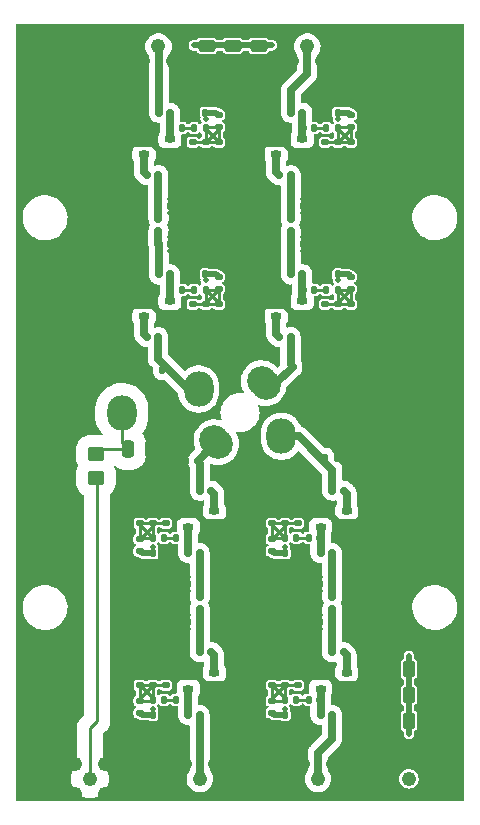
<source format=gbr>
%TF.GenerationSoftware,KiCad,Pcbnew,7.0.5-4d25ed1034~172~ubuntu22.04.1*%
%TF.CreationDate,2023-07-12T12:46:34+02:00*%
%TF.ProjectId,Chubut_2,43687562-7574-45f3-922e-6b696361645f,rev?*%
%TF.SameCoordinates,Original*%
%TF.FileFunction,Copper,L4,Bot*%
%TF.FilePolarity,Positive*%
%FSLAX46Y46*%
G04 Gerber Fmt 4.6, Leading zero omitted, Abs format (unit mm)*
G04 Created by KiCad (PCBNEW 7.0.5-4d25ed1034~172~ubuntu22.04.1) date 2023-07-12 12:46:34*
%MOMM*%
%LPD*%
G01*
G04 APERTURE LIST*
G04 Aperture macros list*
%AMRoundRect*
0 Rectangle with rounded corners*
0 $1 Rounding radius*
0 $2 $3 $4 $5 $6 $7 $8 $9 X,Y pos of 4 corners*
0 Add a 4 corners polygon primitive as box body*
4,1,4,$2,$3,$4,$5,$6,$7,$8,$9,$2,$3,0*
0 Add four circle primitives for the rounded corners*
1,1,$1+$1,$2,$3*
1,1,$1+$1,$4,$5*
1,1,$1+$1,$6,$7*
1,1,$1+$1,$8,$9*
0 Add four rect primitives between the rounded corners*
20,1,$1+$1,$2,$3,$4,$5,0*
20,1,$1+$1,$4,$5,$6,$7,0*
20,1,$1+$1,$6,$7,$8,$9,0*
20,1,$1+$1,$8,$9,$2,$3,0*%
%AMHorizOval*
0 Thick line with rounded ends*
0 $1 width*
0 $2 $3 position (X,Y) of the first rounded end (center of the circle)*
0 $4 $5 position (X,Y) of the second rounded end (center of the circle)*
0 Add line between two ends*
20,1,$1,$2,$3,$4,$5,0*
0 Add two circle primitives to create the rounded ends*
1,1,$1,$2,$3*
1,1,$1,$4,$5*%
%AMFreePoly0*
4,1,11,0.930000,-1.150000,-0.130000,-1.150000,-0.490000,-1.510000,-0.490000,-3.190000,-1.910000,-3.190000,-1.910000,-1.150000,-0.750000,-1.150000,-0.460000,-0.840000,-0.460000,1.040000,0.930000,1.040000,0.930000,-1.150000,0.930000,-1.150000,$1*%
G04 Aperture macros list end*
%TA.AperFunction,SMDPad,CuDef*%
%ADD10O,2.500000X3.000000*%
%TD*%
%TA.AperFunction,SMDPad,CuDef*%
%ADD11HorizOval,2.500000X-0.176777X0.176777X0.176777X-0.176777X0*%
%TD*%
%TA.AperFunction,SMDPad,CuDef*%
%ADD12RoundRect,0.135000X-0.185000X0.135000X-0.185000X-0.135000X0.185000X-0.135000X0.185000X0.135000X0*%
%TD*%
%TA.AperFunction,SMDPad,CuDef*%
%ADD13RoundRect,0.140000X0.140000X0.170000X-0.140000X0.170000X-0.140000X-0.170000X0.140000X-0.170000X0*%
%TD*%
%TA.AperFunction,SMDPad,CuDef*%
%ADD14R,0.950000X0.500000*%
%TD*%
%TA.AperFunction,ComponentPad*%
%ADD15C,0.450000*%
%TD*%
%TA.AperFunction,SMDPad,CuDef*%
%ADD16R,0.950000X0.800000*%
%TD*%
%TA.AperFunction,SMDPad,CuDef*%
%ADD17FreePoly0,90.000000*%
%TD*%
%TA.AperFunction,SMDPad,CuDef*%
%ADD18RoundRect,0.140000X-0.170000X0.140000X-0.170000X-0.140000X0.170000X-0.140000X0.170000X0.140000X0*%
%TD*%
%TA.AperFunction,SMDPad,CuDef*%
%ADD19RoundRect,0.140000X0.170000X-0.140000X0.170000X0.140000X-0.170000X0.140000X-0.170000X-0.140000X0*%
%TD*%
%TA.AperFunction,SMDPad,CuDef*%
%ADD20RoundRect,0.135000X-0.135000X-0.185000X0.135000X-0.185000X0.135000X0.185000X-0.135000X0.185000X0*%
%TD*%
%TA.AperFunction,SMDPad,CuDef*%
%ADD21RoundRect,0.147500X0.147500X0.172500X-0.147500X0.172500X-0.147500X-0.172500X0.147500X-0.172500X0*%
%TD*%
%TA.AperFunction,SMDPad,CuDef*%
%ADD22RoundRect,0.140000X-0.140000X-0.170000X0.140000X-0.170000X0.140000X0.170000X-0.140000X0.170000X0*%
%TD*%
%TA.AperFunction,SMDPad,CuDef*%
%ADD23RoundRect,0.135000X0.135000X0.185000X-0.135000X0.185000X-0.135000X-0.185000X0.135000X-0.185000X0*%
%TD*%
%TA.AperFunction,SMDPad,CuDef*%
%ADD24RoundRect,0.147500X-0.147500X-0.172500X0.147500X-0.172500X0.147500X0.172500X-0.147500X0.172500X0*%
%TD*%
%TA.AperFunction,SMDPad,CuDef*%
%ADD25RoundRect,0.250000X0.250000X0.475000X-0.250000X0.475000X-0.250000X-0.475000X0.250000X-0.475000X0*%
%TD*%
%TA.AperFunction,SMDPad,CuDef*%
%ADD26FreePoly0,270.000000*%
%TD*%
%TA.AperFunction,ComponentPad*%
%ADD27C,1.240000*%
%TD*%
%TA.AperFunction,SMDPad,CuDef*%
%ADD28RoundRect,0.135000X0.185000X-0.135000X0.185000X0.135000X-0.185000X0.135000X-0.185000X-0.135000X0*%
%TD*%
%TA.AperFunction,SMDPad,CuDef*%
%ADD29RoundRect,0.250000X-0.250000X-0.475000X0.250000X-0.475000X0.250000X0.475000X-0.250000X0.475000X0*%
%TD*%
%TA.AperFunction,SMDPad,CuDef*%
%ADD30RoundRect,0.250000X-0.475000X0.250000X-0.475000X-0.250000X0.475000X-0.250000X0.475000X0.250000X0*%
%TD*%
%TA.AperFunction,SMDPad,CuDef*%
%ADD31RoundRect,0.250000X0.450000X-0.350000X0.450000X0.350000X-0.450000X0.350000X-0.450000X-0.350000X0*%
%TD*%
%TA.AperFunction,ViaPad*%
%ADD32C,0.500000*%
%TD*%
%TA.AperFunction,Conductor*%
%ADD33C,0.250000*%
%TD*%
%TA.AperFunction,Conductor*%
%ADD34C,0.500000*%
%TD*%
%TA.AperFunction,Conductor*%
%ADD35C,0.700000*%
%TD*%
%TA.AperFunction,Conductor*%
%ADD36C,0.715000*%
%TD*%
G04 APERTURE END LIST*
D10*
%TO.P,J10,1,Pin_1*%
%TO.N,GND*%
X-14000000Y0D03*
%TD*%
D11*
%TO.P,J4,1,Pin_1*%
%TO.N,/CH3/In*%
X2000000Y2500000D03*
%TD*%
%TO.P,J2,1,Pin_1*%
%TO.N,/CH1/In*%
X-2000000Y-2500000D03*
%TD*%
%TO.P,J15,1,Pin_1*%
%TO.N,GND*%
X5500000Y500000D03*
%TD*%
D10*
%TO.P,J13,1,Pin_1*%
%TO.N,GND*%
X12000000Y0D03*
%TD*%
%TO.P,J16,1,Pin_1*%
%TO.N,GND*%
X14000000Y0D03*
%TD*%
%TO.P,J3,1,Pin_1*%
%TO.N,/CH2/In*%
X3500000Y-2000000D03*
%TD*%
D11*
%TO.P,J14,1,Pin_1*%
%TO.N,GND*%
X-5500000Y-500000D03*
%TD*%
D10*
%TO.P,J12,1,Pin_1*%
%TO.N,/HV2*%
X-10000000Y0D03*
%TD*%
%TO.P,J5,1,Pin_1*%
%TO.N,/CH4/In*%
X-3500000Y2000000D03*
%TD*%
D12*
%TO.P,R8,1*%
%TO.N,/CH1/Stage_1/Out*%
X-3400000Y-15590000D03*
%TO.P,R8,2*%
%TO.N,/CH1/Stage_2/In*%
X-3400000Y-16610000D03*
%TD*%
D13*
%TO.P,C40,1*%
%TO.N,/CH4/Stage_2/In*%
X-6920000Y20100000D03*
%TO.P,C40,2*%
%TO.N,/CH4/Stage_2/50Ohm_1*%
X-7880000Y20100000D03*
%TD*%
D14*
%TO.P,U1,1,RF-OUT_and_DC-IN*%
%TO.N,/CH2/Stage_1/50Ohm_2*%
X6827500Y-9657500D03*
D15*
%TO.P,U1,2,GND*%
%TO.N,GND*%
X8297500Y-10197500D03*
X9037500Y-10197500D03*
X9787500Y-10187500D03*
X8287500Y-9657500D03*
X9787500Y-9647500D03*
X6017500Y-8507500D03*
D16*
X6827500Y-8507500D03*
D17*
X6827500Y-8507500D03*
D15*
X7667500Y-8507500D03*
X6817500Y-7817500D03*
X6007500Y-7807500D03*
X7667500Y-7807500D03*
D14*
%TO.P,U1,3,RF-IN*%
%TO.N,/CH2/Stage_1/50Ohm_1*%
X9027500Y-8357500D03*
%TO.P,U1,4,GND*%
%TO.N,GND*%
X9027500Y-9657500D03*
%TD*%
D18*
%TO.P,C41,1*%
%TO.N,Net-(C39-Pad1)*%
X-4000000Y22880000D03*
%TO.P,C41,2*%
%TO.N,GND*%
X-4000000Y21920000D03*
%TD*%
D19*
%TO.P,C47,1*%
%TO.N,Net-(C45-Pad1)*%
X-6300000Y-9380000D03*
%TO.P,C47,2*%
%TO.N,GND*%
X-6300000Y-8420000D03*
%TD*%
%TO.P,C51,1*%
%TO.N,Net-(C51-Pad1)*%
X-8500000Y-23080000D03*
%TO.P,C51,2*%
%TO.N,GND*%
X-8500000Y-22120000D03*
%TD*%
D18*
%TO.P,C35,1*%
%TO.N,Net-(C33-Pad1)*%
X-4000000Y9180000D03*
%TO.P,C35,2*%
%TO.N,GND*%
X-4000000Y8220000D03*
%TD*%
D20*
%TO.P,R12,1*%
%TO.N,/CH3/In*%
X4490000Y3900000D03*
%TO.P,R12,2*%
%TO.N,GND*%
X5510000Y3900000D03*
%TD*%
D21*
%TO.P,L9,1,1*%
%TO.N,Net-(C33-Pad1)*%
X-2915000Y10400000D03*
%TO.P,L9,2,2*%
%TO.N,Net-(L10-Pad1)*%
X-3885000Y10400000D03*
%TD*%
D18*
%TO.P,C30,1*%
%TO.N,Net-(C27-Pad1)*%
X8300000Y22880000D03*
%TO.P,C30,2*%
%TO.N,GND*%
X8300000Y21920000D03*
%TD*%
D22*
%TO.P,C46,1*%
%TO.N,/CH1/In*%
X-3380000Y-6600000D03*
%TO.P,C46,2*%
%TO.N,/CH1/Stage_1/50Ohm_1*%
X-2420000Y-6600000D03*
%TD*%
D21*
%TO.P,L7,1,1*%
%TO.N,Net-(C27-Pad1)*%
X8285000Y24100000D03*
%TO.P,L7,2,2*%
%TO.N,Net-(L7-Pad2)*%
X7315000Y24100000D03*
%TD*%
%TO.P,L6,1,1*%
%TO.N,Net-(L5-Pad2)*%
X6285000Y10400000D03*
%TO.P,L6,2,2*%
%TO.N,/CH3/Stage_1/50Ohm_2*%
X5315000Y10400000D03*
%TD*%
D23*
%TO.P,R21,1*%
%TO.N,GND*%
X-5890000Y17500000D03*
%TO.P,R21,2*%
%TO.N,/CH4/Stage_2/In*%
X-6910000Y17500000D03*
%TD*%
D22*
%TO.P,C55,1*%
%TO.N,/CH1/Stage_2/50Ohm_2*%
X-4380000Y-25600000D03*
%TO.P,C55,2*%
%TO.N,/CH1/Out*%
X-3420000Y-25600000D03*
%TD*%
D12*
%TO.P,R16,1*%
%TO.N,/POWER*%
X9400000Y11510000D03*
%TO.P,R16,2*%
%TO.N,Net-(C21-Pad1)*%
X9400000Y10490000D03*
%TD*%
%TO.P,R4,1*%
%TO.N,/CH2/Stage_1/Out*%
X7800000Y-15590000D03*
%TO.P,R4,2*%
%TO.N,/CH2/Stage_2/In*%
X7800000Y-16610000D03*
%TD*%
D13*
%TO.P,C38,1*%
%TO.N,/POWER*%
X-2920000Y25400000D03*
%TO.P,C38,2*%
%TO.N,GND*%
X-3880000Y25400000D03*
%TD*%
D24*
%TO.P,L4,1,1*%
%TO.N,Net-(L3-Pad2)*%
X5815000Y-24300000D03*
%TO.P,L4,2,2*%
%TO.N,/CH2/Stage_2/50Ohm_2*%
X6785000Y-24300000D03*
%TD*%
D25*
%TO.P,C2,1*%
%TO.N,/POWER*%
X14300000Y-23900000D03*
%TO.P,C2,2*%
%TO.N,GND*%
X12400000Y-23900000D03*
%TD*%
D14*
%TO.P,U3,1,RF-OUT_and_DC-IN*%
%TO.N,/CH3/Stage_1/50Ohm_2*%
X5272500Y9457500D03*
D15*
%TO.P,U3,2,GND*%
%TO.N,GND*%
X3802500Y9997500D03*
X3062500Y9997500D03*
X2312500Y9987500D03*
X3812500Y9457500D03*
X2312500Y9447500D03*
X6082500Y8307500D03*
D16*
X5272500Y8307500D03*
D26*
X5272500Y8307500D03*
D15*
X4432500Y8307500D03*
X5282500Y7617500D03*
X6092500Y7607500D03*
X4432500Y7607500D03*
D14*
%TO.P,U3,3,RF-IN*%
%TO.N,/CH3/Stage_1/50Ohm_1*%
X3072500Y8157500D03*
%TO.P,U3,4,GND*%
%TO.N,GND*%
X3072500Y9457500D03*
%TD*%
D24*
%TO.P,L1,1,1*%
%TO.N,Net-(C11-Pad1)*%
X3815000Y-10600000D03*
%TO.P,L1,2,2*%
%TO.N,Net-(L1-Pad2)*%
X4785000Y-10600000D03*
%TD*%
D18*
%TO.P,C27,1*%
%TO.N,Net-(C27-Pad1)*%
X9400000Y22880000D03*
%TO.P,C27,2*%
%TO.N,GND*%
X9400000Y21920000D03*
%TD*%
D21*
%TO.P,L12,1,1*%
%TO.N,Net-(L11-Pad2)*%
X-4915000Y24100000D03*
%TO.P,L12,2,2*%
%TO.N,/CH4/Stage_2/50Ohm_2*%
X-5885000Y24100000D03*
%TD*%
D19*
%TO.P,C48,1*%
%TO.N,Net-(C45-Pad1)*%
X-7400000Y-9380000D03*
%TO.P,C48,2*%
%TO.N,GND*%
X-7400000Y-8420000D03*
%TD*%
D13*
%TO.P,C31,1*%
%TO.N,/CH3/Stage_2/50Ohm_2*%
X5280000Y25400000D03*
%TO.P,C31,2*%
%TO.N,/CH3/Out*%
X4320000Y25400000D03*
%TD*%
D27*
%TO.P,J6,1,In*%
%TO.N,/CH1/Out*%
X-3400000Y-31000000D03*
%TO.P,J6,2,Ext*%
%TO.N,GND*%
X-2130000Y-32270000D03*
X-2130000Y-29730000D03*
X-4670000Y-32270000D03*
X-4670000Y-29730000D03*
%TD*%
D18*
%TO.P,C24,1*%
%TO.N,Net-(C21-Pad1)*%
X8300000Y9180000D03*
%TO.P,C24,2*%
%TO.N,GND*%
X8300000Y8220000D03*
%TD*%
D22*
%TO.P,C52,1*%
%TO.N,/CH1/Stage_2/In*%
X-3380000Y-20300000D03*
%TO.P,C52,2*%
%TO.N,/CH1/Stage_2/50Ohm_1*%
X-2420000Y-20300000D03*
%TD*%
D27*
%TO.P,J1,1,In*%
%TO.N,/POWER*%
X14300000Y-31000000D03*
%TO.P,J1,2,Ext*%
%TO.N,GND*%
X15570000Y-32270000D03*
X15570000Y-29730000D03*
X13030000Y-32270000D03*
X13030000Y-29730000D03*
%TD*%
D28*
%TO.P,R25,1*%
%TO.N,/POWER*%
X-8500000Y-25410000D03*
%TO.P,R25,2*%
%TO.N,Net-(C51-Pad1)*%
X-8500000Y-24390000D03*
%TD*%
D24*
%TO.P,L3,1,1*%
%TO.N,Net-(C15-Pad1)*%
X3815000Y-24300000D03*
%TO.P,L3,2,2*%
%TO.N,Net-(L3-Pad2)*%
X4785000Y-24300000D03*
%TD*%
D13*
%TO.P,C25,1*%
%TO.N,/CH3/Stage_1/50Ohm_2*%
X5280000Y11700000D03*
%TO.P,C25,2*%
%TO.N,/CH3/Stage_1/Out*%
X4320000Y11700000D03*
%TD*%
%TO.P,C22,1*%
%TO.N,/CH3/In*%
X4280000Y6400000D03*
%TO.P,C22,2*%
%TO.N,/CH3/Stage_1/50Ohm_1*%
X3320000Y6400000D03*
%TD*%
D24*
%TO.P,L14,1,1*%
%TO.N,Net-(L13-Pad2)*%
X-5385000Y-10600000D03*
%TO.P,L14,2,2*%
%TO.N,/CH1/Stage_1/50Ohm_2*%
X-4415000Y-10600000D03*
%TD*%
D14*
%TO.P,U7,1,RF-OUT_and_DC-IN*%
%TO.N,/CH1/Stage_1/50Ohm_2*%
X-4372500Y-9657500D03*
D15*
%TO.P,U7,2,GND*%
%TO.N,GND*%
X-2902500Y-10197500D03*
X-2162500Y-10197500D03*
X-1412500Y-10187500D03*
X-2912500Y-9657500D03*
X-1412500Y-9647500D03*
X-5182500Y-8507500D03*
D16*
X-4372500Y-8507500D03*
D17*
X-4372500Y-8507500D03*
D15*
X-3532500Y-8507500D03*
X-4382500Y-7817500D03*
X-5192500Y-7807500D03*
X-3532500Y-7807500D03*
D14*
%TO.P,U7,3,RF-IN*%
%TO.N,/CH1/Stage_1/50Ohm_1*%
X-2172500Y-8357500D03*
%TO.P,U7,4,GND*%
%TO.N,GND*%
X-2172500Y-9657500D03*
%TD*%
D19*
%TO.P,C54,1*%
%TO.N,Net-(C51-Pad1)*%
X-7400000Y-23080000D03*
%TO.P,C54,2*%
%TO.N,GND*%
X-7400000Y-22120000D03*
%TD*%
%TO.P,C12,1*%
%TO.N,Net-(C11-Pad1)*%
X3800000Y-9380000D03*
%TO.P,C12,2*%
%TO.N,GND*%
X3800000Y-8420000D03*
%TD*%
D20*
%TO.P,R3,1*%
%TO.N,GND*%
X6790000Y-14500000D03*
%TO.P,R3,2*%
%TO.N,/CH2/Stage_1/Out*%
X7810000Y-14500000D03*
%TD*%
D22*
%TO.P,C49,1*%
%TO.N,/CH1/Stage_1/50Ohm_2*%
X-4380000Y-11900000D03*
%TO.P,C49,2*%
%TO.N,/CH1/Stage_1/Out*%
X-3420000Y-11900000D03*
%TD*%
D28*
%TO.P,R10,1*%
%TO.N,/POWER*%
X2700000Y-11710001D03*
%TO.P,R10,2*%
%TO.N,Net-(C11-Pad1)*%
X2700000Y-10690001D03*
%TD*%
D12*
%TO.P,R17,1*%
%TO.N,/POWER*%
X9400000Y25210000D03*
%TO.P,R17,2*%
%TO.N,Net-(C27-Pad1)*%
X9400000Y24190000D03*
%TD*%
D22*
%TO.P,C44,1*%
%TO.N,/POWER*%
X-7380000Y-11900000D03*
%TO.P,C44,2*%
%TO.N,GND*%
X-6420000Y-11900000D03*
%TD*%
D18*
%TO.P,C33,1*%
%TO.N,Net-(C33-Pad1)*%
X-1800000Y9180000D03*
%TO.P,C33,2*%
%TO.N,GND*%
X-1800000Y8220000D03*
%TD*%
D25*
%TO.P,C3,1*%
%TO.N,/POWER*%
X14300000Y-26100000D03*
%TO.P,C3,2*%
%TO.N,GND*%
X12400000Y-26100000D03*
%TD*%
D27*
%TO.P,J8,1,In*%
%TO.N,/CH3/Out*%
X5700000Y31000000D03*
%TO.P,J8,2,Ext*%
%TO.N,GND*%
X4430000Y32270000D03*
X4430000Y29730000D03*
X6970000Y32270000D03*
X6970000Y29730000D03*
%TD*%
D23*
%TO.P,R13,1*%
%TO.N,GND*%
X5310000Y14300000D03*
%TO.P,R13,2*%
%TO.N,/CH3/Stage_1/Out*%
X4290000Y14300000D03*
%TD*%
%TO.P,R6,1*%
%TO.N,/CH1/In*%
X-3590000Y-4100000D03*
%TO.P,R6,2*%
%TO.N,GND*%
X-4610000Y-4100000D03*
%TD*%
D18*
%TO.P,C36,1*%
%TO.N,Net-(C33-Pad1)*%
X-2900000Y9180000D03*
%TO.P,C36,2*%
%TO.N,GND*%
X-2900000Y8220000D03*
%TD*%
D21*
%TO.P,L10,1,1*%
%TO.N,Net-(L10-Pad1)*%
X-4915000Y10400000D03*
%TO.P,L10,2,2*%
%TO.N,/CH4/Stage_1/50Ohm_2*%
X-5885000Y10400000D03*
%TD*%
D19*
%TO.P,C11,1*%
%TO.N,Net-(C11-Pad1)*%
X4900000Y-9380000D03*
%TO.P,C11,2*%
%TO.N,GND*%
X4900000Y-8420000D03*
%TD*%
D13*
%TO.P,C26,1*%
%TO.N,/POWER*%
X8280000Y25400000D03*
%TO.P,C26,2*%
%TO.N,GND*%
X7320000Y25400000D03*
%TD*%
D23*
%TO.P,R15,1*%
%TO.N,GND*%
X5310000Y17500000D03*
%TO.P,R15,2*%
%TO.N,/CH3/Stage_2/In*%
X4290000Y17500000D03*
%TD*%
D13*
%TO.P,C20,1*%
%TO.N,/POWER*%
X8280000Y11700000D03*
%TO.P,C20,2*%
%TO.N,GND*%
X7320000Y11700000D03*
%TD*%
D14*
%TO.P,U8,1,RF-OUT_and_DC-IN*%
%TO.N,/CH1/Stage_2/50Ohm_2*%
X-4372500Y-23357500D03*
D15*
%TO.P,U8,2,GND*%
%TO.N,GND*%
X-2902500Y-23897500D03*
X-2162500Y-23897500D03*
X-1412500Y-23887500D03*
X-2912500Y-23357500D03*
X-1412500Y-23347500D03*
X-5182500Y-22207500D03*
D16*
X-4372500Y-22207500D03*
D17*
X-4372500Y-22207500D03*
D15*
X-3532500Y-22207500D03*
X-4382500Y-21517500D03*
X-5192500Y-21507500D03*
X-3532500Y-21507500D03*
D14*
%TO.P,U8,3,RF-IN*%
%TO.N,/CH1/Stage_2/50Ohm_1*%
X-2172500Y-22057500D03*
%TO.P,U8,4,GND*%
%TO.N,GND*%
X-2172500Y-23357500D03*
%TD*%
%TO.P,U6,1,RF-OUT_and_DC-IN*%
%TO.N,/CH4/Stage_2/50Ohm_2*%
X-5927500Y23157500D03*
D15*
%TO.P,U6,2,GND*%
%TO.N,GND*%
X-7397500Y23697500D03*
X-8137500Y23697500D03*
X-8887500Y23687500D03*
X-7387500Y23157500D03*
X-8887500Y23147500D03*
X-5117500Y22007500D03*
D16*
X-5927500Y22007500D03*
D26*
X-5927500Y22007500D03*
D15*
X-6767500Y22007500D03*
X-5917500Y21317500D03*
X-5107500Y21307500D03*
X-6767500Y21307500D03*
D14*
%TO.P,U6,3,RF-IN*%
%TO.N,/CH4/Stage_2/50Ohm_1*%
X-8127500Y21857500D03*
%TO.P,U6,4,GND*%
%TO.N,GND*%
X-8127500Y23157500D03*
%TD*%
D29*
%TO.P,C7,1*%
%TO.N,/HV2*%
X-9450000Y-3100000D03*
%TO.P,C7,2*%
%TO.N,GND*%
X-7550000Y-3100000D03*
%TD*%
D24*
%TO.P,L13,1,1*%
%TO.N,Net-(C45-Pad1)*%
X-7385000Y-10600000D03*
%TO.P,L13,2,2*%
%TO.N,Net-(L13-Pad2)*%
X-6415000Y-10600000D03*
%TD*%
D27*
%TO.P,J11,1,In*%
%TO.N,/HV1*%
X-12700000Y-31000000D03*
%TO.P,J11,2,Ext*%
%TO.N,GND*%
X-11430000Y-32270000D03*
X-11430000Y-29730000D03*
X-13970000Y-32270000D03*
X-13970000Y-29730000D03*
%TD*%
D21*
%TO.P,L5,1,1*%
%TO.N,Net-(C21-Pad1)*%
X8285000Y10400000D03*
%TO.P,L5,2,2*%
%TO.N,Net-(L5-Pad2)*%
X7315000Y10400000D03*
%TD*%
D13*
%TO.P,C32,1*%
%TO.N,/POWER*%
X-2920000Y11700000D03*
%TO.P,C32,2*%
%TO.N,GND*%
X-3880000Y11700000D03*
%TD*%
D30*
%TO.P,C5,1*%
%TO.N,/POWER*%
X-600000Y31050000D03*
%TO.P,C5,2*%
%TO.N,GND*%
X-600000Y29150000D03*
%TD*%
D18*
%TO.P,C39,1*%
%TO.N,Net-(C39-Pad1)*%
X-1800000Y22880000D03*
%TO.P,C39,2*%
%TO.N,GND*%
X-1800000Y21920000D03*
%TD*%
D22*
%TO.P,C8,1*%
%TO.N,/POWER*%
X3820000Y-11900000D03*
%TO.P,C8,2*%
%TO.N,GND*%
X4780000Y-11900000D03*
%TD*%
%TO.P,C16,1*%
%TO.N,/CH2/Stage_2/In*%
X7820000Y-20300000D03*
%TO.P,C16,2*%
%TO.N,/CH2/Stage_2/50Ohm_1*%
X8780000Y-20300000D03*
%TD*%
D20*
%TO.P,R2,1*%
%TO.N,/CH2/In*%
X7190000Y-3800000D03*
%TO.P,R2,2*%
%TO.N,GND*%
X8210000Y-3800000D03*
%TD*%
D19*
%TO.P,C9,1*%
%TO.N,Net-(C11-Pad1)*%
X2700000Y-9380000D03*
%TO.P,C9,2*%
%TO.N,GND*%
X2700000Y-8420000D03*
%TD*%
D27*
%TO.P,J9,1,In*%
%TO.N,/CH4/Out*%
X-6900000Y31000000D03*
%TO.P,J9,2,Ext*%
%TO.N,GND*%
X-8170000Y32270000D03*
X-8170000Y29730000D03*
X-5630000Y32270000D03*
X-5630000Y29730000D03*
%TD*%
D23*
%TO.P,R18,1*%
%TO.N,/CH4/In*%
X-6590000Y3600000D03*
%TO.P,R18,2*%
%TO.N,GND*%
X-7610000Y3600000D03*
%TD*%
D28*
%TO.P,R24,1*%
%TO.N,/POWER*%
X-8500000Y-11710000D03*
%TO.P,R24,2*%
%TO.N,Net-(C45-Pad1)*%
X-8500000Y-10690000D03*
%TD*%
D31*
%TO.P,R1,1*%
%TO.N,/HV1*%
X-12200000Y-5500000D03*
%TO.P,R1,2*%
%TO.N,/HV2*%
X-12200000Y-3500000D03*
%TD*%
D24*
%TO.P,L15,1,1*%
%TO.N,Net-(C51-Pad1)*%
X-7385000Y-24300000D03*
%TO.P,L15,2,2*%
%TO.N,Net-(L15-Pad2)*%
X-6415000Y-24300000D03*
%TD*%
D19*
%TO.P,C15,1*%
%TO.N,Net-(C15-Pad1)*%
X2700000Y-23080000D03*
%TO.P,C15,2*%
%TO.N,GND*%
X2700000Y-22120000D03*
%TD*%
D30*
%TO.P,C6,1*%
%TO.N,/POWER*%
X1600000Y31050000D03*
%TO.P,C6,2*%
%TO.N,GND*%
X1600000Y29150000D03*
%TD*%
D18*
%TO.P,C21,1*%
%TO.N,Net-(C21-Pad1)*%
X9400000Y9180000D03*
%TO.P,C21,2*%
%TO.N,GND*%
X9400000Y8220000D03*
%TD*%
D28*
%TO.P,R20,1*%
%TO.N,/CH4/Stage_1/Out*%
X-6900000Y15390000D03*
%TO.P,R20,2*%
%TO.N,/CH4/Stage_2/In*%
X-6900000Y16410000D03*
%TD*%
D19*
%TO.P,C45,1*%
%TO.N,Net-(C45-Pad1)*%
X-8500000Y-9380000D03*
%TO.P,C45,2*%
%TO.N,GND*%
X-8500000Y-8420000D03*
%TD*%
D18*
%TO.P,C42,1*%
%TO.N,Net-(C39-Pad1)*%
X-2900000Y22880000D03*
%TO.P,C42,2*%
%TO.N,GND*%
X-2900000Y21920000D03*
%TD*%
D20*
%TO.P,R9,1*%
%TO.N,GND*%
X-4410000Y-17700000D03*
%TO.P,R9,2*%
%TO.N,/CH1/Stage_2/In*%
X-3390000Y-17700000D03*
%TD*%
D28*
%TO.P,R11,1*%
%TO.N,/POWER*%
X2700000Y-25410000D03*
%TO.P,R11,2*%
%TO.N,Net-(C15-Pad1)*%
X2700000Y-24390000D03*
%TD*%
D20*
%TO.P,R7,1*%
%TO.N,GND*%
X-4410000Y-14500000D03*
%TO.P,R7,2*%
%TO.N,/CH1/Stage_1/Out*%
X-3390000Y-14500000D03*
%TD*%
D13*
%TO.P,C37,1*%
%TO.N,/CH4/Stage_1/50Ohm_2*%
X-5920000Y11700000D03*
%TO.P,C37,2*%
%TO.N,/CH4/Stage_1/Out*%
X-6880000Y11700000D03*
%TD*%
D21*
%TO.P,L11,1,1*%
%TO.N,Net-(C39-Pad1)*%
X-2915000Y24100000D03*
%TO.P,L11,2,2*%
%TO.N,Net-(L11-Pad2)*%
X-3885000Y24100000D03*
%TD*%
D13*
%TO.P,C28,1*%
%TO.N,/CH3/Stage_2/In*%
X4280000Y20100000D03*
%TO.P,C28,2*%
%TO.N,/CH3/Stage_2/50Ohm_1*%
X3320000Y20100000D03*
%TD*%
D14*
%TO.P,U4,1,RF-OUT_and_DC-IN*%
%TO.N,/CH3/Stage_2/50Ohm_2*%
X5272500Y23157500D03*
D15*
%TO.P,U4,2,GND*%
%TO.N,GND*%
X3802500Y23697500D03*
X3062500Y23697500D03*
X2312500Y23687500D03*
X3812500Y23157500D03*
X2312500Y23147500D03*
X6082500Y22007500D03*
D16*
X5272500Y22007500D03*
D26*
X5272500Y22007500D03*
D15*
X4432500Y22007500D03*
X5282500Y21317500D03*
X6092500Y21307500D03*
X4432500Y21307500D03*
D14*
%TO.P,U4,3,RF-IN*%
%TO.N,/CH3/Stage_2/50Ohm_1*%
X3072500Y21857500D03*
%TO.P,U4,4,GND*%
%TO.N,GND*%
X3072500Y23157500D03*
%TD*%
D23*
%TO.P,R19,1*%
%TO.N,GND*%
X-5890000Y14300000D03*
%TO.P,R19,2*%
%TO.N,/CH4/Stage_1/Out*%
X-6910000Y14300000D03*
%TD*%
D27*
%TO.P,J7,1,In*%
%TO.N,/CH2/Out*%
X6600000Y-31000000D03*
%TO.P,J7,2,Ext*%
%TO.N,GND*%
X7870000Y-32270000D03*
X7870000Y-29730000D03*
X5330000Y-32270000D03*
X5330000Y-29730000D03*
%TD*%
D24*
%TO.P,L2,1,1*%
%TO.N,Net-(L1-Pad2)*%
X5815000Y-10600000D03*
%TO.P,L2,2,2*%
%TO.N,/CH2/Stage_1/50Ohm_2*%
X6785000Y-10600000D03*
%TD*%
D22*
%TO.P,C14,1*%
%TO.N,/POWER*%
X3820000Y-25600000D03*
%TO.P,C14,2*%
%TO.N,GND*%
X4780000Y-25600000D03*
%TD*%
D12*
%TO.P,R23,1*%
%TO.N,/POWER*%
X-1800000Y25210000D03*
%TO.P,R23,2*%
%TO.N,Net-(C39-Pad1)*%
X-1800000Y24190000D03*
%TD*%
D21*
%TO.P,L8,1,1*%
%TO.N,Net-(L7-Pad2)*%
X6285000Y24100000D03*
%TO.P,L8,2,2*%
%TO.N,/CH3/Stage_2/50Ohm_2*%
X5315000Y24100000D03*
%TD*%
D14*
%TO.P,U2,1,RF-OUT_and_DC-IN*%
%TO.N,/CH2/Stage_2/50Ohm_2*%
X6827500Y-23357500D03*
D15*
%TO.P,U2,2,GND*%
%TO.N,GND*%
X8297500Y-23897500D03*
X9037500Y-23897500D03*
X9787500Y-23887500D03*
X8287500Y-23357500D03*
X9787500Y-23347500D03*
X6017500Y-22207500D03*
D16*
X6827500Y-22207500D03*
D17*
X6827500Y-22207500D03*
D15*
X7667500Y-22207500D03*
X6817500Y-21517500D03*
X6007500Y-21507500D03*
X7667500Y-21507500D03*
D14*
%TO.P,U2,3,RF-IN*%
%TO.N,/CH2/Stage_2/50Ohm_1*%
X9027500Y-22057500D03*
%TO.P,U2,4,GND*%
%TO.N,GND*%
X9027500Y-23357500D03*
%TD*%
D19*
%TO.P,C17,1*%
%TO.N,Net-(C15-Pad1)*%
X4900000Y-23080000D03*
%TO.P,C17,2*%
%TO.N,GND*%
X4900000Y-22120000D03*
%TD*%
D22*
%TO.P,C19,1*%
%TO.N,/CH2/Stage_2/50Ohm_2*%
X6820000Y-25600000D03*
%TO.P,C19,2*%
%TO.N,/CH2/Out*%
X7780000Y-25600000D03*
%TD*%
D28*
%TO.P,R14,1*%
%TO.N,/CH3/Stage_1/Out*%
X4300000Y15390000D03*
%TO.P,R14,2*%
%TO.N,/CH3/Stage_2/In*%
X4300000Y16410000D03*
%TD*%
D22*
%TO.P,C13,1*%
%TO.N,/CH2/Stage_1/50Ohm_2*%
X6820000Y-11900000D03*
%TO.P,C13,2*%
%TO.N,/CH2/Stage_1/Out*%
X7780000Y-11900000D03*
%TD*%
D19*
%TO.P,C53,1*%
%TO.N,Net-(C51-Pad1)*%
X-6300000Y-23080000D03*
%TO.P,C53,2*%
%TO.N,GND*%
X-6300000Y-22120000D03*
%TD*%
D24*
%TO.P,L16,1,1*%
%TO.N,Net-(L15-Pad2)*%
X-5385000Y-24300000D03*
%TO.P,L16,2,2*%
%TO.N,/CH1/Stage_2/50Ohm_2*%
X-4415000Y-24300000D03*
%TD*%
D25*
%TO.P,C1,1*%
%TO.N,/POWER*%
X14300000Y-21700000D03*
%TO.P,C1,2*%
%TO.N,GND*%
X12400000Y-21700000D03*
%TD*%
D22*
%TO.P,C10,1*%
%TO.N,/CH2/In*%
X7820000Y-6600000D03*
%TO.P,C10,2*%
%TO.N,/CH2/Stage_1/50Ohm_1*%
X8780000Y-6600000D03*
%TD*%
D13*
%TO.P,C43,1*%
%TO.N,/CH4/Stage_2/50Ohm_2*%
X-5920000Y25400000D03*
%TO.P,C43,2*%
%TO.N,/CH4/Out*%
X-6880000Y25400000D03*
%TD*%
D30*
%TO.P,C4,1*%
%TO.N,/POWER*%
X-2800000Y31050000D03*
%TO.P,C4,2*%
%TO.N,GND*%
X-2800000Y29150000D03*
%TD*%
D18*
%TO.P,C29,1*%
%TO.N,Net-(C27-Pad1)*%
X7200000Y22880000D03*
%TO.P,C29,2*%
%TO.N,GND*%
X7200000Y21920000D03*
%TD*%
D13*
%TO.P,C34,1*%
%TO.N,/CH4/In*%
X-6920000Y6400000D03*
%TO.P,C34,2*%
%TO.N,/CH4/Stage_1/50Ohm_1*%
X-7880000Y6400000D03*
%TD*%
D22*
%TO.P,C50,1*%
%TO.N,/POWER*%
X-7380000Y-25600000D03*
%TO.P,C50,2*%
%TO.N,GND*%
X-6420000Y-25600000D03*
%TD*%
D14*
%TO.P,U5,1,RF-OUT_and_DC-IN*%
%TO.N,/CH4/Stage_1/50Ohm_2*%
X-5927500Y9457500D03*
D15*
%TO.P,U5,2,GND*%
%TO.N,GND*%
X-7397500Y9997500D03*
X-8137500Y9997500D03*
X-8887500Y9987500D03*
X-7387500Y9457500D03*
X-8887500Y9447500D03*
X-5117500Y8307500D03*
D16*
X-5927500Y8307500D03*
D26*
X-5927500Y8307500D03*
D15*
X-6767500Y8307500D03*
X-5917500Y7617500D03*
X-5107500Y7607500D03*
X-6767500Y7607500D03*
D14*
%TO.P,U5,3,RF-IN*%
%TO.N,/CH4/Stage_1/50Ohm_1*%
X-8127500Y8157500D03*
%TO.P,U5,4,GND*%
%TO.N,GND*%
X-8127500Y9457500D03*
%TD*%
D18*
%TO.P,C23,1*%
%TO.N,Net-(C21-Pad1)*%
X7200000Y9180000D03*
%TO.P,C23,2*%
%TO.N,GND*%
X7200000Y8220000D03*
%TD*%
D20*
%TO.P,R5,1*%
%TO.N,GND*%
X6790000Y-17700000D03*
%TO.P,R5,2*%
%TO.N,/CH2/Stage_2/In*%
X7810000Y-17700000D03*
%TD*%
D19*
%TO.P,C18,1*%
%TO.N,Net-(C15-Pad1)*%
X3800000Y-23080000D03*
%TO.P,C18,2*%
%TO.N,GND*%
X3800000Y-22120000D03*
%TD*%
D12*
%TO.P,R22,1*%
%TO.N,/POWER*%
X-1800000Y11510000D03*
%TO.P,R22,2*%
%TO.N,Net-(C33-Pad1)*%
X-1800000Y10490000D03*
%TD*%
D32*
%TO.N,GND*%
X821308Y-4342476D03*
X10200000Y30600000D03*
X-7161914Y463974D03*
X145850Y3974699D03*
X1200000Y9789694D03*
X-8000000Y14900000D03*
X5300000Y-25600000D03*
X8900000Y-15100000D03*
X16500000Y2900000D03*
X10900000Y21800000D03*
X-1474556Y-4683827D03*
X2406941Y5573237D03*
X-1300000Y15800000D03*
X6800000Y25400000D03*
X6079223Y4472102D03*
X-10000000Y-10000000D03*
X-6400000Y-11400000D03*
X7300000Y11200000D03*
X-4905966Y-26889694D03*
X8300000Y21400000D03*
X14100000Y25500000D03*
X-10000000Y8200000D03*
X4500000Y-26900000D03*
X1200000Y-22089694D03*
X1916936Y6784484D03*
X10900000Y9789694D03*
X1700000Y-16300000D03*
X6040683Y-4700344D03*
X-1400000Y2300000D03*
X-12200000Y30500000D03*
X-1800000Y-13200000D03*
X5805966Y26689694D03*
X2512524Y4701142D03*
X6200000Y3900000D03*
X-2000000Y-5300000D03*
X16500000Y8900000D03*
X1200000Y-13200000D03*
X1200000Y13000000D03*
X-10000000Y15700000D03*
X-12200000Y14200000D03*
X6700000Y1700000D03*
X10900000Y15800000D03*
X4477073Y-4094720D03*
X-3900000Y12200000D03*
X7200000Y7700000D03*
X-4400000Y-13900000D03*
X-400000Y5300000D03*
X1200000Y21900000D03*
X-300000Y-19000000D03*
X3998080Y1405444D03*
X-8300000Y-13189694D03*
X-6330558Y1229262D03*
X10900000Y-22100000D03*
X-5900000Y14900000D03*
X1200000Y20289694D03*
X5300000Y16900000D03*
X10900000Y-16100000D03*
X-13200000Y5100000D03*
X-10000000Y-5300000D03*
X1200000Y8200000D03*
X-3900000Y25900000D03*
X-300000Y26689694D03*
X-2300000Y-13900000D03*
X-16500000Y-27100000D03*
X1000000Y-3100000D03*
X-6400000Y-12400000D03*
X-8300000Y-26889694D03*
X-300000Y10800000D03*
X-4985078Y-14479532D03*
X2900000Y-13189694D03*
X-8300000Y5100000D03*
X10900000Y-6789694D03*
X5900000Y5100000D03*
X-4400000Y-15100000D03*
X-300000Y-22100000D03*
X-11800000Y18500000D03*
X7500000Y5000000D03*
X9294034Y18800000D03*
X4900000Y-7900000D03*
X-1800000Y3500000D03*
X5900000Y18800000D03*
X-10000000Y20289694D03*
X16500000Y-27100000D03*
X5400000Y3000000D03*
X6900000Y-800000D03*
X1200000Y-26900000D03*
X9057791Y-4579220D03*
X11000000Y8100000D03*
X10900000Y11300000D03*
X-300000Y18800000D03*
X-16500000Y20900000D03*
X4800000Y-25100000D03*
X13800000Y-5000000D03*
X12400000Y-25000000D03*
X5805966Y12989694D03*
X4800000Y-26100000D03*
X-16500000Y-30100000D03*
X-5256952Y-4700344D03*
X8900000Y-13900000D03*
X-10000000Y13000000D03*
X12700000Y-18100000D03*
X-10000000Y-13200000D03*
X-16500000Y-100000D03*
X-300000Y-25300000D03*
X10900000Y6589694D03*
X10900000Y-11600000D03*
X-8000000Y13700000D03*
X-4400000Y25400000D03*
X5864502Y-1165704D03*
X-5900000Y13700000D03*
X2700000Y26700000D03*
X-6500000Y2500000D03*
X4300000Y-13200000D03*
X16500000Y-9100000D03*
X2100000Y-8400000D03*
X4700000Y-5300000D03*
X1454460Y-1661214D03*
X2700000Y-7900000D03*
X12400000Y-22800000D03*
X1400000Y-30800000D03*
X1382886Y-2294366D03*
X-10000000Y-11589694D03*
X5500000Y20100000D03*
X2100000Y-22100000D03*
X-10000000Y-16100000D03*
X-1800000Y-26900000D03*
X3200000Y18100000D03*
X9200000Y26700000D03*
X-600000Y-14700000D03*
X3200000Y14900000D03*
X4600000Y-15300000D03*
X8677900Y-3224824D03*
X-2100000Y200000D03*
X1200000Y-25289694D03*
X-5700000Y1500000D03*
X-5900000Y16900000D03*
X3100000Y11900000D03*
X-16500000Y11900000D03*
X16500000Y11900000D03*
X14200000Y11700000D03*
X650536Y4372331D03*
X-6400000Y-26100000D03*
X7125301Y1042069D03*
X16500000Y5900000D03*
X-4700000Y4100000D03*
X9200000Y-19000000D03*
X-6400000Y-25100000D03*
X-300000Y24600000D03*
X1200000Y-10000000D03*
X12400000Y-27200000D03*
X1246984Y4716436D03*
X1856374Y-3511119D03*
X6536194Y-5862041D03*
X-8500000Y13000000D03*
X-6600000Y-13200000D03*
X10900000Y-19000000D03*
X13400000Y29500000D03*
X2805966Y-5300000D03*
X5300000Y13700000D03*
X-1200000Y8200000D03*
X-300000Y-20489694D03*
X2285816Y249253D03*
X2291322Y-3990113D03*
X-8100000Y25600000D03*
X1200000Y-11589694D03*
X-6611347Y-1765822D03*
X127593Y-3527636D03*
X2900000Y-19000000D03*
X-5394034Y26689694D03*
X-2085686Y-4705850D03*
X5500000Y6400000D03*
X-300000Y20289694D03*
X-7266522Y-224234D03*
X1200000Y17000000D03*
X-3300000Y17000000D03*
X10900000Y18800000D03*
X4800000Y-12400000D03*
X4829436Y2324891D03*
X10000000Y8200000D03*
X-8394034Y-5300000D03*
X9400000Y7700000D03*
X6600000Y-20300000D03*
X-1200000Y21900000D03*
X2010532Y6107287D03*
X-5300000Y-4100000D03*
X-10000000Y-8389694D03*
X-4300000Y-3100000D03*
X16500000Y29900000D03*
X-10000000Y23489694D03*
X-10000000Y-25289694D03*
X-3700000Y26689694D03*
X8900000Y-18300000D03*
X-2100000Y26700000D03*
X-8000000Y18100000D03*
X-5300000Y18800000D03*
X16500000Y-6100000D03*
X-8500000Y-7900000D03*
X7300000Y25900000D03*
X9400000Y-26900000D03*
X13600000Y21600000D03*
X-4400000Y-18300000D03*
X6800000Y-17100000D03*
X8900000Y-3800000D03*
X10000000Y21900000D03*
X-2300000Y-17100000D03*
X16500000Y-12100000D03*
X6294034Y-26889694D03*
X10900000Y-5300000D03*
X1200000Y6589694D03*
X-10000000Y-19000000D03*
X6794960Y-2096162D03*
X-2100000Y13000000D03*
X-5025714Y-2354928D03*
X7500000Y12989694D03*
X2900000Y-26889694D03*
X-16500000Y5900000D03*
X-6300000Y-21600000D03*
X9000000Y-25800000D03*
X-205900Y2166239D03*
X500000Y29100000D03*
X-16500000Y23900000D03*
X2300000Y-14600000D03*
X1200000Y25100000D03*
X7600000Y18800000D03*
X-3900000Y24900000D03*
X-3700000Y18800000D03*
X8017219Y-2866956D03*
X-300000Y-11600000D03*
X-5900000Y18100000D03*
X-300000Y-23689694D03*
X10900000Y-23689694D03*
X2700000Y13000000D03*
X-2900000Y21400000D03*
X6800000Y-18300000D03*
X10900000Y-9989694D03*
X-4354022Y-2068634D03*
X-5300000Y17500000D03*
X13000000Y-14000000D03*
X-6100000Y2000000D03*
X-5300000Y5100000D03*
X8400000Y14800000D03*
X-300000Y-9989694D03*
X-7400000Y-21600000D03*
X10900000Y-20489694D03*
X-2600000Y-200000D03*
X-13200000Y11400000D03*
X6600000Y-6600000D03*
X8900000Y-17100000D03*
X10900000Y20289694D03*
X243212Y-2872462D03*
X-2300000Y-18300000D03*
X-9100000Y-8400000D03*
X6315967Y-1584135D03*
X-300000Y6589694D03*
X-300000Y22200000D03*
X16500000Y-3100000D03*
X-2200000Y-25800000D03*
X-5000000Y-17700000D03*
X-1905966Y5100000D03*
X6200000Y-5300000D03*
X3612683Y821843D03*
X-16500000Y-6100000D03*
X3800000Y-7900000D03*
X7300000Y24900000D03*
X10900000Y-8400000D03*
X6214922Y-14479532D03*
X-13200000Y27200000D03*
X-6900000Y1100000D03*
X9000000Y-12100000D03*
X-5000000Y-19000000D03*
X-13200000Y21600000D03*
X-4905966Y-13189694D03*
X-8500000Y26700000D03*
X-16500000Y-3100000D03*
X-2200000Y-12100000D03*
X13400000Y-11400000D03*
X7200000Y21400000D03*
X1200000Y-20500000D03*
X-7100000Y-1100000D03*
X-9100000Y-22100000D03*
X-3968625Y-1292334D03*
X-2800000Y14900000D03*
X6800000Y-15100000D03*
X1300000Y5400000D03*
X10900000Y-13200000D03*
X-5800000Y-2400000D03*
X5100000Y-3800000D03*
X-10000000Y21900000D03*
X13700000Y5500000D03*
X-2700000Y4200000D03*
X-1800000Y21400000D03*
X9400000Y-13200000D03*
X-10000000Y25100000D03*
X-3700000Y12989694D03*
X-10000000Y-23700000D03*
X2700000Y-21600000D03*
X16500000Y-21100000D03*
X5572701Y-4281913D03*
X9100000Y13000000D03*
X5900000Y17500000D03*
X-5700000Y6400000D03*
X1828138Y4812020D03*
X-1800000Y7700000D03*
X10900000Y12989694D03*
X-300000Y-13200000D03*
X1200000Y26700000D03*
X9200000Y-1100000D03*
X-5394034Y12989694D03*
X-300000Y11900000D03*
X-3900000Y11200000D03*
X-1905966Y18800000D03*
X-300000Y-26900000D03*
X-8900000Y-14600000D03*
X-8200000Y-30800000D03*
X-4600000Y-6600000D03*
X0Y-17300000D03*
X10800000Y5200000D03*
X-1500000Y2900000D03*
X-4000000Y21400000D03*
X3100000Y25600000D03*
X-4838521Y-3478085D03*
X8300000Y7700000D03*
X-10000000Y-22089694D03*
X193661Y-2211781D03*
X-10000000Y6589694D03*
X7300000Y12200000D03*
X-4400000Y-17100000D03*
X10900000Y-26900000D03*
X-4755936Y-5988671D03*
X4300000Y2000000D03*
X2700000Y29100000D03*
X-6300000Y-7900000D03*
X-300000Y8600000D03*
X-252297Y-4116743D03*
X5885078Y14279532D03*
X1200000Y-8389694D03*
X-5900000Y-11900000D03*
X6139786Y2071630D03*
X16500000Y23900000D03*
X-7400000Y-7900000D03*
X1200000Y23489694D03*
X-8400000Y3600000D03*
X-8300000Y18800000D03*
X832319Y-2002566D03*
X6294034Y-13189694D03*
X1200000Y-6800000D03*
X-4600000Y-20300000D03*
X3800000Y-21600000D03*
X-10000000Y18800000D03*
X-300000Y-5300000D03*
X10900000Y23489694D03*
X4900000Y-21600000D03*
X-9900000Y5200000D03*
X-6800000Y-17300000D03*
X-3200000Y-400000D03*
X-300000Y-8400000D03*
X7500000Y26689694D03*
X1900419Y7379097D03*
X6800000Y11700000D03*
X2900000Y18800000D03*
X700000Y15200000D03*
X-3900000Y29100000D03*
X5300000Y18100000D03*
X6800000Y-13900000D03*
X-16500000Y2900000D03*
X-4000000Y7700000D03*
X-6800000Y-5300000D03*
X5473599Y5633799D03*
X5300000Y14900000D03*
X4800000Y-11400000D03*
X-797359Y-4518657D03*
X-900000Y3200000D03*
X-1400000Y1700000D03*
X3200000Y13700000D03*
X-4036930Y4299687D03*
X-6600000Y-26900000D03*
X-10000000Y26700000D03*
X-2000000Y-19000000D03*
X3788864Y-4314947D03*
X9400000Y21400000D03*
X2996047Y436446D03*
X7158335Y-174683D03*
X4505966Y-19000000D03*
X-5314922Y14279532D03*
X10300000Y-30900000D03*
X-3325781Y4357038D03*
X-16500000Y-21100000D03*
X-16500000Y-24100000D03*
X9294034Y5100000D03*
X-6694034Y-19000000D03*
X-4400000Y11700000D03*
X-8100000Y12000000D03*
X-7600000Y-15600000D03*
X3040093Y-4243374D03*
X1200000Y-5300000D03*
X1200000Y-19000000D03*
X-10000000Y-26900000D03*
X16500000Y20900000D03*
X-300000Y-6789694D03*
X-205900Y3401192D03*
X16500000Y-24100000D03*
X1200000Y11400000D03*
X16500000Y-100000D03*
X10900000Y-25300000D03*
X-8400000Y-19000000D03*
X-16500000Y-9100000D03*
X-8000000Y16900000D03*
X-3500000Y5200000D03*
X-300000Y12989694D03*
X-5700000Y20100000D03*
X-10000000Y-6800000D03*
X8400000Y17000000D03*
X-2900000Y7700000D03*
X9200000Y-5300000D03*
X7300000Y-2500000D03*
X-10000000Y11400000D03*
X-2300000Y-15100000D03*
X1200000Y18800000D03*
X-16500000Y-12100000D03*
X9400000Y2500000D03*
X-16500000Y29900000D03*
X-1100000Y4200000D03*
X12397667Y-20599341D03*
X6018661Y3266360D03*
X5300000Y-11900000D03*
X-3800000Y-300000D03*
X10900000Y25000000D03*
X6200000Y-19000000D03*
X4200000Y-17000000D03*
X5506633Y2280845D03*
X16500000Y26900000D03*
X-1700000Y29100000D03*
X1200000Y-23700000D03*
X1509516Y-2955047D03*
X-16500000Y8900000D03*
X-8500000Y-21600000D03*
X-5000000Y-5300000D03*
X-267075Y2812391D03*
X3200000Y16900000D03*
X10900000Y26689694D03*
X-10000000Y9789694D03*
X-10000000Y-20600000D03*
X-16500000Y26900000D03*
X6200000Y-17700000D03*
X2900000Y5100000D03*
X-2200000Y3900000D03*
X-5900000Y-25600000D03*
X7284965Y452963D03*
%TO.N,/POWER*%
X2700000Y31100000D03*
X8300000Y24900000D03*
X500000Y31100000D03*
X-1700000Y31100000D03*
X-3900000Y31100000D03*
X14300000Y-22800000D03*
X8300000Y11200000D03*
X-7400000Y-25100000D03*
X14300000Y-20600000D03*
X-7400000Y-11400000D03*
X3800000Y-25100000D03*
X-2900000Y11200000D03*
X14300000Y-27200000D03*
X-2900000Y24900000D03*
X3800000Y-11400000D03*
X14300000Y-25000000D03*
%TD*%
D33*
%TO.N,/HV2*%
X-12200000Y-3500000D02*
X-11800000Y-3100000D01*
X-10000000Y-2550000D02*
X-10000000Y0D01*
X-9450000Y-3100000D02*
X-10000000Y-2550000D01*
X-9990000Y10000D02*
X-10000000Y0D01*
X-11800000Y-3100000D02*
X-9450000Y-3100000D01*
D34*
%TO.N,/POWER*%
X-7380000Y-25600000D02*
X-8310000Y-25600000D01*
X-8310000Y-25600000D02*
X-8500000Y-25410000D01*
X3820000Y-11900000D02*
X2890000Y-11900000D01*
X2890000Y-11900000D02*
X2700000Y-11710000D01*
X2700000Y31100000D02*
X-3900000Y31100000D01*
X-7380000Y-11900000D02*
X-8310000Y-11900000D01*
X-1990000Y25400000D02*
X-1800000Y25210000D01*
X14300000Y-27200000D02*
X14300000Y-20600000D01*
X9210000Y11700000D02*
X9400000Y11510000D01*
X-2920000Y25400000D02*
X-1990000Y25400000D01*
X2890000Y-25600000D02*
X2700000Y-25410000D01*
X9210000Y25400000D02*
X9400000Y25210000D01*
X8280000Y25400000D02*
X9210000Y25400000D01*
X-8310000Y-11900000D02*
X-8500000Y-11710000D01*
X-2920000Y11700000D02*
X-1990000Y11700000D01*
X3820000Y-25600000D02*
X2890000Y-25600000D01*
X8280000Y11700000D02*
X9210000Y11700000D01*
X-1990000Y11700000D02*
X-1800000Y11510000D01*
D35*
%TO.N,/CH2/Stage_1/50Ohm_1*%
X8780000Y-6600000D02*
X9027500Y-6847500D01*
X9027500Y-6847500D02*
X9027500Y-8357500D01*
X8980000Y-8310000D02*
X9027500Y-8357500D01*
%TO.N,/CH2/Stage_2/In*%
X7800000Y-16610000D02*
X7800000Y-17690000D01*
X7810000Y-17700000D02*
X7810000Y-20290000D01*
X7810000Y-20290000D02*
X7820000Y-20300000D01*
X7800000Y-17690000D02*
X7810000Y-17700000D01*
%TO.N,/CH2/Stage_1/50Ohm_2*%
X6820000Y-10635000D02*
X6785000Y-10600000D01*
X6820000Y-11900000D02*
X6820000Y-10635000D01*
X6827500Y-10557500D02*
X6785000Y-10600000D01*
X6827500Y-9657500D02*
X6827500Y-10557500D01*
%TO.N,/CH3/Stage_2/In*%
X4290000Y20090000D02*
X4280000Y20100000D01*
X4300000Y16410000D02*
X4300000Y17490000D01*
X4300000Y17490000D02*
X4290000Y17500000D01*
X4290000Y17500000D02*
X4290000Y20090000D01*
D33*
%TO.N,Net-(C15-Pad1)*%
X3815000Y-23095000D02*
X3800000Y-23080000D01*
X3815000Y-24300000D02*
X3815000Y-24195000D01*
X3815000Y-24195000D02*
X2700000Y-23080000D01*
X2700000Y-23080000D02*
X2700000Y-24390000D01*
X2700000Y-24390000D02*
X2700000Y-24180000D01*
X3725000Y-24390000D02*
X3815000Y-24300000D01*
X2700000Y-24390000D02*
X3725000Y-24390000D01*
X4900000Y-23080000D02*
X2700000Y-23080000D01*
X3815000Y-24300000D02*
X3815000Y-23095000D01*
X2700000Y-24180000D02*
X3800000Y-23080000D01*
D35*
%TO.N,/CH2/Stage_2/50Ohm_1*%
X9027500Y-20547500D02*
X9027500Y-22057500D01*
X8980000Y-22010000D02*
X9027500Y-22057500D01*
X8780000Y-20300000D02*
X9027500Y-20547500D01*
D33*
%TO.N,Net-(C11-Pad1)*%
X2700000Y-9380000D02*
X2700000Y-10690000D01*
X3800000Y-9590000D02*
X2700000Y-10690000D01*
X2700000Y-10690000D02*
X2790000Y-10600000D01*
X3800000Y-9380000D02*
X4900000Y-9380000D01*
X3800000Y-9380000D02*
X3800000Y-9590000D01*
X3800000Y-9380000D02*
X2700000Y-9380000D01*
X3815000Y-10600000D02*
X3815000Y-9395000D01*
X2790000Y-10600000D02*
X3815000Y-10600000D01*
X2700000Y-9485000D02*
X3815000Y-10600000D01*
X2700000Y-9380000D02*
X2700000Y-9485000D01*
X3815000Y-9395000D02*
X3800000Y-9380000D01*
D35*
%TO.N,/CH2/Stage_2/50Ohm_2*%
X6827500Y-23357500D02*
X6827500Y-24257500D01*
X6827500Y-24257500D02*
X6785000Y-24300000D01*
X6820000Y-24335000D02*
X6785000Y-24300000D01*
X6820000Y-25600000D02*
X6820000Y-24335000D01*
D33*
%TO.N,Net-(C21-Pad1)*%
X9400000Y9180000D02*
X9400000Y9285000D01*
X9400000Y10490000D02*
X9310000Y10400000D01*
X8285000Y9195000D02*
X8300000Y9180000D01*
X8285000Y10400000D02*
X8285000Y9195000D01*
X9310000Y10400000D02*
X8285000Y10400000D01*
X8300000Y9180000D02*
X8300000Y9390000D01*
X9400000Y9180000D02*
X9400000Y10490000D01*
X8300000Y9180000D02*
X7200000Y9180000D01*
X8300000Y9180000D02*
X9400000Y9180000D01*
X8300000Y9390000D02*
X9400000Y10490000D01*
X9400000Y9285000D02*
X8285000Y10400000D01*
D35*
%TO.N,/CH3/Stage_1/50Ohm_1*%
X3072500Y6647500D02*
X3072500Y8157500D01*
X3320000Y6400000D02*
X3072500Y6647500D01*
X3120000Y8110000D02*
X3072500Y8157500D01*
%TO.N,/CH4/Stage_2/In*%
X-6910000Y20090000D02*
X-6920000Y20100000D01*
X-6900000Y16410000D02*
X-6900000Y17490000D01*
X-6900000Y17490000D02*
X-6910000Y17500000D01*
X-6910000Y17500000D02*
X-6910000Y20090000D01*
%TO.N,/CH3/Stage_1/50Ohm_2*%
X5272500Y10357500D02*
X5315000Y10400000D01*
X5280000Y10435000D02*
X5315000Y10400000D01*
X5280000Y11700000D02*
X5280000Y10435000D01*
X5272500Y9457500D02*
X5272500Y10357500D01*
D33*
%TO.N,Net-(C27-Pad1)*%
X9400000Y23980000D02*
X8300000Y22880000D01*
X7200000Y22880000D02*
X9400000Y22880000D01*
X9400000Y24190000D02*
X9400000Y23980000D01*
X9400000Y22880000D02*
X9400000Y24190000D01*
X8285000Y23995000D02*
X9400000Y22880000D01*
X9400000Y24190000D02*
X8375000Y24190000D01*
X8375000Y24190000D02*
X8285000Y24100000D01*
X8285000Y24100000D02*
X8285000Y23995000D01*
X8285000Y22895000D02*
X8300000Y22880000D01*
X8285000Y24100000D02*
X8285000Y22895000D01*
D35*
%TO.N,/CH3/Stage_2/50Ohm_1*%
X3320000Y20100000D02*
X3072500Y20347500D01*
X3072500Y20347500D02*
X3072500Y21857500D01*
X3120000Y21810000D02*
X3072500Y21857500D01*
%TO.N,/CH3/Stage_2/50Ohm_2*%
X5272500Y24057500D02*
X5315000Y24100000D01*
X5280000Y24135000D02*
X5315000Y24100000D01*
X5272500Y23157500D02*
X5272500Y24057500D01*
X5280000Y25400000D02*
X5280000Y24135000D01*
%TO.N,/CH1/Stage_2/In*%
X-3400000Y-16610000D02*
X-3400000Y-17690000D01*
X-3390000Y-17700000D02*
X-3390000Y-20290000D01*
X-3390000Y-20290000D02*
X-3380000Y-20300000D01*
X-3400000Y-17690000D02*
X-3390000Y-17700000D01*
D33*
%TO.N,Net-(C33-Pad1)*%
X-2900000Y9180000D02*
X-2900000Y9390000D01*
X-1890000Y10400000D02*
X-2915000Y10400000D01*
X-2900000Y9390000D02*
X-1800000Y10490000D01*
X-1800000Y9180000D02*
X-1800000Y10490000D01*
X-1800000Y9285000D02*
X-2915000Y10400000D01*
X-2915000Y10400000D02*
X-2915000Y9195000D01*
X-1800000Y9180000D02*
X-1800000Y9285000D01*
X-2915000Y9195000D02*
X-2900000Y9180000D01*
X-1800000Y10490000D02*
X-1890000Y10400000D01*
X-2900000Y9180000D02*
X-4000000Y9180000D01*
X-2900000Y9180000D02*
X-1800000Y9180000D01*
%TO.N,/HV1*%
X-12700000Y-31000000D02*
X-12700000Y-26700000D01*
X-12700000Y-26700000D02*
X-12100000Y-26100000D01*
X-12100000Y-26100000D02*
X-12100000Y-5600000D01*
X-12100000Y-5600000D02*
X-12200000Y-5500000D01*
D35*
%TO.N,/CH1/Stage_1/Out*%
X-3390000Y-15580000D02*
X-3400000Y-15590000D01*
X-3420000Y-14470000D02*
X-3390000Y-14500000D01*
X-3420000Y-11900000D02*
X-3420000Y-14470000D01*
X-3390000Y-14500000D02*
X-3390000Y-15580000D01*
%TO.N,/CH2/Stage_1/Out*%
X7810000Y-14500000D02*
X7810000Y-15580000D01*
X7780000Y-14470000D02*
X7810000Y-14500000D01*
X7810000Y-15580000D02*
X7800000Y-15590000D01*
X7780000Y-11900000D02*
X7780000Y-14470000D01*
%TO.N,/CH3/Stage_1/Out*%
X4290000Y14300000D02*
X4290000Y15380000D01*
X4320000Y14270000D02*
X4290000Y14300000D01*
X4290000Y15380000D02*
X4300000Y15390000D01*
X4320000Y11700000D02*
X4320000Y14270000D01*
%TO.N,/CH4/Stage_1/Out*%
X-6910000Y14300000D02*
X-6910000Y15380000D01*
X-6880000Y14270000D02*
X-6910000Y14300000D01*
X-6880000Y11700000D02*
X-6880000Y14270000D01*
X-6910000Y15380000D02*
X-6900000Y15390000D01*
%TO.N,/CH4/Stage_1/50Ohm_1*%
X-8127500Y6647500D02*
X-8127500Y8157500D01*
X-7880000Y6400000D02*
X-8127500Y6647500D01*
X-8080000Y8110000D02*
X-8127500Y8157500D01*
%TO.N,/CH4/Stage_1/50Ohm_2*%
X-5927500Y9457500D02*
X-5927500Y10357500D01*
X-5920000Y10435000D02*
X-5885000Y10400000D01*
X-5920000Y11700000D02*
X-5920000Y10435000D01*
X-5927500Y10357500D02*
X-5885000Y10400000D01*
D33*
%TO.N,Net-(C39-Pad1)*%
X-1800000Y24190000D02*
X-1800000Y23980000D01*
X-2915000Y22895000D02*
X-2900000Y22880000D01*
X-1800000Y24190000D02*
X-2825000Y24190000D01*
X-2825000Y24190000D02*
X-2915000Y24100000D01*
X-2915000Y24100000D02*
X-2915000Y22895000D01*
X-1800000Y22880000D02*
X-1800000Y24190000D01*
X-2915000Y24100000D02*
X-2915000Y23995000D01*
X-4000000Y22880000D02*
X-1800000Y22880000D01*
X-2915000Y23995000D02*
X-1800000Y22880000D01*
X-1800000Y23980000D02*
X-2900000Y22880000D01*
D35*
%TO.N,/CH4/Stage_2/50Ohm_1*%
X-8080000Y21810000D02*
X-8127500Y21857500D01*
X-8127500Y20347500D02*
X-8127500Y21857500D01*
X-7880000Y20100000D02*
X-8127500Y20347500D01*
%TO.N,/CH4/Stage_2/50Ohm_2*%
X-5920000Y25400000D02*
X-5920000Y24135000D01*
X-5927500Y24057500D02*
X-5885000Y24100000D01*
X-5920000Y24135000D02*
X-5885000Y24100000D01*
X-5927500Y23157500D02*
X-5927500Y24057500D01*
D33*
%TO.N,Net-(C45-Pad1)*%
X-7400000Y-9590000D02*
X-8500000Y-10690000D01*
X-8500000Y-9380000D02*
X-8500000Y-9485000D01*
X-8410000Y-10600000D02*
X-7385000Y-10600000D01*
X-8500000Y-9380000D02*
X-8500000Y-10690000D01*
X-8500000Y-10690000D02*
X-8410000Y-10600000D01*
X-7385000Y-9395000D02*
X-7400000Y-9380000D01*
X-7400000Y-9380000D02*
X-8500000Y-9380000D01*
X-8500000Y-9485000D02*
X-7385000Y-10600000D01*
X-7400000Y-9380000D02*
X-6300000Y-9380000D01*
X-7385000Y-10600000D02*
X-7385000Y-9395000D01*
X-7400000Y-9380000D02*
X-7400000Y-9590000D01*
D35*
%TO.N,/CH1/Stage_1/50Ohm_1*%
X-2420000Y-6600000D02*
X-2172500Y-6847500D01*
X-2172500Y-6847500D02*
X-2172500Y-8357500D01*
X-2220000Y-8310000D02*
X-2172500Y-8357500D01*
%TO.N,/CH1/Stage_1/50Ohm_2*%
X-4372500Y-9657500D02*
X-4372500Y-10557500D01*
X-4380000Y-10635000D02*
X-4415000Y-10600000D01*
X-4372500Y-10557500D02*
X-4415000Y-10600000D01*
X-4380000Y-11900000D02*
X-4380000Y-10635000D01*
D33*
%TO.N,Net-(C51-Pad1)*%
X-8500000Y-24390000D02*
X-8500000Y-24180000D01*
X-7475000Y-24390000D02*
X-7385000Y-24300000D01*
X-7385000Y-24300000D02*
X-7385000Y-23095000D01*
X-8500000Y-24390000D02*
X-7475000Y-24390000D01*
X-6300000Y-23080000D02*
X-8500000Y-23080000D01*
X-8500000Y-24180000D02*
X-7400000Y-23080000D01*
X-7385000Y-24195000D02*
X-8500000Y-23080000D01*
X-7385000Y-24300000D02*
X-7385000Y-24195000D01*
X-8500000Y-23080000D02*
X-8500000Y-24390000D01*
X-7385000Y-23095000D02*
X-7400000Y-23080000D01*
D35*
%TO.N,/CH1/Stage_2/50Ohm_1*%
X-2172500Y-20547500D02*
X-2172500Y-22057500D01*
X-2220000Y-22010000D02*
X-2172500Y-22057500D01*
X-2420000Y-20300000D02*
X-2172500Y-20547500D01*
%TO.N,/CH1/Stage_2/50Ohm_2*%
X-4380000Y-25600000D02*
X-4380000Y-24335000D01*
X-4372500Y-23357500D02*
X-4372500Y-24257500D01*
X-4380000Y-24335000D02*
X-4415000Y-24300000D01*
X-4372500Y-24257500D02*
X-4415000Y-24300000D01*
D33*
%TO.N,Net-(L1-Pad2)*%
X5815000Y-10600000D02*
X4785000Y-10600000D01*
%TO.N,Net-(L3-Pad2)*%
X5815000Y-24300000D02*
X4785000Y-24300000D01*
%TO.N,Net-(L5-Pad2)*%
X6285000Y10400000D02*
X7315000Y10400000D01*
%TO.N,Net-(L7-Pad2)*%
X6285000Y24100000D02*
X7315000Y24100000D01*
%TO.N,Net-(L10-Pad1)*%
X-4915000Y10400000D02*
X-3885000Y10400000D01*
%TO.N,Net-(L11-Pad2)*%
X-4915000Y24100000D02*
X-3885000Y24100000D01*
%TO.N,Net-(L13-Pad2)*%
X-5385000Y-10600000D02*
X-6415000Y-10600000D01*
%TO.N,Net-(L15-Pad2)*%
X-5385000Y-24300000D02*
X-6415000Y-24300000D01*
D35*
%TO.N,/CH2/In*%
X7820000Y-4820000D02*
X5000000Y-2000000D01*
X5000000Y-2000000D02*
X3500000Y-2000000D01*
X7820000Y-6600000D02*
X7820000Y-4820000D01*
%TO.N,/CH2/Out*%
X7780000Y-27620000D02*
X6600000Y-28800000D01*
X6600000Y-28800000D02*
X6600000Y-31000000D01*
X7780000Y-25600000D02*
X7780000Y-27620000D01*
%TO.N,/CH3/In*%
X3090000Y2500000D02*
X2000000Y2500000D01*
X4280000Y4110000D02*
X4490000Y3900000D01*
X4280000Y6400000D02*
X4280000Y4110000D01*
X4490000Y3900000D02*
X3090000Y2500000D01*
D36*
X2000000Y2500000D02*
X3010000Y2500000D01*
D35*
%TO.N,/CH3/Out*%
X4320000Y25400000D02*
X4320000Y27320000D01*
X4320000Y27320000D02*
X5700000Y28700000D01*
X5700000Y28700000D02*
X5700000Y31000000D01*
%TO.N,/CH4/In*%
X-6920000Y4520000D02*
X-4400000Y2000000D01*
X-6920000Y6400000D02*
X-6920000Y4520000D01*
X-4400000Y2000000D02*
X-3500000Y2000000D01*
D36*
X-3500000Y2000000D02*
X-3820001Y2320001D01*
D35*
%TO.N,/CH4/Out*%
X-6880000Y25400000D02*
X-6880000Y30980000D01*
X-6880000Y30980000D02*
X-6900000Y31000000D01*
%TO.N,/CH1/In*%
X-3380000Y-4310000D02*
X-3590000Y-4100000D01*
X-3380000Y-6600000D02*
X-3380000Y-4310000D01*
X-3590000Y-4100000D02*
X-3590000Y-4090000D01*
X-3590000Y-4090000D02*
X-2000000Y-2500000D01*
%TO.N,/CH1/Out*%
X-3420000Y-25600000D02*
X-3420000Y-30980000D01*
X-3420000Y-30980000D02*
X-3400000Y-31000000D01*
%TD*%
%TA.AperFunction,Conductor*%
%TO.N,GND*%
G36*
X18981987Y32881987D02*
G01*
X19000000Y32838500D01*
X19000000Y-32838500D01*
X18981987Y-32881987D01*
X18938500Y-32900000D01*
X-18938500Y-32900000D01*
X-18981987Y-32881987D01*
X-19000000Y-32838500D01*
X-19000000Y-31000005D01*
X-14325511Y-31000005D01*
X-14309237Y-31206779D01*
X-14305498Y-31254286D01*
X-14245953Y-31502311D01*
X-14148341Y-31737967D01*
X-14015066Y-31955451D01*
X-13849410Y-32149410D01*
X-13655451Y-32315066D01*
X-13437967Y-32448341D01*
X-13202311Y-32545953D01*
X-12954286Y-32605498D01*
X-12954281Y-32605498D01*
X-12954277Y-32605499D01*
X-12700005Y-32625511D01*
X-12700000Y-32625511D01*
X-12699995Y-32625511D01*
X-12445722Y-32605499D01*
X-12445716Y-32605498D01*
X-12445714Y-32605498D01*
X-12197689Y-32545953D01*
X-11962033Y-32448341D01*
X-11924484Y-32425330D01*
X-11744551Y-32315068D01*
X-11744548Y-32315065D01*
X-11550590Y-32149410D01*
X-11384934Y-31955451D01*
X-11384931Y-31955448D01*
X-11251660Y-31737969D01*
X-11251659Y-31737967D01*
X-11154047Y-31502311D01*
X-11154046Y-31502309D01*
X-11154045Y-31502306D01*
X-11094501Y-31254284D01*
X-11094500Y-31254277D01*
X-11074489Y-31000005D01*
X-11074489Y-30999994D01*
X-11094500Y-30745722D01*
X-11094501Y-30745715D01*
X-11154045Y-30497693D01*
X-11154047Y-30497689D01*
X-11251660Y-30262030D01*
X-11384931Y-30044551D01*
X-11384934Y-30044548D01*
X-11550590Y-29850589D01*
X-11552942Y-29848581D01*
X-11574310Y-29806641D01*
X-11574500Y-29801817D01*
X-11574500Y-27191671D01*
X-11556487Y-27148184D01*
X-11374235Y-26965932D01*
X-11366423Y-26959324D01*
X-11364925Y-26958257D01*
X-11359601Y-26954466D01*
X-11294892Y-26886601D01*
X-11294381Y-26886078D01*
X-11266239Y-26857936D01*
X-11258399Y-26848442D01*
X-11256943Y-26846801D01*
X-11211274Y-26798904D01*
X-11190404Y-26766432D01*
X-11188246Y-26763477D01*
X-11169935Y-26741299D01*
X-11163678Y-26733721D01*
X-11131965Y-26675643D01*
X-11130845Y-26673754D01*
X-11130416Y-26673087D01*
X-11095065Y-26618080D01*
X-11095064Y-26618078D01*
X-11095062Y-26618075D01*
X-11080721Y-26582253D01*
X-11079162Y-26578942D01*
X-11060665Y-26545067D01*
X-11040515Y-26482035D01*
X-11039773Y-26479970D01*
X-11015178Y-26418532D01*
X-11015176Y-26418527D01*
X-11007873Y-26380634D01*
X-11006968Y-26377089D01*
X-10995219Y-26340333D01*
X-10987362Y-26274628D01*
X-10987024Y-26272460D01*
X-10974499Y-26207471D01*
X-10974499Y-26168873D01*
X-10974281Y-26165220D01*
X-10969701Y-26126912D01*
X-10969701Y-26126901D01*
X-10974037Y-26066279D01*
X-10974422Y-26060883D01*
X-10974500Y-26058708D01*
X-10974500Y-25584316D01*
X-9020500Y-25584316D01*
X-9014068Y-25633173D01*
X-8964065Y-25740404D01*
X-8880404Y-25824065D01*
X-8773173Y-25874068D01*
X-8724316Y-25880500D01*
X-8692136Y-25880500D01*
X-8648649Y-25898513D01*
X-8644054Y-25903655D01*
X-8619879Y-25933970D01*
X-8582838Y-25959224D01*
X-8571200Y-25967158D01*
X-8570284Y-25967807D01*
X-8522882Y-26002793D01*
X-8522426Y-26002952D01*
X-8508077Y-26010196D01*
X-8507673Y-26010472D01*
X-8451303Y-26027858D01*
X-8450346Y-26028173D01*
X-8394699Y-26047646D01*
X-8394213Y-26047664D01*
X-8378366Y-26050357D01*
X-8377903Y-26050500D01*
X-8377902Y-26050500D01*
X-8319017Y-26050500D01*
X-8317867Y-26050522D01*
X-8298729Y-26051237D01*
X-8258990Y-26052725D01*
X-8258659Y-26052636D01*
X-8258504Y-26052595D01*
X-8242590Y-26050500D01*
X-7737792Y-26050500D01*
X-7711801Y-26056261D01*
X-7609487Y-26103972D01*
X-7559901Y-26110500D01*
X-7200100Y-26110499D01*
X-7200094Y-26110498D01*
X-7200091Y-26110498D01*
X-7150513Y-26103972D01*
X-7150511Y-26103971D01*
X-7041684Y-26053224D01*
X-6956775Y-25968315D01*
X-6906027Y-25859485D01*
X-6899500Y-25809906D01*
X-6899500Y-25390104D01*
X-6899501Y-25390091D01*
X-6906027Y-25340513D01*
X-6906028Y-25340511D01*
X-6954401Y-25236776D01*
X-6959537Y-25202033D01*
X-6944867Y-25100000D01*
X-6944867Y-25099999D01*
X-6963303Y-24971773D01*
X-6963304Y-24971769D01*
X-7017116Y-24853939D01*
X-7017118Y-24853936D01*
X-7030537Y-24838449D01*
X-7045399Y-24793787D01*
X-7027543Y-24754691D01*
X-6950366Y-24677514D01*
X-6950055Y-24677078D01*
X-6949722Y-24676870D01*
X-6946760Y-24673908D01*
X-6946074Y-24674593D01*
X-6910128Y-24652150D01*
X-6864268Y-24662755D01*
X-6849945Y-24677078D01*
X-6849637Y-24677507D01*
X-6849636Y-24677511D01*
X-6767511Y-24759636D01*
X-6663170Y-24810645D01*
X-6595528Y-24820500D01*
X-6595522Y-24820500D01*
X-6234478Y-24820500D01*
X-6234472Y-24820500D01*
X-6166830Y-24810645D01*
X-6062489Y-24759636D01*
X-6062488Y-24759635D01*
X-6062487Y-24759635D01*
X-5980363Y-24677510D01*
X-5971798Y-24659989D01*
X-5936516Y-24628832D01*
X-5916547Y-24625500D01*
X-5883453Y-24625500D01*
X-5839966Y-24643513D01*
X-5828202Y-24659988D01*
X-5819636Y-24677511D01*
X-5737511Y-24759636D01*
X-5633170Y-24810645D01*
X-5565528Y-24820500D01*
X-5292000Y-24820500D01*
X-5248513Y-24838513D01*
X-5230500Y-24882000D01*
X-5230500Y-25646120D01*
X-5230499Y-25646122D01*
X-5220246Y-25740404D01*
X-5215514Y-25783910D01*
X-5156444Y-25959221D01*
X-5061070Y-26117736D01*
X-5058925Y-26119999D01*
X-5050640Y-26130981D01*
X-5030117Y-26165687D01*
X-4915687Y-26280117D01*
X-4776395Y-26362494D01*
X-4732302Y-26375303D01*
X-4729548Y-26376249D01*
X-4608875Y-26424331D01*
X-4426317Y-26454260D01*
X-4335327Y-26449326D01*
X-4290931Y-26464958D01*
X-4270590Y-26507406D01*
X-4270500Y-26510736D01*
X-4270500Y-30272780D01*
X-4282922Y-30309842D01*
X-4356746Y-30407601D01*
X-4356747Y-30407604D01*
X-4356749Y-30407606D01*
X-4356750Y-30407609D01*
X-4449310Y-30593491D01*
X-4449310Y-30593492D01*
X-4449311Y-30593495D01*
X-4506140Y-30793227D01*
X-4525300Y-31000000D01*
X-4506140Y-31206773D01*
X-4449311Y-31406505D01*
X-4356749Y-31592394D01*
X-4231607Y-31758110D01*
X-4078145Y-31898009D01*
X-3901589Y-32007327D01*
X-3707953Y-32082342D01*
X-3503830Y-32120500D01*
X-3503827Y-32120500D01*
X-3296173Y-32120500D01*
X-3296170Y-32120500D01*
X-3092047Y-32082342D01*
X-2898411Y-32007327D01*
X-2721855Y-31898009D01*
X-2721853Y-31898008D01*
X-2568392Y-31758109D01*
X-2443253Y-31592398D01*
X-2443249Y-31592390D01*
X-2350689Y-31406508D01*
X-2350689Y-31406506D01*
X-2293861Y-31206779D01*
X-2293860Y-31206773D01*
X-2274700Y-31000000D01*
X-2293860Y-30793226D01*
X-2293861Y-30793220D01*
X-2350689Y-30593493D01*
X-2350689Y-30593491D01*
X-2443249Y-30407609D01*
X-2443254Y-30407601D01*
X-2557078Y-30256872D01*
X-2569500Y-30219810D01*
X-2569500Y-25584322D01*
X2179500Y-25584322D01*
X2185931Y-25633171D01*
X2235934Y-25740403D01*
X2235934Y-25740404D01*
X2235935Y-25740404D01*
X2319596Y-25824065D01*
X2426827Y-25874068D01*
X2475684Y-25880500D01*
X2507863Y-25880500D01*
X2551350Y-25898513D01*
X2555945Y-25903655D01*
X2580116Y-25933964D01*
X2580121Y-25933970D01*
X2628821Y-25967173D01*
X2629731Y-25967820D01*
X2645560Y-25979502D01*
X2677118Y-26002793D01*
X2677580Y-26002954D01*
X2691918Y-26010193D01*
X2692325Y-26010471D01*
X2692327Y-26010472D01*
X2748626Y-26027837D01*
X2749673Y-26028180D01*
X2805301Y-26047646D01*
X2805786Y-26047664D01*
X2821624Y-26050353D01*
X2822098Y-26050500D01*
X2880983Y-26050500D01*
X2882133Y-26050522D01*
X2901730Y-26051254D01*
X2941010Y-26052725D01*
X2941383Y-26052624D01*
X2941496Y-26052595D01*
X2957410Y-26050500D01*
X3462208Y-26050500D01*
X3488198Y-26056261D01*
X3590513Y-26103972D01*
X3640099Y-26110500D01*
X3999900Y-26110499D01*
X4049487Y-26103972D01*
X4158316Y-26053224D01*
X4243224Y-25968316D01*
X4293972Y-25859487D01*
X4300500Y-25809901D01*
X4300499Y-25390100D01*
X4293972Y-25340513D01*
X4245598Y-25236775D01*
X4240462Y-25202032D01*
X4255133Y-25100000D01*
X4236697Y-24971774D01*
X4182882Y-24853937D01*
X4169463Y-24838451D01*
X4154600Y-24793790D01*
X4172456Y-24754691D01*
X4249633Y-24677514D01*
X4249636Y-24677511D01*
X4249637Y-24677507D01*
X4249945Y-24677078D01*
X4250277Y-24676870D01*
X4253240Y-24673908D01*
X4253925Y-24674593D01*
X4289872Y-24652150D01*
X4335732Y-24662755D01*
X4350055Y-24677078D01*
X4350366Y-24677514D01*
X4432487Y-24759635D01*
X4432488Y-24759635D01*
X4432489Y-24759636D01*
X4536830Y-24810645D01*
X4604472Y-24820500D01*
X4604478Y-24820500D01*
X4965522Y-24820500D01*
X4965528Y-24820500D01*
X5033170Y-24810645D01*
X5137511Y-24759636D01*
X5219636Y-24677511D01*
X5228202Y-24659988D01*
X5263484Y-24628832D01*
X5283453Y-24625500D01*
X5316547Y-24625500D01*
X5360034Y-24643513D01*
X5371798Y-24659989D01*
X5380363Y-24677510D01*
X5462487Y-24759635D01*
X5462488Y-24759635D01*
X5462489Y-24759636D01*
X5566830Y-24810645D01*
X5634472Y-24820500D01*
X5908000Y-24820500D01*
X5951487Y-24838513D01*
X5969500Y-24882000D01*
X5969500Y-25646122D01*
X5984484Y-25783904D01*
X6041258Y-25952403D01*
X6043556Y-25959221D01*
X6138930Y-26117736D01*
X6141073Y-26119998D01*
X6149360Y-26130985D01*
X6169883Y-26165687D01*
X6284313Y-26280117D01*
X6423605Y-26362494D01*
X6467690Y-26375301D01*
X6470456Y-26376251D01*
X6591125Y-26424331D01*
X6773683Y-26454260D01*
X6864672Y-26449326D01*
X6909069Y-26464958D01*
X6929410Y-26507406D01*
X6929500Y-26510736D01*
X6929500Y-27242236D01*
X6911487Y-27285723D01*
X6023928Y-28173281D01*
X6022091Y-28174975D01*
X5978899Y-28211663D01*
X5930158Y-28275778D01*
X5929646Y-28276434D01*
X5879163Y-28339238D01*
X5879157Y-28339247D01*
X5876577Y-28344448D01*
X5870453Y-28354321D01*
X5866946Y-28358935D01*
X5866942Y-28358942D01*
X5833110Y-28432068D01*
X5832750Y-28432818D01*
X5796963Y-28504978D01*
X5796962Y-28504983D01*
X5795565Y-28510599D01*
X5791703Y-28521568D01*
X5789269Y-28526828D01*
X5789268Y-28526833D01*
X5771947Y-28605523D01*
X5771756Y-28606334D01*
X5752315Y-28684504D01*
X5752315Y-28684506D01*
X5752158Y-28690300D01*
X5750744Y-28701844D01*
X5749500Y-28707498D01*
X5749500Y-28788067D01*
X5749489Y-28788849D01*
X5748723Y-28817142D01*
X5747306Y-28869421D01*
X5747307Y-28869435D01*
X5748398Y-28875117D01*
X5749500Y-28886706D01*
X5749500Y-30246295D01*
X5737078Y-30283357D01*
X5643254Y-30407601D01*
X5643249Y-30407609D01*
X5550689Y-30593491D01*
X5550689Y-30593493D01*
X5493861Y-30793220D01*
X5493860Y-30793226D01*
X5474700Y-31000000D01*
X5493860Y-31206773D01*
X5493861Y-31206779D01*
X5550689Y-31406506D01*
X5550689Y-31406508D01*
X5643249Y-31592390D01*
X5643253Y-31592398D01*
X5768392Y-31758109D01*
X5921853Y-31898008D01*
X5921855Y-31898009D01*
X6098411Y-32007327D01*
X6292047Y-32082342D01*
X6496170Y-32120500D01*
X6496173Y-32120500D01*
X6703827Y-32120500D01*
X6703830Y-32120500D01*
X6907953Y-32082342D01*
X7101589Y-32007327D01*
X7278145Y-31898009D01*
X7431607Y-31758110D01*
X7556749Y-31592394D01*
X7649311Y-31406505D01*
X7706140Y-31206773D01*
X7725300Y-31000002D01*
X13474308Y-31000002D01*
X13495009Y-31183732D01*
X13503074Y-31206779D01*
X13556077Y-31358254D01*
X13654448Y-31514811D01*
X13785189Y-31645552D01*
X13941746Y-31743923D01*
X14116266Y-31804990D01*
X14162199Y-31810165D01*
X14299997Y-31825692D01*
X14300000Y-31825692D01*
X14300003Y-31825692D01*
X14410240Y-31813270D01*
X14483734Y-31804990D01*
X14658254Y-31743923D01*
X14814811Y-31645552D01*
X14945552Y-31514811D01*
X15043923Y-31358254D01*
X15104990Y-31183734D01*
X15115341Y-31091866D01*
X15125692Y-31000002D01*
X15125692Y-30999997D01*
X15104990Y-30816267D01*
X15096928Y-30793226D01*
X15043923Y-30641746D01*
X14945552Y-30485189D01*
X14814811Y-30354448D01*
X14658254Y-30256077D01*
X14554609Y-30219810D01*
X14483732Y-30195009D01*
X14300003Y-30174308D01*
X14299997Y-30174308D01*
X14116267Y-30195009D01*
X13941748Y-30256076D01*
X13941744Y-30256078D01*
X13785187Y-30354449D01*
X13654449Y-30485187D01*
X13556078Y-30641744D01*
X13556076Y-30641748D01*
X13495009Y-30816267D01*
X13474308Y-30999997D01*
X13474308Y-31000002D01*
X7725300Y-31000002D01*
X7725300Y-31000000D01*
X7706140Y-30793227D01*
X7649311Y-30593495D01*
X7649310Y-30593492D01*
X7649310Y-30593491D01*
X7556750Y-30407609D01*
X7556749Y-30407606D01*
X7482922Y-30309842D01*
X7462922Y-30283357D01*
X7450500Y-30246295D01*
X7450500Y-29177762D01*
X7468512Y-29134276D01*
X8356082Y-28246705D01*
X8357885Y-28245042D01*
X8401100Y-28208337D01*
X8449867Y-28144183D01*
X8450300Y-28143628D01*
X8500842Y-28080754D01*
X8503415Y-28075564D01*
X8509554Y-28065667D01*
X8513054Y-28061064D01*
X8513054Y-28061063D01*
X8513056Y-28061061D01*
X8546888Y-27987931D01*
X8547221Y-27987234D01*
X8583036Y-27915021D01*
X8584429Y-27909419D01*
X8588301Y-27898421D01*
X8590730Y-27893172D01*
X8590730Y-27893170D01*
X8590732Y-27893167D01*
X8608074Y-27814374D01*
X8608225Y-27813735D01*
X8627684Y-27735495D01*
X8627840Y-27729697D01*
X8629254Y-27718152D01*
X8630500Y-27712497D01*
X8630500Y-27631931D01*
X8630510Y-27631150D01*
X8632693Y-27550568D01*
X8631601Y-27544881D01*
X8630500Y-27533291D01*
X8630500Y-26629273D01*
X13599500Y-26629273D01*
X13602353Y-26659693D01*
X13602354Y-26659701D01*
X13630907Y-26741299D01*
X13647207Y-26787882D01*
X13727850Y-26897150D01*
X13824519Y-26968495D01*
X13848812Y-27008811D01*
X13849499Y-27017977D01*
X13849500Y-27163378D01*
X13848874Y-27172130D01*
X13844867Y-27199999D01*
X13844867Y-27200000D01*
X13849110Y-27229510D01*
X13849336Y-27231584D01*
X13849499Y-27233758D01*
X13854288Y-27265536D01*
X13863302Y-27328223D01*
X13863609Y-27329267D01*
X13864509Y-27333340D01*
X13864651Y-27334286D01*
X13864652Y-27334287D01*
X13891984Y-27391044D01*
X13892250Y-27391612D01*
X13917116Y-27446060D01*
X13919492Y-27449757D01*
X13919139Y-27449983D01*
X13921915Y-27454208D01*
X13923575Y-27456643D01*
X13964205Y-27500431D01*
X13964903Y-27501210D01*
X14001950Y-27543967D01*
X14001971Y-27543980D01*
X14013797Y-27553880D01*
X14015945Y-27556194D01*
X14064861Y-27584435D01*
X14066035Y-27585151D01*
X14110931Y-27614004D01*
X14114342Y-27615005D01*
X14127766Y-27620753D01*
X14130503Y-27622334D01*
X14133556Y-27624097D01*
X14157736Y-27629615D01*
X14185414Y-27635932D01*
X14187189Y-27636394D01*
X14235228Y-27650500D01*
X14242309Y-27650500D01*
X14255995Y-27652042D01*
X14265954Y-27654315D01*
X14315712Y-27650585D01*
X14318011Y-27650500D01*
X14364772Y-27650500D01*
X14374951Y-27647510D01*
X14387682Y-27645191D01*
X14401378Y-27644166D01*
X14421165Y-27636400D01*
X14444775Y-27627134D01*
X14447344Y-27626254D01*
X14489069Y-27614004D01*
X14500948Y-27606368D01*
X14511737Y-27600853D01*
X14527791Y-27594553D01*
X14527790Y-27594553D01*
X14527794Y-27594552D01*
X14561683Y-27567524D01*
X14564201Y-27565718D01*
X14598049Y-27543967D01*
X14609603Y-27530631D01*
X14617730Y-27522828D01*
X14633970Y-27509879D01*
X14656542Y-27476769D01*
X14658693Y-27473977D01*
X14682882Y-27446063D01*
X14691666Y-27426826D01*
X14696789Y-27417739D01*
X14710472Y-27397673D01*
X14721314Y-27362519D01*
X14722714Y-27358839D01*
X14736697Y-27328226D01*
X14740205Y-27303821D01*
X14742311Y-27294450D01*
X14750499Y-27267905D01*
X14750500Y-27267901D01*
X14750500Y-27236621D01*
X14751126Y-27227868D01*
X14755133Y-27199999D01*
X14751126Y-27172130D01*
X14750500Y-27163378D01*
X14750500Y-27148184D01*
X14750500Y-27017974D01*
X14768512Y-26974490D01*
X14775469Y-26968503D01*
X14872150Y-26897150D01*
X14952793Y-26787882D01*
X14997646Y-26659699D01*
X15000327Y-26631115D01*
X15000500Y-26629273D01*
X15000500Y-25570726D01*
X14997646Y-25540306D01*
X14997646Y-25540301D01*
X14952793Y-25412118D01*
X14872150Y-25302850D01*
X14775479Y-25231504D01*
X14751187Y-25191188D01*
X14750500Y-25182022D01*
X14750500Y-25036621D01*
X14751126Y-25027868D01*
X14755133Y-24999999D01*
X14751126Y-24972130D01*
X14750500Y-24963378D01*
X14750500Y-24919883D01*
X14750500Y-24817974D01*
X14768512Y-24774490D01*
X14775469Y-24768503D01*
X14872150Y-24697150D01*
X14952793Y-24587882D01*
X14997646Y-24459699D01*
X14998963Y-24445653D01*
X15000500Y-24429273D01*
X15000500Y-23370726D01*
X14997646Y-23340306D01*
X14997646Y-23340301D01*
X14952793Y-23212118D01*
X14872150Y-23102850D01*
X14775479Y-23031504D01*
X14751187Y-22991188D01*
X14750500Y-22982022D01*
X14750500Y-22836621D01*
X14751126Y-22827868D01*
X14754905Y-22801589D01*
X14755133Y-22800000D01*
X14751126Y-22772130D01*
X14750500Y-22763378D01*
X14750500Y-22736487D01*
X14750500Y-22617974D01*
X14768512Y-22574490D01*
X14775469Y-22568503D01*
X14872150Y-22497150D01*
X14952793Y-22387882D01*
X14997646Y-22259699D01*
X14998963Y-22245653D01*
X15000500Y-22229273D01*
X15000500Y-21170726D01*
X14997646Y-21140306D01*
X14997646Y-21140301D01*
X14952793Y-21012118D01*
X14872150Y-20902850D01*
X14775479Y-20831504D01*
X14751187Y-20791188D01*
X14750500Y-20782022D01*
X14750500Y-20636621D01*
X14751126Y-20627868D01*
X14755133Y-20600000D01*
X14750887Y-20570471D01*
X14750662Y-20568402D01*
X14750500Y-20566250D01*
X14750500Y-20566238D01*
X14745703Y-20534414D01*
X14736697Y-20471774D01*
X14736692Y-20471763D01*
X14736392Y-20470740D01*
X14735489Y-20466651D01*
X14735348Y-20465713D01*
X14708005Y-20408935D01*
X14707739Y-20408367D01*
X14704980Y-20402326D01*
X14687292Y-20363593D01*
X14682881Y-20353934D01*
X14680506Y-20350239D01*
X14680859Y-20350011D01*
X14678138Y-20345872D01*
X14676424Y-20343357D01*
X14635794Y-20299568D01*
X14635096Y-20298789D01*
X14627585Y-20290121D01*
X14613309Y-20273644D01*
X14598050Y-20256034D01*
X14598049Y-20256033D01*
X14598022Y-20256016D01*
X14586200Y-20246118D01*
X14584055Y-20243806D01*
X14535154Y-20215572D01*
X14533946Y-20214836D01*
X14509528Y-20199144D01*
X14489070Y-20185996D01*
X14485653Y-20184993D01*
X14472235Y-20179247D01*
X14470612Y-20178310D01*
X14466445Y-20175904D01*
X14414590Y-20164068D01*
X14412785Y-20163597D01*
X14364772Y-20149500D01*
X14357691Y-20149500D01*
X14344005Y-20147958D01*
X14334048Y-20145685D01*
X14334046Y-20145685D01*
X14284288Y-20149414D01*
X14281989Y-20149500D01*
X14235223Y-20149500D01*
X14225047Y-20152488D01*
X14212325Y-20154806D01*
X14198621Y-20155833D01*
X14198620Y-20155833D01*
X14155236Y-20172861D01*
X14152664Y-20173741D01*
X14110929Y-20185996D01*
X14099040Y-20193636D01*
X14088266Y-20199144D01*
X14072205Y-20205447D01*
X14072203Y-20205449D01*
X14038327Y-20232464D01*
X14035779Y-20234291D01*
X14001952Y-20256031D01*
X13990395Y-20269368D01*
X13982266Y-20277172D01*
X13966031Y-20290119D01*
X13943465Y-20323217D01*
X13941296Y-20326033D01*
X13917117Y-20353938D01*
X13908333Y-20373171D01*
X13903207Y-20382261D01*
X13889529Y-20402323D01*
X13889528Y-20402326D01*
X13878690Y-20437460D01*
X13877276Y-20441172D01*
X13863303Y-20471770D01*
X13859793Y-20496181D01*
X13857688Y-20505550D01*
X13849500Y-20532098D01*
X13849500Y-20563378D01*
X13848874Y-20572130D01*
X13844867Y-20599999D01*
X13848874Y-20627868D01*
X13849500Y-20636621D01*
X13849500Y-20782022D01*
X13831487Y-20825509D01*
X13824522Y-20831502D01*
X13727850Y-20902850D01*
X13647207Y-21012117D01*
X13602354Y-21140298D01*
X13602353Y-21140306D01*
X13599500Y-21170726D01*
X13599500Y-22229273D01*
X13602353Y-22259693D01*
X13602354Y-22259701D01*
X13647207Y-22387882D01*
X13727850Y-22497150D01*
X13824519Y-22568495D01*
X13848812Y-22608811D01*
X13849499Y-22617977D01*
X13849500Y-22763378D01*
X13848873Y-22772130D01*
X13844867Y-22800000D01*
X13845095Y-22801589D01*
X13848874Y-22827868D01*
X13849500Y-22836621D01*
X13849500Y-22982022D01*
X13831487Y-23025509D01*
X13824522Y-23031502D01*
X13786414Y-23059628D01*
X13727850Y-23102850D01*
X13647207Y-23212117D01*
X13602354Y-23340298D01*
X13602353Y-23340306D01*
X13599500Y-23370726D01*
X13599500Y-24429273D01*
X13602353Y-24459693D01*
X13602354Y-24459701D01*
X13638960Y-24564313D01*
X13647207Y-24587882D01*
X13727850Y-24697150D01*
X13824519Y-24768495D01*
X13848812Y-24808811D01*
X13849499Y-24817977D01*
X13849500Y-24963378D01*
X13848874Y-24972130D01*
X13844867Y-24999999D01*
X13848874Y-25027868D01*
X13849500Y-25036621D01*
X13849500Y-25182022D01*
X13831487Y-25225509D01*
X13824522Y-25231502D01*
X13727850Y-25302850D01*
X13647207Y-25412117D01*
X13602354Y-25540298D01*
X13602353Y-25540306D01*
X13599500Y-25570726D01*
X13599500Y-26629273D01*
X8630500Y-26629273D01*
X8630500Y-25553879D01*
X8630499Y-25553877D01*
X8615515Y-25416095D01*
X8615514Y-25416093D01*
X8615514Y-25416090D01*
X8556444Y-25240779D01*
X8461070Y-25082264D01*
X8458920Y-25079994D01*
X8450636Y-25069010D01*
X8430117Y-25034313D01*
X8315687Y-24919883D01*
X8176395Y-24837506D01*
X8176393Y-24837505D01*
X8176391Y-24837504D01*
X8150320Y-24829930D01*
X8132314Y-24824699D01*
X8129531Y-24823743D01*
X8008875Y-24775669D01*
X7826317Y-24745740D01*
X7826316Y-24745740D01*
X7735328Y-24750672D01*
X7690930Y-24735039D01*
X7670590Y-24692590D01*
X7670500Y-24689262D01*
X7670500Y-24399362D01*
X7672318Y-24384518D01*
X7675184Y-24372995D01*
X7675340Y-24367197D01*
X7676754Y-24355652D01*
X7678000Y-24349997D01*
X7678000Y-24269431D01*
X7678010Y-24268650D01*
X7680193Y-24188068D01*
X7679101Y-24182381D01*
X7678000Y-24170791D01*
X7678000Y-23961531D01*
X7690267Y-23924675D01*
X7691574Y-23922929D01*
X7746296Y-23849831D01*
X7796591Y-23714983D01*
X7803000Y-23655373D01*
X7802999Y-23059628D01*
X7796591Y-23000017D01*
X7746296Y-22865169D01*
X7744222Y-22862399D01*
X7723214Y-22834336D01*
X7660046Y-22749954D01*
X7546624Y-22665046D01*
X7544833Y-22663705D01*
X7544828Y-22663703D01*
X7409987Y-22613410D01*
X7409985Y-22613409D01*
X7409983Y-22613409D01*
X7350373Y-22607000D01*
X7350372Y-22607000D01*
X7253479Y-22607000D01*
X7230716Y-22602632D01*
X7056381Y-22533171D01*
X7056377Y-22533170D01*
X7056375Y-22533169D01*
X6873817Y-22503240D01*
X6873816Y-22503240D01*
X6781455Y-22508247D01*
X6689093Y-22513255D01*
X6689091Y-22513255D01*
X6689088Y-22513256D01*
X6510841Y-22562745D01*
X6510839Y-22562746D01*
X6440880Y-22599836D01*
X6412074Y-22607000D01*
X6304627Y-22607000D01*
X6245018Y-22613408D01*
X6245014Y-22613409D01*
X6110171Y-22663703D01*
X6110166Y-22663705D01*
X5994954Y-22749954D01*
X5908705Y-22865166D01*
X5908703Y-22865171D01*
X5858410Y-23000012D01*
X5858410Y-23000014D01*
X5858409Y-23000017D01*
X5855024Y-23031505D01*
X5852000Y-23059628D01*
X5852000Y-23655372D01*
X5858027Y-23711427D01*
X5844765Y-23756590D01*
X5803452Y-23779148D01*
X5796879Y-23779500D01*
X5634472Y-23779500D01*
X5583740Y-23786891D01*
X5566828Y-23789355D01*
X5462487Y-23840364D01*
X5380363Y-23922489D01*
X5371798Y-23940011D01*
X5336516Y-23971168D01*
X5316547Y-23974500D01*
X5283453Y-23974500D01*
X5239966Y-23956487D01*
X5228202Y-23940011D01*
X5219636Y-23922489D01*
X5137512Y-23840364D01*
X5033171Y-23789355D01*
X5023506Y-23787947D01*
X4965528Y-23779500D01*
X4604472Y-23779500D01*
X4553740Y-23786891D01*
X4536828Y-23789355D01*
X4432487Y-23840364D01*
X4350361Y-23922491D01*
X4350046Y-23922933D01*
X4349710Y-23923142D01*
X4346761Y-23926092D01*
X4346078Y-23925409D01*
X4310113Y-23947852D01*
X4264256Y-23937235D01*
X4249949Y-23922926D01*
X4249637Y-23922489D01*
X4167509Y-23840362D01*
X4166257Y-23839468D01*
X4165662Y-23838515D01*
X4163908Y-23836761D01*
X4164314Y-23836354D01*
X4141337Y-23799536D01*
X4140500Y-23789421D01*
X4140500Y-23554716D01*
X4158513Y-23511229D01*
X4166724Y-23504339D01*
X4168313Y-23503225D01*
X4168316Y-23503224D01*
X4248027Y-23423512D01*
X4291514Y-23405500D01*
X4408486Y-23405500D01*
X4451972Y-23423512D01*
X4531684Y-23503224D01*
X4640513Y-23553972D01*
X4690099Y-23560500D01*
X5109900Y-23560499D01*
X5159487Y-23553972D01*
X5268316Y-23503224D01*
X5353224Y-23418316D01*
X5403972Y-23309487D01*
X5410500Y-23259901D01*
X5410499Y-22900100D01*
X5409367Y-22891503D01*
X5403972Y-22850513D01*
X5403971Y-22850511D01*
X5396428Y-22834336D01*
X5353224Y-22741684D01*
X5268316Y-22656776D01*
X5268315Y-22656775D01*
X5159485Y-22606027D01*
X5109902Y-22599500D01*
X4690104Y-22599500D01*
X4690091Y-22599501D01*
X4640513Y-22606027D01*
X4640511Y-22606028D01*
X4531684Y-22656775D01*
X4451973Y-22736487D01*
X4408486Y-22754500D01*
X4291514Y-22754500D01*
X4248027Y-22736487D01*
X4168315Y-22656775D01*
X4059485Y-22606027D01*
X4009902Y-22599500D01*
X3590104Y-22599500D01*
X3590091Y-22599501D01*
X3540513Y-22606027D01*
X3540511Y-22606028D01*
X3431684Y-22656775D01*
X3351973Y-22736487D01*
X3308486Y-22754500D01*
X3191514Y-22754500D01*
X3148027Y-22736487D01*
X3068315Y-22656775D01*
X2959485Y-22606027D01*
X2909902Y-22599500D01*
X2490104Y-22599500D01*
X2490091Y-22599501D01*
X2440513Y-22606027D01*
X2440511Y-22606028D01*
X2331684Y-22656775D01*
X2246775Y-22741684D01*
X2196027Y-22850514D01*
X2189500Y-22900093D01*
X2189500Y-23259895D01*
X2189501Y-23259908D01*
X2196027Y-23309486D01*
X2196028Y-23309488D01*
X2246775Y-23418315D01*
X2246776Y-23418316D01*
X2331684Y-23503224D01*
X2338989Y-23506630D01*
X2370790Y-23541330D01*
X2374500Y-23562368D01*
X2374500Y-23911152D01*
X2356487Y-23954639D01*
X2338992Y-23966889D01*
X2319599Y-23975932D01*
X2319592Y-23975937D01*
X2235934Y-24059596D01*
X2185931Y-24166828D01*
X2179500Y-24215677D01*
X2179500Y-24564322D01*
X2185931Y-24613171D01*
X2235934Y-24720403D01*
X2319596Y-24804065D01*
X2405798Y-24844262D01*
X2437598Y-24878966D01*
X2435545Y-24925991D01*
X2405798Y-24955738D01*
X2319596Y-24995934D01*
X2235934Y-25079596D01*
X2185931Y-25186828D01*
X2179500Y-25235677D01*
X2179500Y-25584322D01*
X-2569500Y-25584322D01*
X-2569500Y-25553877D01*
X-2584484Y-25416095D01*
X-2643555Y-25240780D01*
X-2643558Y-25240775D01*
X-2738930Y-25082262D01*
X-2738932Y-25082259D01*
X-2741079Y-25079994D01*
X-2749362Y-25069010D01*
X-2769878Y-25034318D01*
X-2769883Y-25034312D01*
X-2884311Y-24919884D01*
X-3023603Y-24837507D01*
X-3023605Y-24837506D01*
X-3067674Y-24824702D01*
X-3070477Y-24823739D01*
X-3191118Y-24775671D01*
X-3191125Y-24775669D01*
X-3373683Y-24745740D01*
X-3464672Y-24750672D01*
X-3509070Y-24735039D01*
X-3529410Y-24692590D01*
X-3529500Y-24689262D01*
X-3529500Y-24399361D01*
X-3527682Y-24384519D01*
X-3524816Y-24372995D01*
X-3524815Y-24372987D01*
X-3524658Y-24367198D01*
X-3523245Y-24355655D01*
X-3522000Y-24349995D01*
X-3522000Y-24269431D01*
X-3521989Y-24268650D01*
X-3520555Y-24215684D01*
X-3519806Y-24188070D01*
X-3520898Y-24182383D01*
X-3522000Y-24170791D01*
X-3522000Y-23961531D01*
X-3509733Y-23924675D01*
X-3508423Y-23922926D01*
X-3453704Y-23849831D01*
X-3434945Y-23799536D01*
X-3403410Y-23714987D01*
X-3403409Y-23714985D01*
X-3403409Y-23714983D01*
X-3397000Y-23655373D01*
X-3397000Y-23370726D01*
X-3397000Y-23059627D01*
X-3403408Y-23000018D01*
X-3403409Y-23000014D01*
X-3453703Y-22865171D01*
X-3453705Y-22865166D01*
X-3539954Y-22749954D01*
X-3655166Y-22663705D01*
X-3655171Y-22663703D01*
X-3790012Y-22613410D01*
X-3790015Y-22613409D01*
X-3790017Y-22613409D01*
X-3849627Y-22607000D01*
X-3849628Y-22607000D01*
X-3946521Y-22607000D01*
X-3969284Y-22602632D01*
X-4143618Y-22533171D01*
X-4143625Y-22533169D01*
X-4326182Y-22503240D01*
X-4326183Y-22503240D01*
X-4510907Y-22513255D01*
X-4510910Y-22513255D01*
X-4510911Y-22513256D01*
X-4689158Y-22562745D01*
X-4689159Y-22562746D01*
X-4711310Y-22574490D01*
X-4759118Y-22599836D01*
X-4787924Y-22607000D01*
X-4895372Y-22607000D01*
X-4954981Y-22613408D01*
X-4954985Y-22613409D01*
X-5089828Y-22663703D01*
X-5089833Y-22663705D01*
X-5091624Y-22665046D01*
X-5205046Y-22749954D01*
X-5268214Y-22834336D01*
X-5289222Y-22862399D01*
X-5291296Y-22865169D01*
X-5341591Y-23000017D01*
X-5348000Y-23059627D01*
X-5347999Y-23370726D01*
X-5347999Y-23655372D01*
X-5341973Y-23711427D01*
X-5355235Y-23756590D01*
X-5396548Y-23779148D01*
X-5403121Y-23779500D01*
X-5565528Y-23779500D01*
X-5623506Y-23787947D01*
X-5633171Y-23789355D01*
X-5737512Y-23840364D01*
X-5819636Y-23922489D01*
X-5828202Y-23940011D01*
X-5863484Y-23971168D01*
X-5883453Y-23974500D01*
X-5916547Y-23974500D01*
X-5960034Y-23956487D01*
X-5971798Y-23940011D01*
X-5980363Y-23922489D01*
X-6062487Y-23840364D01*
X-6166828Y-23789355D01*
X-6183740Y-23786891D01*
X-6234472Y-23779500D01*
X-6595528Y-23779500D01*
X-6653506Y-23787947D01*
X-6663171Y-23789355D01*
X-6767512Y-23840364D01*
X-6849635Y-23922488D01*
X-6849950Y-23922929D01*
X-6850285Y-23923138D01*
X-6853239Y-23926092D01*
X-6853922Y-23925408D01*
X-6889881Y-23947852D01*
X-6935739Y-23937240D01*
X-6950050Y-23922929D01*
X-6950364Y-23922488D01*
X-7032490Y-23840362D01*
X-7033743Y-23839468D01*
X-7034337Y-23838515D01*
X-7036092Y-23836761D01*
X-7035685Y-23836354D01*
X-7058663Y-23799536D01*
X-7059500Y-23789421D01*
X-7059500Y-23554716D01*
X-7041487Y-23511229D01*
X-7033276Y-23504339D01*
X-7031684Y-23503224D01*
X-6951973Y-23423513D01*
X-6908486Y-23405500D01*
X-6791514Y-23405500D01*
X-6748027Y-23423512D01*
X-6668316Y-23503224D01*
X-6559487Y-23553972D01*
X-6509901Y-23560500D01*
X-6090100Y-23560499D01*
X-6090094Y-23560498D01*
X-6090091Y-23560498D01*
X-6040513Y-23553972D01*
X-6040511Y-23553971D01*
X-5931684Y-23503224D01*
X-5846775Y-23418315D01*
X-5796027Y-23309485D01*
X-5789500Y-23259906D01*
X-5789500Y-22900104D01*
X-5789501Y-22900091D01*
X-5796027Y-22850513D01*
X-5796028Y-22850511D01*
X-5846775Y-22741684D01*
X-5931684Y-22656775D01*
X-6040514Y-22606027D01*
X-6090097Y-22599500D01*
X-6509895Y-22599500D01*
X-6509908Y-22599501D01*
X-6559486Y-22606027D01*
X-6559488Y-22606028D01*
X-6668315Y-22656775D01*
X-6748027Y-22736487D01*
X-6791514Y-22754500D01*
X-6908486Y-22754500D01*
X-6951973Y-22736487D01*
X-7031684Y-22656775D01*
X-7140514Y-22606027D01*
X-7190097Y-22599500D01*
X-7609895Y-22599500D01*
X-7609908Y-22599501D01*
X-7659486Y-22606027D01*
X-7659488Y-22606028D01*
X-7768315Y-22656775D01*
X-7848027Y-22736487D01*
X-7891514Y-22754500D01*
X-8008486Y-22754500D01*
X-8051973Y-22736487D01*
X-8131684Y-22656775D01*
X-8240514Y-22606027D01*
X-8290097Y-22599500D01*
X-8709895Y-22599500D01*
X-8709908Y-22599501D01*
X-8759486Y-22606027D01*
X-8759488Y-22606028D01*
X-8868315Y-22656775D01*
X-8868316Y-22656776D01*
X-8953224Y-22741684D01*
X-9003972Y-22850513D01*
X-9010500Y-22900099D01*
X-9010499Y-23259900D01*
X-9003972Y-23309487D01*
X-8953224Y-23418316D01*
X-8868316Y-23503224D01*
X-8861010Y-23506630D01*
X-8829210Y-23541330D01*
X-8825500Y-23562368D01*
X-8825500Y-23911152D01*
X-8843513Y-23954639D01*
X-8861008Y-23966889D01*
X-8880400Y-23975932D01*
X-8880407Y-23975937D01*
X-8929979Y-24025510D01*
X-8964065Y-24059596D01*
X-9014068Y-24166827D01*
X-9020500Y-24215684D01*
X-9020500Y-24564316D01*
X-9014068Y-24613173D01*
X-8964065Y-24720404D01*
X-8880404Y-24804065D01*
X-8794200Y-24844262D01*
X-8762401Y-24878966D01*
X-8764454Y-24925991D01*
X-8794200Y-24955737D01*
X-8820017Y-24967776D01*
X-8880403Y-24995934D01*
X-8880404Y-24995935D01*
X-8964065Y-25079596D01*
X-9014068Y-25186827D01*
X-9020500Y-25235684D01*
X-9020500Y-25584316D01*
X-10974500Y-25584316D01*
X-10974500Y-11884316D01*
X-9020500Y-11884316D01*
X-9014068Y-11933173D01*
X-8964065Y-12040404D01*
X-8880404Y-12124065D01*
X-8773173Y-12174068D01*
X-8724316Y-12180500D01*
X-8692136Y-12180500D01*
X-8648649Y-12198513D01*
X-8644054Y-12203655D01*
X-8619879Y-12233970D01*
X-8582838Y-12259224D01*
X-8571200Y-12267158D01*
X-8570284Y-12267807D01*
X-8522882Y-12302793D01*
X-8522426Y-12302952D01*
X-8508077Y-12310196D01*
X-8507673Y-12310472D01*
X-8451303Y-12327858D01*
X-8450346Y-12328173D01*
X-8394699Y-12347646D01*
X-8394213Y-12347664D01*
X-8378366Y-12350357D01*
X-8377903Y-12350500D01*
X-8377902Y-12350500D01*
X-8319017Y-12350500D01*
X-8317867Y-12350522D01*
X-8298729Y-12351237D01*
X-8258990Y-12352725D01*
X-8258659Y-12352636D01*
X-8258504Y-12352595D01*
X-8242590Y-12350500D01*
X-7737792Y-12350500D01*
X-7711801Y-12356261D01*
X-7609487Y-12403972D01*
X-7559901Y-12410500D01*
X-7200100Y-12410499D01*
X-7200094Y-12410498D01*
X-7200091Y-12410498D01*
X-7150513Y-12403972D01*
X-7150511Y-12403971D01*
X-7041684Y-12353224D01*
X-6956775Y-12268315D01*
X-6906027Y-12159485D01*
X-6899500Y-12109906D01*
X-6899500Y-11690104D01*
X-6899501Y-11690091D01*
X-6906027Y-11640513D01*
X-6906028Y-11640511D01*
X-6954401Y-11536776D01*
X-6959537Y-11502033D01*
X-6944867Y-11400000D01*
X-6944867Y-11399999D01*
X-6963303Y-11271773D01*
X-6963304Y-11271769D01*
X-7017116Y-11153939D01*
X-7017118Y-11153936D01*
X-7030537Y-11138449D01*
X-7045399Y-11093787D01*
X-7027543Y-11054691D01*
X-6950366Y-10977514D01*
X-6950055Y-10977078D01*
X-6949722Y-10976870D01*
X-6946760Y-10973908D01*
X-6946074Y-10974593D01*
X-6910128Y-10952150D01*
X-6864268Y-10962755D01*
X-6849945Y-10977078D01*
X-6849637Y-10977507D01*
X-6849636Y-10977511D01*
X-6767511Y-11059636D01*
X-6663170Y-11110645D01*
X-6595528Y-11120500D01*
X-6595522Y-11120500D01*
X-6234478Y-11120500D01*
X-6234472Y-11120500D01*
X-6166830Y-11110645D01*
X-6062489Y-11059636D01*
X-6062488Y-11059635D01*
X-6062487Y-11059635D01*
X-5980363Y-10977510D01*
X-5971798Y-10959989D01*
X-5936516Y-10928832D01*
X-5916547Y-10925500D01*
X-5883453Y-10925500D01*
X-5839966Y-10943513D01*
X-5828202Y-10959988D01*
X-5819636Y-10977511D01*
X-5737511Y-11059636D01*
X-5633170Y-11110645D01*
X-5565528Y-11120500D01*
X-5292000Y-11120500D01*
X-5248513Y-11138513D01*
X-5230500Y-11182000D01*
X-5230500Y-11946120D01*
X-5230499Y-11946122D01*
X-5220246Y-12040405D01*
X-5215514Y-12083910D01*
X-5156444Y-12259221D01*
X-5061070Y-12417736D01*
X-5058925Y-12419999D01*
X-5050640Y-12430981D01*
X-5030117Y-12465687D01*
X-4915687Y-12580117D01*
X-4776395Y-12662494D01*
X-4732302Y-12675303D01*
X-4729548Y-12676249D01*
X-4608875Y-12724331D01*
X-4426317Y-12754260D01*
X-4335326Y-12749326D01*
X-4290930Y-12764958D01*
X-4270589Y-12807406D01*
X-4270500Y-12810699D01*
X-4270500Y-14256114D01*
X-4270500Y-14434184D01*
X-4270600Y-14436667D01*
X-4273766Y-14475547D01*
X-4275201Y-14493164D01*
X-4264328Y-14572964D01*
X-4264231Y-14573749D01*
X-4255514Y-14653910D01*
X-4253665Y-14659395D01*
X-4251007Y-14670733D01*
X-4250227Y-14676468D01*
X-4244271Y-14692677D01*
X-4240500Y-14713882D01*
X-4240500Y-15438085D01*
X-4242318Y-15452928D01*
X-4247684Y-15474505D01*
X-4252693Y-15659432D01*
X-4217831Y-15841113D01*
X-4203824Y-15873671D01*
X-4202554Y-15877213D01*
X-4187741Y-15928202D01*
X-4172871Y-15979388D01*
X-4172869Y-15979393D01*
X-4120057Y-16068693D01*
X-4120056Y-16068694D01*
X-4113424Y-16115294D01*
X-4120055Y-16131303D01*
X-4172869Y-16220607D01*
X-4172869Y-16220609D01*
X-4172870Y-16220610D01*
X-4198425Y-16308574D01*
X-4201668Y-16317242D01*
X-4210732Y-16336833D01*
X-4250500Y-16517503D01*
X-4250500Y-16517507D01*
X-4250500Y-17654184D01*
X-4250600Y-17656667D01*
X-4255201Y-17713167D01*
X-4252455Y-17733317D01*
X-4244328Y-17792967D01*
X-4244226Y-17793795D01*
X-4240680Y-17826408D01*
X-4240500Y-17829734D01*
X-4240500Y-20254184D01*
X-4240600Y-20256667D01*
X-4245201Y-20313167D01*
X-4234328Y-20392964D01*
X-4234231Y-20393749D01*
X-4225514Y-20473910D01*
X-4223665Y-20479395D01*
X-4221007Y-20490733D01*
X-4220227Y-20496468D01*
X-4192421Y-20572153D01*
X-4192190Y-20572808D01*
X-4166444Y-20649221D01*
X-4163460Y-20654178D01*
X-4158432Y-20664670D01*
X-4156432Y-20670116D01*
X-4113004Y-20738056D01*
X-4112639Y-20738644D01*
X-4071070Y-20807736D01*
X-4067086Y-20811941D01*
X-4059917Y-20821112D01*
X-4056800Y-20825989D01*
X-4054449Y-20828339D01*
X-4044997Y-20840524D01*
X-4030117Y-20865687D01*
X-3915687Y-20980117D01*
X-3776395Y-21062494D01*
X-3754477Y-21068861D01*
X-3734268Y-21074733D01*
X-3724104Y-21078692D01*
X-3675021Y-21103036D01*
X-3495495Y-21147684D01*
X-3310579Y-21152693D01*
X-3310575Y-21152692D01*
X-3310568Y-21152693D01*
X-3128887Y-21117831D01*
X-3108801Y-21109190D01*
X-3061737Y-21108553D01*
X-3028006Y-21141382D01*
X-3023000Y-21165685D01*
X-3023000Y-21453467D01*
X-3035267Y-21490322D01*
X-3091294Y-21565166D01*
X-3091296Y-21565169D01*
X-3141591Y-21700017D01*
X-3148000Y-21759627D01*
X-3147999Y-22355372D01*
X-3141591Y-22414983D01*
X-3091296Y-22549831D01*
X-3005046Y-22665046D01*
X-2889831Y-22751296D01*
X-2754983Y-22801591D01*
X-2695373Y-22808000D01*
X-2598479Y-22807999D01*
X-2575716Y-22812367D01*
X-2573231Y-22813356D01*
X-2573230Y-22813358D01*
X-2520553Y-22834345D01*
X-2518302Y-22835350D01*
X-2467521Y-22860536D01*
X-2435733Y-22868441D01*
X-2431809Y-22869704D01*
X-2401375Y-22881831D01*
X-2345434Y-22891001D01*
X-2343006Y-22891502D01*
X-2287995Y-22905184D01*
X-2255260Y-22906070D01*
X-2251120Y-22906463D01*
X-2218817Y-22911760D01*
X-2162213Y-22908690D01*
X-2159748Y-22908657D01*
X-2113279Y-22909916D01*
X-2103077Y-22910193D01*
X-2103074Y-22910192D01*
X-2103068Y-22910193D01*
X-2070908Y-22904022D01*
X-2066782Y-22903517D01*
X-2034093Y-22901745D01*
X-1979445Y-22886572D01*
X-1977067Y-22886015D01*
X-1921387Y-22875331D01*
X-1891316Y-22862395D01*
X-1887389Y-22861013D01*
X-1855841Y-22852254D01*
X-1826354Y-22836621D01*
X-1805760Y-22825703D01*
X-1803507Y-22824623D01*
X-1776497Y-22813004D01*
X-1752195Y-22807999D01*
X-1649628Y-22807999D01*
X-1590017Y-22801591D01*
X-1590011Y-22801589D01*
X-1571472Y-22794674D01*
X-1455169Y-22751296D01*
X-1339954Y-22665046D01*
X-1253704Y-22549831D01*
X-1203409Y-22414983D01*
X-1197000Y-22355373D01*
X-1197000Y-22229266D01*
X-1197000Y-21759627D01*
X-1203408Y-21700018D01*
X-1203409Y-21700014D01*
X-1253703Y-21565170D01*
X-1253705Y-21565166D01*
X-1309733Y-21490322D01*
X-1322000Y-21453467D01*
X-1322000Y-20583314D01*
X-1321899Y-20580832D01*
X-1320218Y-20560190D01*
X-1317298Y-20524334D01*
X-1328174Y-20444506D01*
X-1328275Y-20443680D01*
X-1336985Y-20363593D01*
X-1336987Y-20363583D01*
X-1338835Y-20358098D01*
X-1341489Y-20346775D01*
X-1342271Y-20341039D01*
X-1342272Y-20341035D01*
X-1370061Y-20265388D01*
X-1370338Y-20264604D01*
X-1396054Y-20188283D01*
X-1396055Y-20188281D01*
X-1396056Y-20188279D01*
X-1399043Y-20183312D01*
X-1404065Y-20172833D01*
X-1406065Y-20167389D01*
X-1406070Y-20167379D01*
X-1449444Y-20099521D01*
X-1449883Y-20098814D01*
X-1491426Y-20029769D01*
X-1491432Y-20029760D01*
X-1495420Y-20025550D01*
X-1502576Y-20016396D01*
X-1505699Y-20011511D01*
X-1562668Y-19954541D01*
X-1563248Y-19953945D01*
X-1618651Y-19895458D01*
X-1623448Y-19892205D01*
X-1632415Y-19884794D01*
X-1745551Y-19771658D01*
X-1754999Y-19759479D01*
X-1769883Y-19734312D01*
X-1884311Y-19619884D01*
X-2023603Y-19537507D01*
X-2023610Y-19537504D01*
X-2065732Y-19525265D01*
X-2075895Y-19521305D01*
X-2124975Y-19496965D01*
X-2124977Y-19496964D01*
X-2304506Y-19452315D01*
X-2304504Y-19452315D01*
X-2479666Y-19447570D01*
X-2522649Y-19428386D01*
X-2539500Y-19386093D01*
X-2539500Y-17735814D01*
X-2539399Y-17733332D01*
X-2537718Y-17712690D01*
X-2534798Y-17676834D01*
X-2545674Y-17597007D01*
X-2545775Y-17596181D01*
X-2546753Y-17587191D01*
X-2549320Y-17563582D01*
X-2549500Y-17560271D01*
X-2549500Y-16563877D01*
X-2564485Y-16426093D01*
X-2585670Y-16363212D01*
X-2586059Y-16361974D01*
X-2627128Y-16220613D01*
X-2627131Y-16220607D01*
X-2679943Y-16131305D01*
X-2686575Y-16084705D01*
X-2679943Y-16068695D01*
X-2649970Y-16018012D01*
X-2627131Y-15979393D01*
X-2627130Y-15979390D01*
X-2627128Y-15979387D01*
X-2612258Y-15928202D01*
X-2608296Y-15918035D01*
X-2586965Y-15875025D01*
X-2585569Y-15869410D01*
X-2581701Y-15858427D01*
X-2579270Y-15853173D01*
X-2579268Y-15853169D01*
X-2571422Y-15817524D01*
X-2561940Y-15774449D01*
X-2561758Y-15773673D01*
X-2542315Y-15695495D01*
X-2542315Y-15695494D01*
X-2542158Y-15689698D01*
X-2540745Y-15678155D01*
X-2539500Y-15672495D01*
X-2539500Y-15591931D01*
X-2539489Y-15591150D01*
X-2538596Y-15558191D01*
X-2537306Y-15510570D01*
X-2538398Y-15504883D01*
X-2539500Y-15493291D01*
X-2539500Y-14535814D01*
X-2539399Y-14533332D01*
X-2537718Y-14512690D01*
X-2534798Y-14476834D01*
X-2545674Y-14397006D01*
X-2545775Y-14396180D01*
X-2554485Y-14316093D01*
X-2554487Y-14316083D01*
X-2556335Y-14310598D01*
X-2558989Y-14299275D01*
X-2559771Y-14293539D01*
X-2559772Y-14293532D01*
X-2565728Y-14277321D01*
X-2569500Y-14256115D01*
X-2569500Y-11884323D01*
X2179500Y-11884323D01*
X2185931Y-11933172D01*
X2235934Y-12040404D01*
X2235935Y-12040405D01*
X2319596Y-12124066D01*
X2426827Y-12174069D01*
X2475684Y-12180501D01*
X2507863Y-12180501D01*
X2551350Y-12198514D01*
X2555945Y-12203655D01*
X2580121Y-12233970D01*
X2628821Y-12267173D01*
X2629731Y-12267820D01*
X2645560Y-12279502D01*
X2677118Y-12302793D01*
X2677580Y-12302954D01*
X2691918Y-12310193D01*
X2692325Y-12310471D01*
X2692327Y-12310472D01*
X2748626Y-12327837D01*
X2749673Y-12328180D01*
X2805301Y-12347646D01*
X2805786Y-12347664D01*
X2821624Y-12350353D01*
X2822098Y-12350500D01*
X2880983Y-12350500D01*
X2882133Y-12350522D01*
X2901730Y-12351254D01*
X2941010Y-12352725D01*
X2941383Y-12352624D01*
X2941496Y-12352595D01*
X2957410Y-12350500D01*
X3462208Y-12350500D01*
X3488198Y-12356261D01*
X3590513Y-12403972D01*
X3640099Y-12410500D01*
X3999900Y-12410499D01*
X4049487Y-12403972D01*
X4158316Y-12353224D01*
X4243224Y-12268316D01*
X4293972Y-12159487D01*
X4300500Y-12109901D01*
X4300499Y-11690100D01*
X4293972Y-11640513D01*
X4245598Y-11536775D01*
X4240462Y-11502032D01*
X4255133Y-11400000D01*
X4236697Y-11271774D01*
X4182882Y-11153937D01*
X4169463Y-11138451D01*
X4154600Y-11093790D01*
X4172456Y-11054691D01*
X4249633Y-10977514D01*
X4249636Y-10977511D01*
X4249637Y-10977507D01*
X4249945Y-10977078D01*
X4250277Y-10976870D01*
X4253240Y-10973908D01*
X4253925Y-10974593D01*
X4289872Y-10952150D01*
X4335732Y-10962755D01*
X4350055Y-10977078D01*
X4350366Y-10977514D01*
X4432487Y-11059635D01*
X4432488Y-11059635D01*
X4432489Y-11059636D01*
X4536830Y-11110645D01*
X4604472Y-11120500D01*
X4604478Y-11120500D01*
X4965522Y-11120500D01*
X4965528Y-11120500D01*
X5033170Y-11110645D01*
X5137511Y-11059636D01*
X5219636Y-10977511D01*
X5228202Y-10959988D01*
X5263484Y-10928832D01*
X5283453Y-10925500D01*
X5316547Y-10925500D01*
X5360034Y-10943513D01*
X5371798Y-10959989D01*
X5380363Y-10977510D01*
X5462487Y-11059635D01*
X5462488Y-11059635D01*
X5462489Y-11059636D01*
X5566830Y-11110645D01*
X5634472Y-11120500D01*
X5908000Y-11120500D01*
X5951487Y-11138513D01*
X5969500Y-11182000D01*
X5969500Y-11946122D01*
X5984484Y-12083904D01*
X6014864Y-12174069D01*
X6043556Y-12259221D01*
X6138930Y-12417736D01*
X6141073Y-12419998D01*
X6149360Y-12430985D01*
X6169883Y-12465687D01*
X6284313Y-12580117D01*
X6423605Y-12662494D01*
X6467690Y-12675301D01*
X6470456Y-12676251D01*
X6591125Y-12724331D01*
X6773683Y-12754260D01*
X6864672Y-12749326D01*
X6909069Y-12764958D01*
X6929410Y-12807406D01*
X6929500Y-12810736D01*
X6929500Y-14434184D01*
X6929399Y-14436667D01*
X6927941Y-14454568D01*
X6924798Y-14493165D01*
X6935674Y-14572996D01*
X6935775Y-14573822D01*
X6944485Y-14653905D01*
X6944486Y-14653910D01*
X6946332Y-14659388D01*
X6946336Y-14659400D01*
X6948991Y-14670730D01*
X6949772Y-14676465D01*
X6949772Y-14676467D01*
X6949773Y-14676468D01*
X6955727Y-14692676D01*
X6959500Y-14713882D01*
X6959500Y-15438085D01*
X6957682Y-15452928D01*
X6952315Y-15474505D01*
X6947306Y-15659420D01*
X6947307Y-15659434D01*
X6982167Y-15841106D01*
X6982169Y-15841112D01*
X6982169Y-15841113D01*
X6996164Y-15873648D01*
X6996167Y-15873653D01*
X6997449Y-15877228D01*
X7027128Y-15979387D01*
X7027130Y-15979390D01*
X7027131Y-15979393D01*
X7049970Y-16018012D01*
X7079943Y-16068695D01*
X7086575Y-16115295D01*
X7079943Y-16131305D01*
X7027131Y-16220607D01*
X7027128Y-16220613D01*
X7001571Y-16308581D01*
X6998330Y-16317243D01*
X6989269Y-16336829D01*
X6989268Y-16336833D01*
X6949501Y-16517497D01*
X6949500Y-16517507D01*
X6949500Y-17654184D01*
X6949399Y-17656667D01*
X6947941Y-17674568D01*
X6944798Y-17713165D01*
X6955674Y-17792991D01*
X6955775Y-17793817D01*
X6959320Y-17826408D01*
X6959500Y-17829727D01*
X6959500Y-20254184D01*
X6959399Y-20256667D01*
X6958017Y-20273644D01*
X6954798Y-20313165D01*
X6965674Y-20392996D01*
X6965775Y-20393822D01*
X6974254Y-20471780D01*
X6974486Y-20473910D01*
X6976332Y-20479388D01*
X6976336Y-20479400D01*
X6978991Y-20490730D01*
X6979772Y-20496461D01*
X6979773Y-20496469D01*
X7007565Y-20572122D01*
X7007842Y-20572906D01*
X7033554Y-20649218D01*
X7033555Y-20649221D01*
X7036540Y-20654181D01*
X7041568Y-20664675D01*
X7043564Y-20670108D01*
X7043567Y-20670114D01*
X7086964Y-20738009D01*
X7087403Y-20738717D01*
X7128929Y-20807735D01*
X7132914Y-20811942D01*
X7140080Y-20821108D01*
X7142112Y-20824287D01*
X7143201Y-20825991D01*
X7145548Y-20828337D01*
X7154999Y-20840521D01*
X7165286Y-20857915D01*
X7169880Y-20865683D01*
X7169883Y-20865687D01*
X7284313Y-20980117D01*
X7423605Y-21062494D01*
X7423607Y-21062494D01*
X7423608Y-21062495D01*
X7465731Y-21074733D01*
X7475899Y-21078695D01*
X7524975Y-21103034D01*
X7524979Y-21103036D01*
X7704505Y-21147684D01*
X7704504Y-21147684D01*
X7889420Y-21152693D01*
X7889423Y-21152692D01*
X7889432Y-21152693D01*
X8071113Y-21117831D01*
X8091197Y-21109190D01*
X8138262Y-21108552D01*
X8171994Y-21141381D01*
X8177000Y-21165685D01*
X8177000Y-21453467D01*
X8164733Y-21490322D01*
X8108705Y-21565166D01*
X8108703Y-21565170D01*
X8058410Y-21700012D01*
X8052000Y-21759628D01*
X8052000Y-22355372D01*
X8058408Y-22414981D01*
X8058409Y-22414985D01*
X8091327Y-22503240D01*
X8108704Y-22549831D01*
X8194954Y-22665046D01*
X8310169Y-22751296D01*
X8445017Y-22801591D01*
X8504627Y-22808000D01*
X8601517Y-22807999D01*
X8624280Y-22812366D01*
X8626770Y-22813358D01*
X8679436Y-22834341D01*
X8681696Y-22835350D01*
X8732479Y-22860536D01*
X8757090Y-22866656D01*
X8764247Y-22868437D01*
X8768207Y-22869711D01*
X8798625Y-22881831D01*
X8854564Y-22891001D01*
X8856997Y-22891503D01*
X8912005Y-22905184D01*
X8912003Y-22905184D01*
X8916471Y-22905304D01*
X8944737Y-22906070D01*
X8948878Y-22906464D01*
X8957791Y-22907925D01*
X8981183Y-22911760D01*
X9037785Y-22908690D01*
X9040250Y-22908657D01*
X9085580Y-22909885D01*
X9096922Y-22910193D01*
X9096924Y-22910192D01*
X9096932Y-22910193D01*
X9129092Y-22904021D01*
X9133214Y-22903517D01*
X9165907Y-22901745D01*
X9220547Y-22886573D01*
X9222937Y-22886014D01*
X9278613Y-22875331D01*
X9308677Y-22862397D01*
X9312604Y-22861015D01*
X9319823Y-22859010D01*
X9344159Y-22852254D01*
X9394257Y-22825692D01*
X9396467Y-22824633D01*
X9423504Y-22813002D01*
X9447804Y-22807999D01*
X9550372Y-22807999D01*
X9609983Y-22801591D01*
X9744831Y-22751296D01*
X9860046Y-22665046D01*
X9946296Y-22549831D01*
X9996591Y-22414983D01*
X10003000Y-22355373D01*
X10002999Y-21759628D01*
X9996591Y-21700017D01*
X9946296Y-21565169D01*
X9946294Y-21565166D01*
X9890267Y-21490322D01*
X9878000Y-21453467D01*
X9878000Y-20583314D01*
X9878100Y-20580832D01*
X9882701Y-20524333D01*
X9871826Y-20444521D01*
X9871727Y-20443707D01*
X9863013Y-20363585D01*
X9861164Y-20358098D01*
X9858508Y-20346768D01*
X9857727Y-20341032D01*
X9857724Y-20341026D01*
X9857724Y-20341022D01*
X9829941Y-20265399D01*
X9829676Y-20264649D01*
X9803944Y-20188279D01*
X9800961Y-20183321D01*
X9795930Y-20172822D01*
X9795262Y-20171004D01*
X9793932Y-20167384D01*
X9750534Y-20099488D01*
X9750095Y-20098780D01*
X9741475Y-20084455D01*
X9708570Y-20029764D01*
X9704581Y-20025553D01*
X9697418Y-20016389D01*
X9694300Y-20011511D01*
X9637350Y-19954561D01*
X9636769Y-19953964D01*
X9581351Y-19895461D01*
X9581347Y-19895458D01*
X9576556Y-19892209D01*
X9567582Y-19884793D01*
X9454448Y-19771659D01*
X9444999Y-19759478D01*
X9430117Y-19734313D01*
X9315687Y-19619883D01*
X9176395Y-19537506D01*
X9134262Y-19525264D01*
X9124102Y-19521305D01*
X9075021Y-19496964D01*
X8895493Y-19452315D01*
X8895495Y-19452315D01*
X8720334Y-19447570D01*
X8677351Y-19428386D01*
X8660500Y-19386093D01*
X8660500Y-17735814D01*
X8660600Y-17733332D01*
X8665201Y-17676833D01*
X8654325Y-17597007D01*
X8654226Y-17596203D01*
X8650680Y-17563590D01*
X8650500Y-17560264D01*
X8650500Y-16569596D01*
X14595687Y-16569596D01*
X14626114Y-16846126D01*
X14626115Y-16846130D01*
X14696477Y-17115267D01*
X14696479Y-17115274D01*
X14696480Y-17115276D01*
X14805284Y-17371314D01*
X14950208Y-17608781D01*
X15128163Y-17822617D01*
X15335357Y-18008263D01*
X15567373Y-18161763D01*
X15819267Y-18279846D01*
X15968647Y-18324788D01*
X16085659Y-18359992D01*
X16085661Y-18359993D01*
X16085663Y-18359993D01*
X16085669Y-18359995D01*
X16360901Y-18400500D01*
X16360902Y-18400500D01*
X16569463Y-18400500D01*
X16777455Y-18385277D01*
X17048997Y-18324788D01*
X17308838Y-18225408D01*
X17551440Y-18089253D01*
X17771632Y-17919226D01*
X17964722Y-17718951D01*
X18126593Y-17492696D01*
X18253797Y-17245283D01*
X18343621Y-16981986D01*
X18394152Y-16708416D01*
X18404313Y-16430404D01*
X18373886Y-16153876D01*
X18303520Y-15884724D01*
X18194716Y-15628686D01*
X18049792Y-15391219D01*
X17871837Y-15177383D01*
X17664643Y-14991737D01*
X17432627Y-14838237D01*
X17432624Y-14838235D01*
X17180735Y-14720155D01*
X17180725Y-14720151D01*
X16914340Y-14640007D01*
X16914338Y-14640006D01*
X16742539Y-14614723D01*
X16639099Y-14599500D01*
X16430537Y-14599500D01*
X16222554Y-14614722D01*
X16222547Y-14614722D01*
X16222545Y-14614723D01*
X16109051Y-14640005D01*
X15951002Y-14675212D01*
X15691165Y-14774591D01*
X15691156Y-14774594D01*
X15448563Y-14910745D01*
X15448554Y-14910751D01*
X15228367Y-15080775D01*
X15035279Y-15281047D01*
X15035271Y-15281057D01*
X14873409Y-15507300D01*
X14873407Y-15507302D01*
X14746206Y-15754709D01*
X14746201Y-15754723D01*
X14656378Y-16018012D01*
X14605847Y-16291587D01*
X14595687Y-16569596D01*
X8650500Y-16569596D01*
X8650500Y-16563879D01*
X8650499Y-16563877D01*
X8635515Y-16426096D01*
X8635514Y-16426093D01*
X8635514Y-16426090D01*
X8614324Y-16363202D01*
X8613943Y-16361988D01*
X8600944Y-16317243D01*
X8572869Y-16220607D01*
X8528267Y-16145189D01*
X8520056Y-16131305D01*
X8513424Y-16084704D01*
X8520053Y-16068698D01*
X8572869Y-15979393D01*
X8587739Y-15928208D01*
X8591701Y-15918039D01*
X8596719Y-15907920D01*
X8613036Y-15875021D01*
X8614429Y-15869419D01*
X8618301Y-15858421D01*
X8620730Y-15853172D01*
X8620731Y-15853169D01*
X8620732Y-15853167D01*
X8638074Y-15774374D01*
X8638225Y-15773735D01*
X8657684Y-15695495D01*
X8657840Y-15689697D01*
X8659254Y-15678152D01*
X8660500Y-15672497D01*
X8660500Y-15591931D01*
X8660510Y-15591150D01*
X8662693Y-15510568D01*
X8661601Y-15504881D01*
X8660500Y-15493291D01*
X8660500Y-14535814D01*
X8660600Y-14533332D01*
X8665201Y-14476833D01*
X8654326Y-14397021D01*
X8654227Y-14396207D01*
X8645513Y-14316085D01*
X8643664Y-14310598D01*
X8641008Y-14299268D01*
X8640227Y-14293532D01*
X8638810Y-14289677D01*
X8634272Y-14277321D01*
X8630500Y-14256114D01*
X8630500Y-11853879D01*
X8630499Y-11853877D01*
X8615515Y-11716095D01*
X8615514Y-11716093D01*
X8615514Y-11716090D01*
X8556444Y-11540779D01*
X8461070Y-11382264D01*
X8458920Y-11379994D01*
X8450636Y-11369010D01*
X8430117Y-11334313D01*
X8315687Y-11219883D01*
X8176395Y-11137506D01*
X8176393Y-11137505D01*
X8176391Y-11137504D01*
X8150320Y-11129930D01*
X8132314Y-11124699D01*
X8129531Y-11123743D01*
X8008875Y-11075669D01*
X7826317Y-11045740D01*
X7826316Y-11045740D01*
X7735328Y-11050672D01*
X7690930Y-11035039D01*
X7670590Y-10992590D01*
X7670500Y-10989262D01*
X7670500Y-10699362D01*
X7672318Y-10684518D01*
X7675184Y-10672995D01*
X7675340Y-10667197D01*
X7676754Y-10655652D01*
X7678000Y-10649997D01*
X7678000Y-10569431D01*
X7678010Y-10568650D01*
X7680193Y-10488068D01*
X7679101Y-10482381D01*
X7678000Y-10470791D01*
X7678000Y-10261531D01*
X7690267Y-10224675D01*
X7691574Y-10222929D01*
X7746296Y-10149831D01*
X7796591Y-10014983D01*
X7803000Y-9955373D01*
X7802999Y-9359628D01*
X7796591Y-9300017D01*
X7746296Y-9165169D01*
X7744222Y-9162399D01*
X7707245Y-9113004D01*
X7660046Y-9049954D01*
X7546624Y-8965046D01*
X7544833Y-8963705D01*
X7544828Y-8963703D01*
X7409987Y-8913410D01*
X7409985Y-8913409D01*
X7409983Y-8913409D01*
X7350373Y-8907000D01*
X7350372Y-8907000D01*
X7253479Y-8907000D01*
X7230716Y-8902632D01*
X7056381Y-8833171D01*
X7056377Y-8833170D01*
X7056375Y-8833169D01*
X6873817Y-8803240D01*
X6873816Y-8803240D01*
X6781455Y-8808247D01*
X6689093Y-8813255D01*
X6689091Y-8813255D01*
X6689088Y-8813256D01*
X6510841Y-8862745D01*
X6510839Y-8862746D01*
X6440880Y-8899836D01*
X6412074Y-8907000D01*
X6304627Y-8907000D01*
X6245018Y-8913408D01*
X6245014Y-8913409D01*
X6110171Y-8963703D01*
X6110166Y-8963705D01*
X5994954Y-9049954D01*
X5908705Y-9165166D01*
X5908703Y-9165171D01*
X5858410Y-9300012D01*
X5852000Y-9359628D01*
X5852000Y-9955372D01*
X5858027Y-10011427D01*
X5844765Y-10056590D01*
X5803452Y-10079148D01*
X5796879Y-10079500D01*
X5634472Y-10079500D01*
X5583740Y-10086891D01*
X5566828Y-10089355D01*
X5462487Y-10140364D01*
X5380363Y-10222489D01*
X5371798Y-10240011D01*
X5336516Y-10271168D01*
X5316547Y-10274500D01*
X5283453Y-10274500D01*
X5239966Y-10256487D01*
X5228202Y-10240011D01*
X5219636Y-10222489D01*
X5137512Y-10140364D01*
X5033171Y-10089355D01*
X5023506Y-10087947D01*
X4965528Y-10079500D01*
X4604472Y-10079500D01*
X4553740Y-10086891D01*
X4536828Y-10089355D01*
X4432487Y-10140364D01*
X4350364Y-10222488D01*
X4350050Y-10222929D01*
X4349714Y-10223138D01*
X4346761Y-10226092D01*
X4346077Y-10225408D01*
X4310119Y-10247852D01*
X4264261Y-10237240D01*
X4249950Y-10222929D01*
X4249635Y-10222488D01*
X4167509Y-10140362D01*
X4166257Y-10139468D01*
X4165662Y-10138515D01*
X4163908Y-10136761D01*
X4164314Y-10136354D01*
X4141337Y-10099536D01*
X4140500Y-10089421D01*
X4140500Y-9854716D01*
X4158513Y-9811229D01*
X4166724Y-9804339D01*
X4168313Y-9803225D01*
X4168316Y-9803224D01*
X4248027Y-9723513D01*
X4291514Y-9705500D01*
X4408486Y-9705500D01*
X4451973Y-9723513D01*
X4531684Y-9803224D01*
X4640513Y-9853972D01*
X4690099Y-9860500D01*
X5109900Y-9860499D01*
X5159487Y-9853972D01*
X5268316Y-9803224D01*
X5353224Y-9718316D01*
X5403972Y-9609487D01*
X5410500Y-9559901D01*
X5410499Y-9200100D01*
X5409367Y-9191503D01*
X5403972Y-9150513D01*
X5403971Y-9150511D01*
X5396428Y-9134336D01*
X5353224Y-9041684D01*
X5268316Y-8956776D01*
X5268315Y-8956775D01*
X5159485Y-8906027D01*
X5109902Y-8899500D01*
X4690104Y-8899500D01*
X4690091Y-8899501D01*
X4640513Y-8906027D01*
X4640511Y-8906028D01*
X4531684Y-8956775D01*
X4451973Y-9036487D01*
X4408486Y-9054500D01*
X4291514Y-9054500D01*
X4248027Y-9036487D01*
X4168315Y-8956775D01*
X4059485Y-8906027D01*
X4009902Y-8899500D01*
X3590104Y-8899500D01*
X3590091Y-8899501D01*
X3540513Y-8906027D01*
X3540511Y-8906028D01*
X3431684Y-8956775D01*
X3351973Y-9036487D01*
X3308486Y-9054500D01*
X3191514Y-9054500D01*
X3148027Y-9036487D01*
X3068315Y-8956775D01*
X2959485Y-8906027D01*
X2909902Y-8899500D01*
X2490104Y-8899500D01*
X2490091Y-8899501D01*
X2440513Y-8906027D01*
X2440511Y-8906028D01*
X2331684Y-8956775D01*
X2246775Y-9041684D01*
X2196027Y-9150514D01*
X2189500Y-9200093D01*
X2189500Y-9559895D01*
X2189501Y-9559908D01*
X2196027Y-9609486D01*
X2196028Y-9609488D01*
X2246775Y-9718315D01*
X2246776Y-9718316D01*
X2331684Y-9803224D01*
X2338989Y-9806630D01*
X2370790Y-9841330D01*
X2374500Y-9862368D01*
X2374500Y-10211153D01*
X2356487Y-10254640D01*
X2338992Y-10266890D01*
X2319599Y-10275933D01*
X2319592Y-10275938D01*
X2235934Y-10359597D01*
X2185931Y-10466829D01*
X2179500Y-10515678D01*
X2179500Y-10864323D01*
X2185931Y-10913172D01*
X2235934Y-11020404D01*
X2319596Y-11104066D01*
X2405798Y-11144263D01*
X2437598Y-11178967D01*
X2435545Y-11225992D01*
X2405798Y-11255739D01*
X2319596Y-11295935D01*
X2235934Y-11379597D01*
X2185931Y-11486829D01*
X2179500Y-11535678D01*
X2179500Y-11884323D01*
X-2569500Y-11884323D01*
X-2569500Y-11853877D01*
X-2584484Y-11716095D01*
X-2643555Y-11540780D01*
X-2643558Y-11540775D01*
X-2738930Y-11382262D01*
X-2738932Y-11382259D01*
X-2741079Y-11379994D01*
X-2749362Y-11369010D01*
X-2769878Y-11334318D01*
X-2769883Y-11334312D01*
X-2884311Y-11219884D01*
X-3023603Y-11137507D01*
X-3023605Y-11137506D01*
X-3067674Y-11124702D01*
X-3070477Y-11123739D01*
X-3191118Y-11075671D01*
X-3191125Y-11075669D01*
X-3373683Y-11045740D01*
X-3464672Y-11050672D01*
X-3509070Y-11035039D01*
X-3529410Y-10992590D01*
X-3529500Y-10989262D01*
X-3529500Y-10699361D01*
X-3527682Y-10684519D01*
X-3524816Y-10672995D01*
X-3524815Y-10672987D01*
X-3524658Y-10667198D01*
X-3523245Y-10655655D01*
X-3522000Y-10649995D01*
X-3522000Y-10569431D01*
X-3521989Y-10568650D01*
X-3520555Y-10515684D01*
X-3519806Y-10488070D01*
X-3520898Y-10482383D01*
X-3522000Y-10470791D01*
X-3522000Y-10261531D01*
X-3509733Y-10224675D01*
X-3508096Y-10222489D01*
X-3453704Y-10149831D01*
X-3434945Y-10099536D01*
X-3403410Y-10014987D01*
X-3403409Y-10014985D01*
X-3403409Y-10014983D01*
X-3397000Y-9955373D01*
X-3397000Y-9705500D01*
X-3397000Y-9359627D01*
X-3403408Y-9300018D01*
X-3403409Y-9300014D01*
X-3453703Y-9165171D01*
X-3453705Y-9165166D01*
X-3539954Y-9049954D01*
X-3655166Y-8963705D01*
X-3655171Y-8963703D01*
X-3790012Y-8913410D01*
X-3790015Y-8913409D01*
X-3790017Y-8913409D01*
X-3849627Y-8907000D01*
X-3849628Y-8907000D01*
X-3946521Y-8907000D01*
X-3969284Y-8902632D01*
X-4143618Y-8833171D01*
X-4143625Y-8833169D01*
X-4326182Y-8803240D01*
X-4326183Y-8803240D01*
X-4510907Y-8813255D01*
X-4510910Y-8813255D01*
X-4510911Y-8813256D01*
X-4689158Y-8862745D01*
X-4689159Y-8862746D01*
X-4759118Y-8899836D01*
X-4787924Y-8907000D01*
X-4895372Y-8907000D01*
X-4954981Y-8913408D01*
X-4954985Y-8913409D01*
X-5089828Y-8963703D01*
X-5089833Y-8963705D01*
X-5091624Y-8965046D01*
X-5205046Y-9049954D01*
X-5252245Y-9113004D01*
X-5289222Y-9162399D01*
X-5291296Y-9165169D01*
X-5341591Y-9300017D01*
X-5348000Y-9359627D01*
X-5347999Y-9705500D01*
X-5347999Y-9955372D01*
X-5341973Y-10011427D01*
X-5355235Y-10056590D01*
X-5396548Y-10079148D01*
X-5403121Y-10079500D01*
X-5565528Y-10079500D01*
X-5623506Y-10087947D01*
X-5633171Y-10089355D01*
X-5737512Y-10140364D01*
X-5819636Y-10222489D01*
X-5828202Y-10240011D01*
X-5863484Y-10271168D01*
X-5883453Y-10274500D01*
X-5916547Y-10274500D01*
X-5960034Y-10256487D01*
X-5971798Y-10240011D01*
X-5980363Y-10222489D01*
X-6062487Y-10140364D01*
X-6166828Y-10089355D01*
X-6183740Y-10086891D01*
X-6234472Y-10079500D01*
X-6595528Y-10079500D01*
X-6653506Y-10087947D01*
X-6663171Y-10089355D01*
X-6767512Y-10140364D01*
X-6849635Y-10222488D01*
X-6849950Y-10222929D01*
X-6850285Y-10223138D01*
X-6853239Y-10226092D01*
X-6853922Y-10225408D01*
X-6889881Y-10247852D01*
X-6935739Y-10237240D01*
X-6950050Y-10222929D01*
X-6950364Y-10222488D01*
X-7032490Y-10140362D01*
X-7033743Y-10139468D01*
X-7034337Y-10138515D01*
X-7036092Y-10136761D01*
X-7035685Y-10136354D01*
X-7058663Y-10099536D01*
X-7059500Y-10089421D01*
X-7059500Y-9854716D01*
X-7041487Y-9811229D01*
X-7033276Y-9804339D01*
X-7031684Y-9803224D01*
X-6951973Y-9723513D01*
X-6908486Y-9705500D01*
X-6791514Y-9705500D01*
X-6748027Y-9723513D01*
X-6668316Y-9803224D01*
X-6559487Y-9853972D01*
X-6509901Y-9860500D01*
X-6090100Y-9860499D01*
X-6090094Y-9860498D01*
X-6090091Y-9860498D01*
X-6040513Y-9853972D01*
X-6040511Y-9853971D01*
X-5931684Y-9803224D01*
X-5846775Y-9718315D01*
X-5796027Y-9609485D01*
X-5789500Y-9559906D01*
X-5789500Y-9200104D01*
X-5789501Y-9200091D01*
X-5796027Y-9150513D01*
X-5796028Y-9150511D01*
X-5846775Y-9041684D01*
X-5931684Y-8956775D01*
X-6040514Y-8906027D01*
X-6090097Y-8899500D01*
X-6509895Y-8899500D01*
X-6509908Y-8899501D01*
X-6559486Y-8906027D01*
X-6559488Y-8906028D01*
X-6668315Y-8956775D01*
X-6748027Y-9036487D01*
X-6791514Y-9054500D01*
X-6908486Y-9054500D01*
X-6951973Y-9036487D01*
X-7031684Y-8956775D01*
X-7140514Y-8906027D01*
X-7190097Y-8899500D01*
X-7609895Y-8899500D01*
X-7609908Y-8899501D01*
X-7659486Y-8906027D01*
X-7659488Y-8906028D01*
X-7768315Y-8956775D01*
X-7848027Y-9036487D01*
X-7891514Y-9054500D01*
X-8008486Y-9054500D01*
X-8051973Y-9036487D01*
X-8131684Y-8956775D01*
X-8240514Y-8906027D01*
X-8290097Y-8899500D01*
X-8709895Y-8899500D01*
X-8709908Y-8899501D01*
X-8759486Y-8906027D01*
X-8759488Y-8906028D01*
X-8868315Y-8956775D01*
X-8868316Y-8956776D01*
X-8953224Y-9041684D01*
X-9003972Y-9150513D01*
X-9010500Y-9200099D01*
X-9010499Y-9559900D01*
X-9003972Y-9609487D01*
X-8953224Y-9718316D01*
X-8868316Y-9803224D01*
X-8861010Y-9806630D01*
X-8829210Y-9841330D01*
X-8825500Y-9862368D01*
X-8825500Y-10211152D01*
X-8843513Y-10254639D01*
X-8861008Y-10266889D01*
X-8880400Y-10275932D01*
X-8880407Y-10275937D01*
X-8929979Y-10325510D01*
X-8964065Y-10359596D01*
X-9014068Y-10466827D01*
X-9020500Y-10515684D01*
X-9020500Y-10864316D01*
X-9014068Y-10913173D01*
X-8964065Y-11020404D01*
X-8880404Y-11104065D01*
X-8794200Y-11144262D01*
X-8762401Y-11178966D01*
X-8764454Y-11225991D01*
X-8794200Y-11255737D01*
X-8828580Y-11271769D01*
X-8880403Y-11295934D01*
X-8880404Y-11295935D01*
X-8964065Y-11379596D01*
X-9014068Y-11486827D01*
X-9020500Y-11535684D01*
X-9020500Y-11884316D01*
X-10974500Y-11884316D01*
X-10974500Y-6866227D01*
X-10956487Y-6822740D01*
X-10948021Y-6815672D01*
X-10945346Y-6813819D01*
X-10786181Y-6654654D01*
X-10786180Y-6654653D01*
X-10786179Y-6654652D01*
X-10657994Y-6469628D01*
X-10657993Y-6469626D01*
X-10564905Y-6264687D01*
X-10509903Y-6046412D01*
X-10499500Y-5914220D01*
X-10499500Y-5085780D01*
X-10509903Y-4953587D01*
X-10564903Y-4735317D01*
X-10638429Y-4573445D01*
X-10640012Y-4526401D01*
X-10607868Y-4492016D01*
X-10560824Y-4490433D01*
X-10538950Y-4504521D01*
X-10504654Y-4538819D01*
X-10319626Y-4667007D01*
X-10114683Y-4760096D01*
X-9896412Y-4815096D01*
X-9764217Y-4825500D01*
X-9135784Y-4825499D01*
X-9135780Y-4825499D01*
X-9003587Y-4815096D01*
X-8931110Y-4796833D01*
X-8785317Y-4760096D01*
X-8785313Y-4760094D01*
X-8785312Y-4760094D01*
X-8690513Y-4717034D01*
X-8580374Y-4667007D01*
X-8535601Y-4635988D01*
X-8395347Y-4538820D01*
X-8236179Y-4379652D01*
X-8107994Y-4194628D01*
X-8107993Y-4194626D01*
X-8075533Y-4123164D01*
X-4445201Y-4123164D01*
X-4442965Y-4139574D01*
X-4442425Y-4149547D01*
X-4442693Y-4159431D01*
X-4434524Y-4202001D01*
X-4434153Y-4204474D01*
X-4431759Y-4226483D01*
X-4425514Y-4283910D01*
X-4423665Y-4289395D01*
X-4421008Y-4300734D01*
X-4420227Y-4306468D01*
X-4409922Y-4334514D01*
X-4408971Y-4337962D01*
X-4408813Y-4337914D01*
X-4407833Y-4341106D01*
X-4407831Y-4341108D01*
X-4407831Y-4341113D01*
X-4405863Y-4345685D01*
X-4405291Y-4347120D01*
X-4392417Y-4382164D01*
X-4392182Y-4382831D01*
X-4366444Y-4459221D01*
X-4363460Y-4464178D01*
X-4358432Y-4474670D01*
X-4356432Y-4480116D01*
X-4313004Y-4548056D01*
X-4312639Y-4548644D01*
X-4271070Y-4617736D01*
X-4271067Y-4617738D01*
X-4271068Y-4617738D01*
X-4267092Y-4621935D01*
X-4259916Y-4631112D01*
X-4256800Y-4635989D01*
X-4256795Y-4635993D01*
X-4255563Y-4637527D01*
X-4250552Y-4644764D01*
X-4239063Y-4664193D01*
X-4230500Y-4695496D01*
X-4230500Y-6646120D01*
X-4230499Y-6646122D01*
X-4219797Y-6744534D01*
X-4215514Y-6783910D01*
X-4156444Y-6959221D01*
X-4061070Y-7117736D01*
X-4058925Y-7119999D01*
X-4050640Y-7130981D01*
X-4030117Y-7165687D01*
X-3915687Y-7280117D01*
X-3776395Y-7362494D01*
X-3732302Y-7375303D01*
X-3729548Y-7376249D01*
X-3608875Y-7424331D01*
X-3426317Y-7454260D01*
X-3241593Y-7444245D01*
X-3100950Y-7405196D01*
X-3054232Y-7410918D01*
X-3025242Y-7448001D01*
X-3023000Y-7464454D01*
X-3023000Y-7753467D01*
X-3035267Y-7790322D01*
X-3091294Y-7865166D01*
X-3091296Y-7865169D01*
X-3141591Y-8000017D01*
X-3148000Y-8059627D01*
X-3147999Y-8655372D01*
X-3141591Y-8714983D01*
X-3091296Y-8849831D01*
X-3005046Y-8965046D01*
X-2889831Y-9051296D01*
X-2754983Y-9101591D01*
X-2695373Y-9108000D01*
X-2598479Y-9107999D01*
X-2575716Y-9112367D01*
X-2573231Y-9113356D01*
X-2573230Y-9113358D01*
X-2520553Y-9134345D01*
X-2518302Y-9135350D01*
X-2467521Y-9160536D01*
X-2435733Y-9168441D01*
X-2431809Y-9169704D01*
X-2401375Y-9181831D01*
X-2345434Y-9191001D01*
X-2343006Y-9191502D01*
X-2287995Y-9205184D01*
X-2255260Y-9206070D01*
X-2251120Y-9206463D01*
X-2218817Y-9211760D01*
X-2162213Y-9208690D01*
X-2159748Y-9208657D01*
X-2113279Y-9209916D01*
X-2103077Y-9210193D01*
X-2103074Y-9210192D01*
X-2103068Y-9210193D01*
X-2070908Y-9204022D01*
X-2066782Y-9203517D01*
X-2034093Y-9201745D01*
X-1979445Y-9186572D01*
X-1977067Y-9186015D01*
X-1921387Y-9175331D01*
X-1891316Y-9162395D01*
X-1887389Y-9161013D01*
X-1855841Y-9152254D01*
X-1836071Y-9141772D01*
X-1805760Y-9125703D01*
X-1803507Y-9124623D01*
X-1776497Y-9113004D01*
X-1752195Y-9107999D01*
X-1649628Y-9107999D01*
X-1590017Y-9101591D01*
X-1590011Y-9101589D01*
X-1571472Y-9094674D01*
X-1455169Y-9051296D01*
X-1339954Y-8965046D01*
X-1253704Y-8849831D01*
X-1203409Y-8714983D01*
X-1197000Y-8655373D01*
X-1197000Y-8655371D01*
X-1197000Y-8059627D01*
X-1203408Y-8000018D01*
X-1203409Y-8000014D01*
X-1253703Y-7865170D01*
X-1253705Y-7865166D01*
X-1309733Y-7790322D01*
X-1322000Y-7753467D01*
X-1322000Y-6883314D01*
X-1321899Y-6880832D01*
X-1318087Y-6834016D01*
X-1317298Y-6824334D01*
X-1328174Y-6744506D01*
X-1328275Y-6743680D01*
X-1336985Y-6663593D01*
X-1336987Y-6663583D01*
X-1338835Y-6658098D01*
X-1341489Y-6646775D01*
X-1342271Y-6641039D01*
X-1342272Y-6641035D01*
X-1370061Y-6565388D01*
X-1370338Y-6564604D01*
X-1396054Y-6488283D01*
X-1396055Y-6488281D01*
X-1396056Y-6488279D01*
X-1399043Y-6483312D01*
X-1404065Y-6472833D01*
X-1406065Y-6467389D01*
X-1406070Y-6467379D01*
X-1449444Y-6399521D01*
X-1449883Y-6398814D01*
X-1491426Y-6329769D01*
X-1491432Y-6329760D01*
X-1495420Y-6325550D01*
X-1502576Y-6316396D01*
X-1505699Y-6311511D01*
X-1562668Y-6254541D01*
X-1563248Y-6253945D01*
X-1618651Y-6195458D01*
X-1623448Y-6192205D01*
X-1632415Y-6184794D01*
X-1745551Y-6071658D01*
X-1754999Y-6059479D01*
X-1769883Y-6034312D01*
X-1884311Y-5919884D01*
X-2023603Y-5837507D01*
X-2023610Y-5837504D01*
X-2065732Y-5825265D01*
X-2075895Y-5821305D01*
X-2124975Y-5796965D01*
X-2124977Y-5796964D01*
X-2304506Y-5752315D01*
X-2304504Y-5752315D01*
X-2469666Y-5747841D01*
X-2512649Y-5728657D01*
X-2529500Y-5686364D01*
X-2529500Y-4372415D01*
X-2511487Y-4328928D01*
X-2468000Y-4310915D01*
X-2443410Y-4316045D01*
X-2402997Y-4333677D01*
X-2149573Y-4401582D01*
X-1888859Y-4430958D01*
X-1626680Y-4421147D01*
X-1368890Y-4372371D01*
X-1121250Y-4285718D01*
X-1110692Y-4280138D01*
X-889296Y-4163127D01*
X-889296Y-4163126D01*
X-889290Y-4163123D01*
X-678192Y-4007327D01*
X-492673Y-3821808D01*
X-336877Y-3610710D01*
X-336873Y-3610703D01*
X-336872Y-3610703D01*
X-214281Y-3378749D01*
X-127630Y-3131114D01*
X-127628Y-3131105D01*
X-78853Y-2873323D01*
X-78852Y-2873318D01*
X-69042Y-2611139D01*
X-69042Y-2611137D01*
X-98416Y-2350435D01*
X-98419Y-2350419D01*
X-107777Y-2315494D01*
X1749500Y-2315494D01*
X1764197Y-2511629D01*
X1764198Y-2511631D01*
X1822578Y-2767410D01*
X1918429Y-3011637D01*
X1918430Y-3011639D01*
X1918432Y-3011643D01*
X2049614Y-3238857D01*
X2213195Y-3443981D01*
X2405521Y-3622433D01*
X2622296Y-3770228D01*
X2858677Y-3884063D01*
X3109385Y-3961396D01*
X3368818Y-4000500D01*
X3631182Y-4000500D01*
X3890615Y-3961396D01*
X4141323Y-3884063D01*
X4377704Y-3770228D01*
X4594479Y-3622433D01*
X4786805Y-3443981D01*
X4945493Y-3244992D01*
X4986689Y-3222225D01*
X5031920Y-3235255D01*
X5037062Y-3239851D01*
X6951487Y-5154276D01*
X6969500Y-5197763D01*
X6969500Y-6646122D01*
X6984484Y-6783904D01*
X7038988Y-6945666D01*
X7043556Y-6959221D01*
X7138930Y-7117736D01*
X7141073Y-7119998D01*
X7149360Y-7130985D01*
X7169883Y-7165687D01*
X7284313Y-7280117D01*
X7423605Y-7362494D01*
X7467690Y-7375301D01*
X7470456Y-7376251D01*
X7591125Y-7424331D01*
X7773683Y-7454260D01*
X7958407Y-7444245D01*
X8099049Y-7405196D01*
X8145768Y-7410918D01*
X8174758Y-7448001D01*
X8177000Y-7464454D01*
X8177000Y-7753467D01*
X8164733Y-7790322D01*
X8108705Y-7865166D01*
X8108703Y-7865170D01*
X8058410Y-8000012D01*
X8052000Y-8059628D01*
X8052000Y-8655372D01*
X8058408Y-8714981D01*
X8058409Y-8714985D01*
X8058410Y-8714987D01*
X8108704Y-8849831D01*
X8194954Y-8965046D01*
X8310169Y-9051296D01*
X8445017Y-9101591D01*
X8504627Y-9108000D01*
X8601517Y-9107999D01*
X8624280Y-9112366D01*
X8626770Y-9113358D01*
X8679436Y-9134341D01*
X8681696Y-9135350D01*
X8732479Y-9160536D01*
X8757090Y-9166656D01*
X8764247Y-9168437D01*
X8768207Y-9169711D01*
X8798625Y-9181831D01*
X8854564Y-9191001D01*
X8856997Y-9191503D01*
X8912005Y-9205184D01*
X8912003Y-9205184D01*
X8916471Y-9205304D01*
X8944737Y-9206070D01*
X8948878Y-9206464D01*
X8957791Y-9207925D01*
X8981183Y-9211760D01*
X9037785Y-9208690D01*
X9040250Y-9208657D01*
X9085580Y-9209885D01*
X9096922Y-9210193D01*
X9096924Y-9210192D01*
X9096932Y-9210193D01*
X9129092Y-9204021D01*
X9133214Y-9203517D01*
X9165907Y-9201745D01*
X9220547Y-9186573D01*
X9222937Y-9186014D01*
X9278613Y-9175331D01*
X9308677Y-9162397D01*
X9312604Y-9161015D01*
X9319823Y-9159010D01*
X9344159Y-9152254D01*
X9394257Y-9125692D01*
X9396467Y-9124633D01*
X9423504Y-9113002D01*
X9447804Y-9107999D01*
X9550372Y-9107999D01*
X9609983Y-9101591D01*
X9744831Y-9051296D01*
X9860046Y-8965046D01*
X9946296Y-8849831D01*
X9996591Y-8714983D01*
X10003000Y-8655373D01*
X10002999Y-8059628D01*
X9996591Y-8000017D01*
X9946296Y-7865169D01*
X9946294Y-7865166D01*
X9890267Y-7790322D01*
X9878000Y-7753467D01*
X9878000Y-6883314D01*
X9878100Y-6880832D01*
X9882701Y-6824333D01*
X9871826Y-6744521D01*
X9871727Y-6743707D01*
X9863013Y-6663585D01*
X9861164Y-6658098D01*
X9858508Y-6646768D01*
X9857727Y-6641032D01*
X9857724Y-6641026D01*
X9857724Y-6641022D01*
X9829941Y-6565399D01*
X9829676Y-6564649D01*
X9803944Y-6488279D01*
X9800961Y-6483321D01*
X9795930Y-6472822D01*
X9794756Y-6469626D01*
X9793932Y-6467384D01*
X9750534Y-6399488D01*
X9750095Y-6398780D01*
X9741475Y-6384455D01*
X9708570Y-6329764D01*
X9704581Y-6325553D01*
X9697418Y-6316389D01*
X9694300Y-6311511D01*
X9637350Y-6254561D01*
X9636769Y-6253964D01*
X9581351Y-6195461D01*
X9581347Y-6195458D01*
X9576556Y-6192209D01*
X9567582Y-6184793D01*
X9454448Y-6071659D01*
X9444999Y-6059478D01*
X9437272Y-6046412D01*
X9430117Y-6034313D01*
X9315687Y-5919883D01*
X9176395Y-5837506D01*
X9134262Y-5825264D01*
X9124102Y-5821305D01*
X9075021Y-5796964D01*
X8895493Y-5752315D01*
X8895495Y-5752315D01*
X8730334Y-5747841D01*
X8687351Y-5728657D01*
X8670500Y-5686364D01*
X8670500Y-4855814D01*
X8670600Y-4853332D01*
X8675201Y-4796833D01*
X8664326Y-4717021D01*
X8664227Y-4716207D01*
X8655513Y-4636085D01*
X8653664Y-4630598D01*
X8651008Y-4619268D01*
X8650227Y-4613532D01*
X8650224Y-4613526D01*
X8650224Y-4613522D01*
X8622441Y-4537899D01*
X8622176Y-4537149D01*
X8596444Y-4460779D01*
X8593461Y-4455821D01*
X8588430Y-4445322D01*
X8586433Y-4439887D01*
X8586432Y-4439885D01*
X8586432Y-4439884D01*
X8549991Y-4382873D01*
X8543036Y-4371992D01*
X8542597Y-4371284D01*
X8501070Y-4302264D01*
X8497083Y-4298055D01*
X8489915Y-4288886D01*
X8486799Y-4284011D01*
X8429868Y-4227080D01*
X8429287Y-4226483D01*
X8373851Y-4167961D01*
X8373846Y-4167957D01*
X8369053Y-4164707D01*
X8360079Y-4157291D01*
X7978512Y-3775724D01*
X7960499Y-3732237D01*
X7960499Y-3550828D01*
X7960499Y-3550827D01*
X7960499Y-3550820D01*
X7957665Y-3514796D01*
X7953848Y-3501659D01*
X7912870Y-3360610D01*
X7912869Y-3360609D01*
X7912869Y-3360607D01*
X7831135Y-3222402D01*
X7717598Y-3108865D01*
X7579393Y-3027131D01*
X7579391Y-3027130D01*
X7579389Y-3027129D01*
X7579390Y-3027129D01*
X7425202Y-2982334D01*
X7389184Y-2979500D01*
X7389181Y-2979500D01*
X7207762Y-2979500D01*
X7164275Y-2961487D01*
X6413100Y-2210312D01*
X5626705Y-1423916D01*
X5625024Y-1422091D01*
X5588336Y-1378899D01*
X5536398Y-1339417D01*
X5524192Y-1330138D01*
X5523588Y-1329666D01*
X5460754Y-1279158D01*
X5460755Y-1279158D01*
X5460752Y-1279156D01*
X5455554Y-1276578D01*
X5445668Y-1270446D01*
X5441065Y-1266947D01*
X5441064Y-1266946D01*
X5441062Y-1266945D01*
X5441059Y-1266943D01*
X5367930Y-1233110D01*
X5367179Y-1232750D01*
X5295025Y-1196965D01*
X5295021Y-1196964D01*
X5289405Y-1195567D01*
X5278427Y-1191701D01*
X5273173Y-1189270D01*
X5273169Y-1189268D01*
X5194484Y-1171948D01*
X5193672Y-1171758D01*
X5180012Y-1168360D01*
X5142159Y-1140383D01*
X5137608Y-1131147D01*
X5083264Y-992680D01*
X5081568Y-988357D01*
X4950386Y-761143D01*
X4786805Y-556019D01*
X4594479Y-377567D01*
X4377704Y-229772D01*
X4141323Y-115937D01*
X3890615Y-38604D01*
X3890612Y-38603D01*
X3788886Y-23270D01*
X3631182Y500D01*
X3368818Y500D01*
X3239101Y-19052D01*
X3109387Y-38603D01*
X2995155Y-73839D01*
X2858677Y-115937D01*
X2858674Y-115938D01*
X2858672Y-115939D01*
X2622292Y-229774D01*
X2418108Y-368985D01*
X2405521Y-377567D01*
X2245210Y-526314D01*
X2213194Y-556020D01*
X2049613Y-761144D01*
X1918431Y-988359D01*
X1918429Y-988362D01*
X1822578Y-1232589D01*
X1764198Y-1488368D01*
X1764197Y-1488370D01*
X1749500Y-1684505D01*
X1749500Y-2315494D01*
X-107777Y-2315494D01*
X-166320Y-2097010D01*
X-166322Y-2097004D01*
X-265845Y-1868894D01*
X-271239Y-1856530D01*
X-356911Y-1720182D01*
X-364796Y-1673777D01*
X-337558Y-1635388D01*
X-291153Y-1627504D01*
X-290595Y-1627633D01*
X-258994Y-1635221D01*
X-258986Y-1635221D01*
X-258985Y-1635222D01*
X-64856Y-1650500D01*
X-64853Y-1650500D01*
X64856Y-1650500D01*
X258985Y-1635222D01*
X258989Y-1635221D01*
X258994Y-1635221D01*
X511610Y-1574573D01*
X751628Y-1475154D01*
X973140Y-1339412D01*
X1170689Y-1170689D01*
X1339412Y-973140D01*
X1475154Y-751628D01*
X1574573Y-511610D01*
X1635221Y-258994D01*
X1637591Y-228881D01*
X1655604Y-5D01*
X1655604Y5D01*
X1635222Y258985D01*
X1635221Y258992D01*
X1625355Y300086D01*
X1574573Y511610D01*
X1557594Y552600D01*
X4395745Y552600D01*
X4405745Y342678D01*
X4405747Y342663D01*
X4455291Y138437D01*
X4455298Y138417D01*
X4542602Y-52750D01*
X4542609Y-52761D01*
X4664507Y-223944D01*
X4664511Y-223948D01*
X4664514Y-223952D01*
X4816622Y-368986D01*
X4993428Y-482613D01*
X5188543Y-560725D01*
X5394915Y-600500D01*
X5394918Y-600500D01*
X5552422Y-600500D01*
X5552425Y-600500D01*
X5709218Y-585528D01*
X5910875Y-526316D01*
X6097682Y-430011D01*
X6262886Y-300092D01*
X6400519Y-141256D01*
X6505604Y40756D01*
X6507528Y46316D01*
X11145740Y46316D01*
X11155755Y-138405D01*
X11155756Y-138411D01*
X11205245Y-316658D01*
X11205246Y-316659D01*
X11265340Y-430008D01*
X11291899Y-480102D01*
X11291903Y-480109D01*
X11411663Y-621100D01*
X11558932Y-733052D01*
X11558935Y-733053D01*
X11558936Y-733054D01*
X11726833Y-810732D01*
X11907503Y-850500D01*
X11907508Y-850500D01*
X12046121Y-850500D01*
X12046122Y-850499D01*
X12183904Y-835515D01*
X12183905Y-835514D01*
X12183910Y-835514D01*
X12359221Y-776444D01*
X12517736Y-681070D01*
X12652041Y-553849D01*
X12755858Y-400730D01*
X12824331Y-228875D01*
X12854260Y-46317D01*
X12849238Y46316D01*
X13145740Y46316D01*
X13155755Y-138405D01*
X13155756Y-138411D01*
X13205245Y-316658D01*
X13205246Y-316659D01*
X13265340Y-430008D01*
X13291899Y-480102D01*
X13291903Y-480109D01*
X13411663Y-621100D01*
X13558932Y-733052D01*
X13558935Y-733053D01*
X13558936Y-733054D01*
X13726833Y-810732D01*
X13907503Y-850500D01*
X13907508Y-850500D01*
X14046121Y-850500D01*
X14046122Y-850499D01*
X14183904Y-835515D01*
X14183905Y-835514D01*
X14183910Y-835514D01*
X14359221Y-776444D01*
X14517736Y-681070D01*
X14652041Y-553849D01*
X14755858Y-400730D01*
X14824331Y-228875D01*
X14854260Y-46317D01*
X14844245Y138407D01*
X14794754Y316659D01*
X14708100Y480104D01*
X14588337Y621100D01*
X14468242Y712394D01*
X14441067Y733052D01*
X14441066Y733052D01*
X14441064Y733054D01*
X14273167Y810732D01*
X14092497Y850500D01*
X13953887Y850500D01*
X13953880Y850500D01*
X13953877Y850499D01*
X13816095Y835515D01*
X13816093Y835514D01*
X13816090Y835514D01*
X13640779Y776444D01*
X13512510Y699268D01*
X13482264Y681070D01*
X13347956Y553846D01*
X13244141Y400728D01*
X13244140Y400726D01*
X13176027Y229774D01*
X13175669Y228875D01*
X13146797Y52761D01*
X13145740Y46316D01*
X12849238Y46316D01*
X12844245Y138407D01*
X12794754Y316659D01*
X12708100Y480104D01*
X12588337Y621100D01*
X12468242Y712394D01*
X12441067Y733052D01*
X12441066Y733052D01*
X12441064Y733054D01*
X12273167Y810732D01*
X12092497Y850500D01*
X11953887Y850500D01*
X11953880Y850500D01*
X11953877Y850499D01*
X11816095Y835515D01*
X11816093Y835514D01*
X11816090Y835514D01*
X11640779Y776444D01*
X11512510Y699268D01*
X11482264Y681070D01*
X11347956Y553846D01*
X11244141Y400728D01*
X11244140Y400726D01*
X11176027Y229774D01*
X11175669Y228875D01*
X11146797Y52761D01*
X11145740Y46316D01*
X6507528Y46316D01*
X6569009Y223952D01*
X6574343Y239363D01*
X6574343Y239364D01*
X6574344Y239367D01*
X6604254Y447398D01*
X6594254Y657330D01*
X6551027Y835514D01*
X6544708Y861562D01*
X6544706Y861567D01*
X6544704Y861576D01*
X6457396Y1052753D01*
X6368077Y1178184D01*
X6335492Y1223944D01*
X6335490Y1223945D01*
X6335486Y1223952D01*
X6183378Y1368986D01*
X6006572Y1482613D01*
X5811457Y1560725D01*
X5605085Y1600500D01*
X5447575Y1600500D01*
X5290782Y1585528D01*
X5089125Y1526316D01*
X4902318Y1430011D01*
X4737114Y1300092D01*
X4737109Y1300086D01*
X4599486Y1141263D01*
X4599479Y1141253D01*
X4548388Y1052761D01*
X4511205Y988357D01*
X4494395Y959242D01*
X4494394Y959238D01*
X4425656Y760636D01*
X4425656Y760635D01*
X4395746Y552602D01*
X4395745Y552600D01*
X1557594Y552600D01*
X1547411Y577182D01*
X1547411Y624250D01*
X1580694Y657534D01*
X1620147Y660120D01*
X1850419Y598419D01*
X1850435Y598416D01*
X2111137Y569042D01*
X2111139Y569042D01*
X2111140Y569042D01*
X2111141Y569042D01*
X2130761Y569776D01*
X2373318Y578852D01*
X2373323Y578853D01*
X2631105Y627628D01*
X2631106Y627628D01*
X2631110Y627629D01*
X2631114Y627630D01*
X2878749Y714281D01*
X3110703Y836872D01*
X3110703Y836873D01*
X3110704Y836874D01*
X3110710Y836877D01*
X3321808Y992673D01*
X3507327Y1178192D01*
X3663123Y1389290D01*
X3663126Y1389296D01*
X3663127Y1389296D01*
X3785718Y1621250D01*
X3835311Y1762980D01*
X3872371Y1868890D01*
X3918011Y2110110D01*
X3934952Y2142163D01*
X4973081Y3180292D01*
X4985261Y3189740D01*
X5017595Y3208863D01*
X5017598Y3208865D01*
X5131133Y3322400D01*
X5131135Y3322402D01*
X5160374Y3371843D01*
X5167527Y3381599D01*
X5184840Y3400897D01*
X5193816Y3416773D01*
X5199418Y3425034D01*
X5210839Y3439242D01*
X5210840Y3439242D01*
X5213190Y3443981D01*
X5241341Y3500743D01*
X5242096Y3502167D01*
X5275888Y3561936D01*
X5281243Y3579379D01*
X5284937Y3588650D01*
X5293036Y3604979D01*
X5309596Y3671566D01*
X5310041Y3673170D01*
X5330186Y3738779D01*
X5330187Y3738782D01*
X5331666Y3756961D01*
X5333278Y3766794D01*
X5337684Y3784505D01*
X5339543Y3853159D01*
X5339628Y3854734D01*
X5345201Y3923167D01*
X5342738Y3941235D01*
X5342198Y3951196D01*
X5342693Y3969432D01*
X5329752Y4036867D01*
X5329497Y4038418D01*
X5320227Y4106468D01*
X5313936Y4123587D01*
X5311267Y4133200D01*
X5307831Y4151113D01*
X5280701Y4214179D01*
X5280101Y4215689D01*
X5272083Y4237513D01*
X5256432Y4280116D01*
X5246606Y4295487D01*
X5241938Y4304290D01*
X5234729Y4321051D01*
X5194670Y4376818D01*
X5193797Y4378105D01*
X5156800Y4435989D01*
X5156795Y4435993D01*
X5155562Y4437529D01*
X5150552Y4444764D01*
X5139064Y4464190D01*
X5130500Y4495495D01*
X5130500Y6446120D01*
X5130499Y6446122D01*
X5115515Y6583904D01*
X5115514Y6583905D01*
X5115514Y6583910D01*
X5056444Y6759221D01*
X4961070Y6917736D01*
X4958925Y6919999D01*
X4950637Y6930987D01*
X4930117Y6965687D01*
X4815687Y7080117D01*
X4676395Y7162494D01*
X4632302Y7175303D01*
X4629548Y7176249D01*
X4508875Y7224331D01*
X4326317Y7254260D01*
X4141593Y7244245D01*
X4000950Y7205196D01*
X3954232Y7210918D01*
X3925242Y7248001D01*
X3923000Y7264454D01*
X3923000Y7553467D01*
X3935267Y7590322D01*
X3991294Y7665166D01*
X3991296Y7665170D01*
X4041589Y7800012D01*
X4041591Y7800017D01*
X4048000Y7859627D01*
X4047999Y8455372D01*
X4041591Y8514983D01*
X3991296Y8649831D01*
X3905046Y8765046D01*
X3789831Y8851296D01*
X3654983Y8901591D01*
X3595373Y8908000D01*
X3498479Y8907999D01*
X3475716Y8912367D01*
X3473231Y8913356D01*
X3473230Y8913358D01*
X3420553Y8934345D01*
X3418302Y8935350D01*
X3367521Y8960536D01*
X3335733Y8968441D01*
X3331809Y8969704D01*
X3301375Y8981831D01*
X3245434Y8991001D01*
X3243006Y8991502D01*
X3187995Y9005184D01*
X3155260Y9006070D01*
X3151119Y9006464D01*
X3118817Y9011760D01*
X3062213Y9008690D01*
X3059748Y9008657D01*
X3013279Y9009916D01*
X3003077Y9010193D01*
X3003074Y9010192D01*
X3003068Y9010193D01*
X2970908Y9004022D01*
X2966782Y9003517D01*
X2934093Y9001745D01*
X2879445Y8986572D01*
X2877067Y8986015D01*
X2821387Y8975331D01*
X2797764Y8965169D01*
X2791315Y8962395D01*
X2787389Y8961013D01*
X2755841Y8952254D01*
X2736071Y8941772D01*
X2705760Y8925703D01*
X2703507Y8924623D01*
X2676497Y8913004D01*
X2652195Y8907999D01*
X2549628Y8907999D01*
X2490017Y8901591D01*
X2490014Y8901590D01*
X2471472Y8894674D01*
X2355169Y8851296D01*
X2239954Y8765046D01*
X2153704Y8649831D01*
X2103409Y8514983D01*
X2103409Y8514981D01*
X2097000Y8455371D01*
X2097000Y7859627D01*
X2103408Y7800018D01*
X2103409Y7800014D01*
X2153703Y7665170D01*
X2153705Y7665166D01*
X2209733Y7590322D01*
X2222000Y7553467D01*
X2222000Y6683314D01*
X2221899Y6680832D01*
X2220218Y6660190D01*
X2217298Y6624334D01*
X2228174Y6544506D01*
X2228275Y6543680D01*
X2236985Y6463593D01*
X2236987Y6463583D01*
X2238835Y6458098D01*
X2241489Y6446775D01*
X2242271Y6441039D01*
X2242272Y6441035D01*
X2270061Y6365388D01*
X2270338Y6364604D01*
X2296054Y6288283D01*
X2296055Y6288281D01*
X2296056Y6288279D01*
X2296058Y6288275D01*
X2299042Y6283316D01*
X2304065Y6272833D01*
X2306065Y6267389D01*
X2306070Y6267379D01*
X2349444Y6199521D01*
X2349883Y6198814D01*
X2391426Y6129769D01*
X2391432Y6129760D01*
X2395420Y6125550D01*
X2402576Y6116396D01*
X2405699Y6111511D01*
X2462665Y6054544D01*
X2463245Y6053948D01*
X2518651Y5995458D01*
X2523448Y5992205D01*
X2532415Y5984794D01*
X2645550Y5871660D01*
X2654998Y5859480D01*
X2669880Y5834315D01*
X2784311Y5719884D01*
X2923605Y5637506D01*
X2923610Y5637504D01*
X2965728Y5625266D01*
X2975891Y5621306D01*
X3024975Y5596964D01*
X3024976Y5596963D01*
X3204507Y5552315D01*
X3204505Y5552315D01*
X3369665Y5547841D01*
X3412648Y5528657D01*
X3429499Y5486364D01*
X3429499Y4145814D01*
X3429398Y4143317D01*
X3424798Y4086834D01*
X3426586Y4073712D01*
X3414607Y4028192D01*
X3409136Y4021925D01*
X3224882Y3837672D01*
X3181395Y3819659D01*
X3137909Y3837671D01*
X3014702Y3960879D01*
X3014701Y3960879D01*
X3014697Y3960884D01*
X2958109Y4009580D01*
X2865620Y4089175D01*
X2643470Y4228760D01*
X2402998Y4333677D01*
X2149573Y4401582D01*
X1888859Y4430958D01*
X1626680Y4421147D01*
X1368890Y4372371D01*
X1265205Y4336090D01*
X1121250Y4285718D01*
X889296Y4163127D01*
X889296Y4163126D01*
X889290Y4163123D01*
X678192Y4007327D01*
X492673Y3821808D01*
X336877Y3610710D01*
X336873Y3610703D01*
X336872Y3610703D01*
X214281Y3378749D01*
X127630Y3131114D01*
X127628Y3131105D01*
X78853Y2873323D01*
X78852Y2873318D01*
X69042Y2611141D01*
X98416Y2350435D01*
X98419Y2350419D01*
X166320Y2097009D01*
X166320Y2097008D01*
X166323Y2097002D01*
X265847Y1868890D01*
X271242Y1856526D01*
X312743Y1790476D01*
X356913Y1720180D01*
X364797Y1673777D01*
X337559Y1635388D01*
X291154Y1627504D01*
X290529Y1627649D01*
X258994Y1635221D01*
X258989Y1635221D01*
X258985Y1635222D01*
X64856Y1650500D01*
X64853Y1650500D01*
X-64853Y1650500D01*
X-64856Y1650500D01*
X-258985Y1635222D01*
X-258989Y1635221D01*
X-258994Y1635221D01*
X-511610Y1574573D01*
X-751628Y1475154D01*
X-973140Y1339412D01*
X-1170689Y1170689D01*
X-1339412Y973140D01*
X-1475154Y751628D01*
X-1574573Y511610D01*
X-1625355Y300086D01*
X-1635221Y258992D01*
X-1635222Y258985D01*
X-1655604Y5D01*
X-1655604Y-5D01*
X-1637591Y-228881D01*
X-1635221Y-258994D01*
X-1574573Y-511610D01*
X-1547411Y-577182D01*
X-1547411Y-624250D01*
X-1580694Y-657534D01*
X-1620147Y-660120D01*
X-1850419Y-598419D01*
X-1850435Y-598416D01*
X-2111137Y-569042D01*
X-2111139Y-569042D01*
X-2111140Y-569042D01*
X-2111141Y-569042D01*
X-2130761Y-569776D01*
X-2373318Y-578852D01*
X-2373323Y-578853D01*
X-2631105Y-627628D01*
X-2631114Y-627630D01*
X-2878749Y-714281D01*
X-3110703Y-836872D01*
X-3110703Y-836873D01*
X-3110704Y-836874D01*
X-3110710Y-836877D01*
X-3321808Y-992673D01*
X-3507327Y-1178192D01*
X-3663123Y-1389290D01*
X-3663126Y-1389296D01*
X-3663127Y-1389296D01*
X-3774751Y-1600499D01*
X-3785718Y-1621250D01*
X-3872371Y-1868890D01*
X-3921147Y-2126680D01*
X-3930958Y-2388859D01*
X-3901582Y-2649573D01*
X-3833677Y-2902998D01*
X-3781219Y-3023232D01*
X-3780339Y-3070293D01*
X-3794101Y-3091312D01*
X-4097556Y-3394767D01*
X-4109737Y-3404215D01*
X-4117592Y-3408860D01*
X-4117598Y-3408865D01*
X-4205552Y-3496819D01*
X-4207378Y-3498501D01*
X-4211096Y-3501659D01*
X-4211102Y-3501665D01*
X-4212067Y-3502935D01*
X-4214808Y-3506075D01*
X-4231135Y-3522402D01*
X-4245191Y-3546169D01*
X-4247170Y-3549112D01*
X-4248468Y-3550820D01*
X-4259844Y-3565784D01*
X-4260326Y-3566402D01*
X-4310842Y-3629246D01*
X-4310842Y-3629247D01*
X-4313416Y-3634437D01*
X-4319553Y-3644331D01*
X-4323054Y-3648936D01*
X-4356888Y-3722068D01*
X-4357234Y-3722791D01*
X-4393036Y-3794979D01*
X-4394430Y-3800587D01*
X-4398300Y-3811577D01*
X-4400732Y-3816833D01*
X-4418058Y-3895552D01*
X-4418240Y-3896325D01*
X-4422681Y-3914183D01*
X-4423127Y-3915790D01*
X-4430187Y-3938782D01*
X-4430455Y-3942079D01*
X-4432070Y-3951934D01*
X-4437684Y-3974505D01*
X-4437840Y-3980302D01*
X-4439255Y-3991847D01*
X-4440500Y-3997503D01*
X-4440500Y-3997507D01*
X-4440500Y-4064184D01*
X-4440600Y-4066667D01*
X-4443766Y-4105547D01*
X-4445201Y-4123164D01*
X-8075533Y-4123164D01*
X-8014905Y-3989687D01*
X-7959903Y-3771412D01*
X-7949500Y-3639220D01*
X-7949500Y-2560780D01*
X-7959903Y-2428587D01*
X-8014905Y-2210312D01*
X-8107993Y-2005373D01*
X-8107994Y-2005371D01*
X-8236177Y-1820350D01*
X-8273662Y-1782865D01*
X-8291674Y-1739377D01*
X-8278439Y-1701263D01*
X-8140443Y-1526517D01*
X-8140440Y-1526513D01*
X-7986892Y-1267273D01*
X-7869263Y-989872D01*
X-7789659Y-699269D01*
X-7789659Y-699268D01*
X-7755787Y-447398D01*
X-6604254Y-447398D01*
X-6594254Y-657330D01*
X-6580437Y-714282D01*
X-6544708Y-861562D01*
X-6544706Y-861567D01*
X-6544704Y-861576D01*
X-6457396Y-1052753D01*
X-6402006Y-1130537D01*
X-6354704Y-1196965D01*
X-6335486Y-1223952D01*
X-6183378Y-1368986D01*
X-6006572Y-1482613D01*
X-5811457Y-1560725D01*
X-5605085Y-1600500D01*
X-5605082Y-1600500D01*
X-5447578Y-1600500D01*
X-5447575Y-1600500D01*
X-5290782Y-1585528D01*
X-5089125Y-1526316D01*
X-4902318Y-1430011D01*
X-4737114Y-1300092D01*
X-4708673Y-1267270D01*
X-4599486Y-1141263D01*
X-4599479Y-1141253D01*
X-4511205Y-988358D01*
X-4494396Y-959244D01*
X-4489670Y-945589D01*
X-4425656Y-760636D01*
X-4425656Y-760635D01*
X-4395745Y-552599D01*
X-4405745Y-342678D01*
X-4405747Y-342663D01*
X-4455291Y-138437D01*
X-4455298Y-138417D01*
X-4542602Y52750D01*
X-4542609Y52761D01*
X-4664507Y223944D01*
X-4664513Y223950D01*
X-4664514Y223952D01*
X-4816622Y368986D01*
X-4993428Y482613D01*
X-5188543Y560725D01*
X-5394915Y600500D01*
X-5552425Y600500D01*
X-5709218Y585528D01*
X-5910875Y526316D01*
X-6097682Y430011D01*
X-6262886Y300092D01*
X-6400519Y141256D01*
X-6505604Y-40756D01*
X-6539401Y-138407D01*
X-6570712Y-228874D01*
X-6574344Y-239367D01*
X-6604254Y-447398D01*
X-7755787Y-447398D01*
X-7749500Y-400652D01*
X-7749499Y325233D01*
X-7764588Y550633D01*
X-7764588Y550634D01*
X-7824604Y845903D01*
X-7824605Y845908D01*
X-7923436Y1130527D01*
X-7923438Y1130531D01*
X-7923440Y1130537D01*
X-8028989Y1339412D01*
X-8059329Y1399454D01*
X-8059335Y1399464D01*
X-8229852Y1647863D01*
X-8229856Y1647869D01*
X-8229859Y1647873D01*
X-8229868Y1647884D01*
X-8431962Y1871327D01*
X-8431963Y1871328D01*
X-8431968Y1871333D01*
X-8662061Y2065865D01*
X-8916030Y2227993D01*
X-8916033Y2227995D01*
X-8916040Y2227998D01*
X-9189335Y2354820D01*
X-9189344Y2354824D01*
X-9298583Y2388709D01*
X-9477121Y2444093D01*
X-9774230Y2494209D01*
X-10075369Y2504277D01*
X-10375162Y2474118D01*
X-10668261Y2404269D01*
X-10949434Y2295977D01*
X-11213665Y2151175D01*
X-11456238Y1972446D01*
X-11672824Y1762980D01*
X-11859558Y1526515D01*
X-12013109Y1267270D01*
X-12130736Y989872D01*
X-12210340Y699271D01*
X-12250500Y400653D01*
X-12250500Y-325244D01*
X-12235412Y-550634D01*
X-12175396Y-845903D01*
X-12076560Y-1130537D01*
X-11940668Y-1399459D01*
X-11770144Y-1647869D01*
X-11770134Y-1647880D01*
X-11770131Y-1647884D01*
X-11635318Y-1796939D01*
X-11619506Y-1841274D01*
X-11639676Y-1883803D01*
X-11684011Y-1899615D01*
X-11685713Y-1899505D01*
X-11685783Y-1899500D01*
X-11685789Y-1899500D01*
X-11685790Y-1899500D01*
X-12714219Y-1899500D01*
X-12846412Y-1909903D01*
X-13064687Y-1964905D01*
X-13269626Y-2057993D01*
X-13269628Y-2057994D01*
X-13454652Y-2186179D01*
X-13613820Y-2345347D01*
X-13729021Y-2511630D01*
X-13742007Y-2530374D01*
X-13835096Y-2735317D01*
X-13890096Y-2953588D01*
X-13900500Y-3085783D01*
X-13900499Y-3914216D01*
X-13890096Y-4046412D01*
X-13835096Y-4264683D01*
X-13742007Y-4469626D01*
X-13742004Y-4469629D01*
X-13741994Y-4469649D01*
X-13741992Y-4469657D01*
X-13740865Y-4472141D01*
X-13741641Y-4472493D01*
X-13736199Y-4516361D01*
X-13740946Y-4527822D01*
X-13740865Y-4527859D01*
X-13741963Y-4530278D01*
X-13741994Y-4530351D01*
X-13742008Y-4530376D01*
X-13809167Y-4678233D01*
X-13835096Y-4735317D01*
X-13890096Y-4953588D01*
X-13900500Y-5085783D01*
X-13900499Y-5914216D01*
X-13890096Y-6046412D01*
X-13835096Y-6264683D01*
X-13742007Y-6469626D01*
X-13613819Y-6654654D01*
X-13454654Y-6813819D01*
X-13269626Y-6942007D01*
X-13261570Y-6945666D01*
X-13229423Y-6980048D01*
X-13225500Y-7001662D01*
X-13225500Y-25608328D01*
X-13243513Y-25651815D01*
X-13425764Y-25834067D01*
X-13433577Y-25840676D01*
X-13440396Y-25845531D01*
X-13440396Y-25845532D01*
X-13440399Y-25845534D01*
X-13490914Y-25898513D01*
X-13505106Y-25913397D01*
X-13505617Y-25913920D01*
X-13533762Y-25942065D01*
X-13541605Y-25951564D01*
X-13543049Y-25953190D01*
X-13548797Y-25959219D01*
X-13588727Y-26001097D01*
X-13598602Y-26016462D01*
X-13609594Y-26033565D01*
X-13611751Y-26036519D01*
X-13636322Y-26066279D01*
X-13668037Y-26124363D01*
X-13669145Y-26126230D01*
X-13704935Y-26181920D01*
X-13715164Y-26207472D01*
X-13719278Y-26217749D01*
X-13720837Y-26221057D01*
X-13739334Y-26254931D01*
X-13739334Y-26254932D01*
X-13759485Y-26317967D01*
X-13760227Y-26320033D01*
X-13784822Y-26381468D01*
X-13790829Y-26412640D01*
X-13792125Y-26419362D01*
X-13793026Y-26422898D01*
X-13804782Y-26459669D01*
X-13812640Y-26525397D01*
X-13812976Y-26527548D01*
X-13825500Y-26592528D01*
X-13825500Y-26592532D01*
X-13825500Y-26631115D01*
X-13825718Y-26634769D01*
X-13830300Y-26673094D01*
X-13825577Y-26739125D01*
X-13825500Y-26741299D01*
X-13825500Y-29801817D01*
X-13843513Y-29845304D01*
X-13847058Y-29848581D01*
X-13849409Y-29850589D01*
X-14015065Y-30044548D01*
X-14015068Y-30044551D01*
X-14107269Y-30195010D01*
X-14148341Y-30262033D01*
X-14245953Y-30497689D01*
X-14245953Y-30497692D01*
X-14245954Y-30497693D01*
X-14305498Y-30745715D01*
X-14305499Y-30745722D01*
X-14325511Y-30999994D01*
X-14325511Y-31000005D01*
X-19000000Y-31000005D01*
X-19000000Y-16569596D01*
X-18404313Y-16569596D01*
X-18373886Y-16846124D01*
X-18303520Y-17115276D01*
X-18194716Y-17371314D01*
X-18049792Y-17608781D01*
X-17871837Y-17822617D01*
X-17664643Y-18008263D01*
X-17432627Y-18161763D01*
X-17180733Y-18279846D01*
X-16914331Y-18359995D01*
X-16639099Y-18400500D01*
X-16639098Y-18400500D01*
X-16430537Y-18400500D01*
X-16222545Y-18385277D01*
X-15951003Y-18324788D01*
X-15691162Y-18225408D01*
X-15691157Y-18225405D01*
X-15691156Y-18225405D01*
X-15577759Y-18161763D01*
X-15448560Y-18089253D01*
X-15228368Y-17919226D01*
X-15035278Y-17718951D01*
X-15035276Y-17718948D01*
X-15035271Y-17718942D01*
X-14873409Y-17492699D01*
X-14873407Y-17492697D01*
X-14746206Y-17245290D01*
X-14746204Y-17245286D01*
X-14746203Y-17245283D01*
X-14701850Y-17115274D01*
X-14656378Y-16981987D01*
X-14605847Y-16708412D01*
X-14595687Y-16430402D01*
X-14626114Y-16153873D01*
X-14626115Y-16153869D01*
X-14696477Y-15884732D01*
X-14696479Y-15884725D01*
X-14805284Y-15628685D01*
X-14950209Y-15391217D01*
X-15128165Y-15177380D01*
X-15260175Y-15059100D01*
X-15335357Y-14991737D01*
X-15335360Y-14991735D01*
X-15567375Y-14838235D01*
X-15819264Y-14720155D01*
X-15819274Y-14720151D01*
X-16085659Y-14640007D01*
X-16085661Y-14640006D01*
X-16257467Y-14614722D01*
X-16360901Y-14599500D01*
X-16569463Y-14599500D01*
X-16777445Y-14614722D01*
X-16777450Y-14614722D01*
X-16777455Y-14614723D01*
X-17048997Y-14675212D01*
X-17308838Y-14774592D01*
X-17308839Y-14774592D01*
X-17308843Y-14774594D01*
X-17494907Y-14879019D01*
X-17551440Y-14910747D01*
X-17771632Y-15080774D01*
X-17964722Y-15281049D01*
X-18126593Y-15507304D01*
X-18253797Y-15754717D01*
X-18298149Y-15884724D01*
X-18343621Y-16018012D01*
X-18358765Y-16100000D01*
X-18394152Y-16291584D01*
X-18404313Y-16569596D01*
X-19000000Y-16569596D01*
X-19000000Y46317D01*
X-14854260Y46317D01*
X-14844245Y-138407D01*
X-14794754Y-316659D01*
X-14708100Y-480104D01*
X-14588337Y-621100D01*
X-14537007Y-660120D01*
X-14465760Y-714281D01*
X-14441064Y-733054D01*
X-14273167Y-810732D01*
X-14092497Y-850500D01*
X-14092492Y-850500D01*
X-13953879Y-850500D01*
X-13953877Y-850499D01*
X-13816095Y-835515D01*
X-13816093Y-835514D01*
X-13816090Y-835514D01*
X-13640779Y-776444D01*
X-13482264Y-681070D01*
X-13347959Y-553849D01*
X-13347958Y-553848D01*
X-13347956Y-553846D01*
X-13244141Y-400728D01*
X-13244140Y-400726D01*
X-13175671Y-228881D01*
X-13175669Y-228874D01*
X-13160842Y-138437D01*
X-13145740Y-46317D01*
X-13155755Y138407D01*
X-13179504Y223944D01*
X-13205245Y316658D01*
X-13205246Y316659D01*
X-13249818Y400730D01*
X-13291900Y480104D01*
X-13291903Y480109D01*
X-13411663Y621100D01*
X-13558932Y733052D01*
X-13558935Y733053D01*
X-13558936Y733054D01*
X-13726833Y810732D01*
X-13907503Y850500D01*
X-14046113Y850500D01*
X-14046120Y850500D01*
X-14046122Y850499D01*
X-14183904Y835515D01*
X-14183905Y835514D01*
X-14183910Y835514D01*
X-14359221Y776444D01*
X-14517736Y681070D01*
X-14652041Y553849D01*
X-14755858Y400730D01*
X-14824331Y228875D01*
X-14854260Y46317D01*
X-19000000Y46317D01*
X-19000000Y8455373D01*
X-9103000Y8455373D01*
X-9102999Y7859628D01*
X-9102999Y7859627D01*
X-9096591Y7800018D01*
X-9096590Y7800014D01*
X-9046296Y7665170D01*
X-9046294Y7665166D01*
X-8990267Y7590322D01*
X-8978000Y7553467D01*
X-8978000Y6683314D01*
X-8978100Y6680832D01*
X-8981746Y6636053D01*
X-8982701Y6624335D01*
X-8971828Y6544534D01*
X-8971727Y6543707D01*
X-8963013Y6463585D01*
X-8961164Y6458098D01*
X-8958508Y6446768D01*
X-8957727Y6441032D01*
X-8957725Y6441027D01*
X-8957724Y6441022D01*
X-8929941Y6365399D01*
X-8929676Y6364649D01*
X-8903944Y6288279D01*
X-8901217Y6283747D01*
X-8900961Y6283321D01*
X-8895930Y6272822D01*
X-8893934Y6267389D01*
X-8893932Y6267385D01*
X-8893932Y6267384D01*
X-8850534Y6199488D01*
X-8850095Y6198780D01*
X-8808570Y6129764D01*
X-8804581Y6125553D01*
X-8797418Y6116389D01*
X-8794300Y6111511D01*
X-8737353Y6054564D01*
X-8736772Y6053967D01*
X-8681352Y5995462D01*
X-8681349Y5995459D01*
X-8681347Y5995457D01*
X-8681344Y5995455D01*
X-8676555Y5992208D01*
X-8667582Y5984793D01*
X-8554449Y5871661D01*
X-8545001Y5859482D01*
X-8530117Y5834313D01*
X-8415687Y5719883D01*
X-8276395Y5637506D01*
X-8234266Y5625265D01*
X-8224106Y5621306D01*
X-8175021Y5596963D01*
X-7995492Y5552315D01*
X-7995494Y5552315D01*
X-7830333Y5547841D01*
X-7787350Y5528657D01*
X-7770499Y5486366D01*
X-7770500Y4897762D01*
X-7770500Y4555813D01*
X-7770602Y4553317D01*
X-7775201Y4496833D01*
X-7764888Y4421146D01*
X-7764328Y4417034D01*
X-7764227Y4416207D01*
X-7755513Y4336085D01*
X-7753664Y4330598D01*
X-7751008Y4319268D01*
X-7750227Y4313532D01*
X-7750225Y4313527D01*
X-7750224Y4313522D01*
X-7722441Y4237899D01*
X-7722176Y4237149D01*
X-7696444Y4160779D01*
X-7693717Y4156247D01*
X-7693461Y4155821D01*
X-7688430Y4145322D01*
X-7686432Y4139885D01*
X-7686432Y4139884D01*
X-7643034Y4071988D01*
X-7642595Y4071280D01*
X-7601070Y4002264D01*
X-7597081Y3998053D01*
X-7589918Y3988889D01*
X-7586800Y3984011D01*
X-7529850Y3927061D01*
X-7529269Y3926464D01*
X-7489104Y3884063D01*
X-7473849Y3867959D01*
X-7473846Y3867957D01*
X-7469056Y3864709D01*
X-7460082Y3857293D01*
X-7378512Y3775722D01*
X-7360499Y3732235D01*
X-7360499Y3350820D01*
X-7357665Y3314796D01*
X-7312869Y3160607D01*
X-7231135Y3022402D01*
X-7117598Y2908865D01*
X-6979393Y2827131D01*
X-6979391Y2827130D01*
X-6979389Y2827129D01*
X-6979390Y2827129D01*
X-6825202Y2782334D01*
X-6789184Y2779500D01*
X-6407763Y2779500D01*
X-6364276Y2761487D01*
X-5263654Y1660865D01*
X-5245813Y1621974D01*
X-5235802Y1488370D01*
X-5177420Y1232584D01*
X-5081568Y988357D01*
X-4950386Y761143D01*
X-4786805Y556019D01*
X-4594479Y377567D01*
X-4377704Y229772D01*
X-4141323Y115937D01*
X-3936511Y52761D01*
X-3890612Y38603D01*
X-3788886Y23270D01*
X-3631182Y-500D01*
X-3368818Y-500D01*
X-3239101Y19052D01*
X-3109387Y38603D01*
X-2995155Y73839D01*
X-2858677Y115937D01*
X-2858674Y115938D01*
X-2858672Y115939D01*
X-2622292Y229774D01*
X-2405521Y377567D01*
X-2245214Y526310D01*
X-2213195Y556019D01*
X-2196319Y577180D01*
X-2049613Y761144D01*
X-1918431Y988359D01*
X-1918429Y988362D01*
X-1822578Y1232589D01*
X-1764198Y1488368D01*
X-1764197Y1488370D01*
X-1749500Y1684505D01*
X-1749500Y2315494D01*
X-1764197Y2511629D01*
X-1764198Y2511631D01*
X-1822578Y2767410D01*
X-1828436Y2782335D01*
X-1864145Y2873323D01*
X-1918429Y3011637D01*
X-1918431Y3011640D01*
X-1918432Y3011643D01*
X-2049614Y3238857D01*
X-2213195Y3443981D01*
X-2405521Y3622433D01*
X-2622296Y3770228D01*
X-2858677Y3884063D01*
X-3109385Y3961396D01*
X-3368818Y4000500D01*
X-3631182Y4000500D01*
X-3890615Y3961396D01*
X-4141323Y3884063D01*
X-4377704Y3770228D01*
X-4594479Y3622433D01*
X-4667847Y3554356D01*
X-4711976Y3537982D01*
X-4753164Y3555952D01*
X-6051487Y4854275D01*
X-6069500Y4897762D01*
X-6069500Y6446122D01*
X-6084484Y6583904D01*
X-6143555Y6759219D01*
X-6143558Y6759224D01*
X-6238929Y6917734D01*
X-6238930Y6917736D01*
X-6241073Y6919998D01*
X-6249362Y6930987D01*
X-6269883Y6965687D01*
X-6384313Y7080117D01*
X-6523605Y7162494D01*
X-6567690Y7175301D01*
X-6570456Y7176251D01*
X-6691125Y7224331D01*
X-6873683Y7254260D01*
X-7058407Y7244245D01*
X-7199049Y7205196D01*
X-7245768Y7210918D01*
X-7274758Y7248001D01*
X-7277000Y7264454D01*
X-7277000Y7553467D01*
X-7264733Y7590322D01*
X-7208705Y7665166D01*
X-7208703Y7665170D01*
X-7158410Y7800012D01*
X-7152000Y7859628D01*
X-7152000Y8455372D01*
X-7158408Y8514981D01*
X-7158409Y8514985D01*
X-7208703Y8649828D01*
X-7208705Y8649833D01*
X-7251501Y8707000D01*
X-7294954Y8765046D01*
X-7410169Y8851296D01*
X-7545017Y8901591D01*
X-7604627Y8908000D01*
X-7701517Y8907999D01*
X-7724280Y8912366D01*
X-7731560Y8915266D01*
X-7779436Y8934341D01*
X-7781696Y8935350D01*
X-7832479Y8960536D01*
X-7857090Y8966656D01*
X-7864247Y8968437D01*
X-7868207Y8969711D01*
X-7898625Y8981831D01*
X-7954564Y8991001D01*
X-7956996Y8991503D01*
X-7960653Y8992412D01*
X-8012005Y9005184D01*
X-8012003Y9005184D01*
X-8016471Y9005304D01*
X-8044737Y9006070D01*
X-8048878Y9006464D01*
X-8062055Y9008624D01*
X-8081183Y9011760D01*
X-8137785Y9008690D01*
X-8140250Y9008657D01*
X-8185580Y9009885D01*
X-8196922Y9010193D01*
X-8196924Y9010192D01*
X-8196932Y9010193D01*
X-8229092Y9004021D01*
X-8233214Y9003517D01*
X-8265907Y9001745D01*
X-8320547Y8986573D01*
X-8322937Y8986014D01*
X-8378613Y8975331D01*
X-8408677Y8962397D01*
X-8412604Y8961015D01*
X-8414336Y8960534D01*
X-8444159Y8952254D01*
X-8494257Y8925692D01*
X-8496467Y8924633D01*
X-8522679Y8913358D01*
X-8523504Y8913003D01*
X-8547804Y8907999D01*
X-8650372Y8907999D01*
X-8709983Y8901591D01*
X-8844831Y8851296D01*
X-8960046Y8765046D01*
X-9046296Y8649831D01*
X-9096591Y8514983D01*
X-9103000Y8455373D01*
X-19000000Y8455373D01*
X-19000000Y16430404D01*
X-18404313Y16430404D01*
X-18373886Y16153876D01*
X-18303520Y15884724D01*
X-18194716Y15628686D01*
X-18049792Y15391219D01*
X-17871837Y15177383D01*
X-17664643Y14991737D01*
X-17542232Y14910751D01*
X-17432624Y14838235D01*
X-17180735Y14720155D01*
X-17180725Y14720151D01*
X-16914340Y14640007D01*
X-16914338Y14640006D01*
X-16914331Y14640005D01*
X-16639099Y14599500D01*
X-16639098Y14599500D01*
X-16430537Y14599500D01*
X-16222554Y14614722D01*
X-16222547Y14614722D01*
X-16222545Y14614723D01*
X-16086773Y14644967D01*
X-15951002Y14675212D01*
X-15691165Y14774591D01*
X-15691156Y14774594D01*
X-15448563Y14910745D01*
X-15448554Y14910751D01*
X-15228367Y15080775D01*
X-15035279Y15281047D01*
X-15035271Y15281057D01*
X-14873409Y15507300D01*
X-14873407Y15507302D01*
X-14746206Y15754709D01*
X-14746201Y15754723D01*
X-14656378Y16018012D01*
X-14605847Y16291587D01*
X-14595687Y16569597D01*
X-14626114Y16846126D01*
X-14626115Y16846130D01*
X-14696477Y17115267D01*
X-14696479Y17115274D01*
X-14805284Y17371314D01*
X-14869683Y17476835D01*
X-14950208Y17608781D01*
X-15128163Y17822617D01*
X-15335357Y18008263D01*
X-15567373Y18161763D01*
X-15819267Y18279846D01*
X-16085659Y18359992D01*
X-16085661Y18359993D01*
X-16085663Y18359993D01*
X-16085669Y18359995D01*
X-16360901Y18400500D01*
X-16569463Y18400500D01*
X-16777455Y18385277D01*
X-17048997Y18324788D01*
X-17308838Y18225408D01*
X-17551440Y18089253D01*
X-17771632Y17919226D01*
X-17964722Y17718951D01*
X-18126593Y17492696D01*
X-18253797Y17245283D01*
X-18343621Y16981986D01*
X-18394152Y16708416D01*
X-18404313Y16430404D01*
X-19000000Y16430404D01*
X-19000000Y22155373D01*
X-9103000Y22155373D01*
X-9102999Y21559628D01*
X-9102999Y21559627D01*
X-9096591Y21500018D01*
X-9096590Y21500014D01*
X-9046296Y21365170D01*
X-9046294Y21365166D01*
X-8990267Y21290322D01*
X-8978000Y21253467D01*
X-8978000Y20383314D01*
X-8978100Y20380832D01*
X-8982701Y20324333D01*
X-8977333Y20284939D01*
X-8971828Y20244534D01*
X-8971727Y20243707D01*
X-8963013Y20163585D01*
X-8961164Y20158098D01*
X-8958508Y20146768D01*
X-8957727Y20141032D01*
X-8957725Y20141027D01*
X-8957724Y20141022D01*
X-8929941Y20065399D01*
X-8929676Y20064649D01*
X-8903944Y19988279D01*
X-8901217Y19983747D01*
X-8900961Y19983321D01*
X-8895930Y19972822D01*
X-8893934Y19967389D01*
X-8893932Y19967385D01*
X-8893932Y19967384D01*
X-8850534Y19899488D01*
X-8850095Y19898780D01*
X-8808570Y19829764D01*
X-8804581Y19825553D01*
X-8797418Y19816389D01*
X-8794300Y19811511D01*
X-8737353Y19754564D01*
X-8736772Y19753967D01*
X-8681352Y19695462D01*
X-8681349Y19695459D01*
X-8681347Y19695457D01*
X-8681344Y19695455D01*
X-8676555Y19692208D01*
X-8667582Y19684793D01*
X-8554449Y19571661D01*
X-8545001Y19559482D01*
X-8530117Y19534313D01*
X-8415687Y19419883D01*
X-8276395Y19337506D01*
X-8234266Y19325265D01*
X-8224106Y19321306D01*
X-8175021Y19296963D01*
X-7995492Y19252315D01*
X-7995494Y19252315D01*
X-7820334Y19247570D01*
X-7777351Y19228386D01*
X-7760500Y19186093D01*
X-7760500Y17535814D01*
X-7760600Y17533332D01*
X-7763909Y17492699D01*
X-7765201Y17476835D01*
X-7754328Y17397031D01*
X-7754226Y17396203D01*
X-7750680Y17363590D01*
X-7750500Y17360264D01*
X-7750500Y16363879D01*
X-7750499Y16363877D01*
X-7735514Y16226090D01*
X-7714327Y16163212D01*
X-7713949Y16162007D01*
X-7672869Y16020607D01*
X-7620056Y15931306D01*
X-7613424Y15884706D01*
X-7620055Y15868696D01*
X-7672869Y15779393D01*
X-7672870Y15779388D01*
X-7672871Y15779386D01*
X-7687739Y15728208D01*
X-7691701Y15718039D01*
X-7713036Y15675021D01*
X-7713036Y15675019D01*
X-7713037Y15675017D01*
X-7714429Y15669419D01*
X-7718301Y15658421D01*
X-7720730Y15653172D01*
X-7720732Y15653167D01*
X-7738074Y15574374D01*
X-7738225Y15573735D01*
X-7757684Y15495495D01*
X-7757841Y15489698D01*
X-7759254Y15478152D01*
X-7760500Y15472497D01*
X-7760500Y15472495D01*
X-7760500Y15472493D01*
X-7760500Y15391931D01*
X-7760509Y15391217D01*
X-7762541Y15316144D01*
X-7762693Y15310570D01*
X-7761602Y15304883D01*
X-7760500Y15293291D01*
X-7760500Y14335814D01*
X-7760600Y14333332D01*
X-7763871Y14293167D01*
X-7765201Y14276835D01*
X-7754328Y14197034D01*
X-7754227Y14196207D01*
X-7745513Y14116085D01*
X-7743664Y14110598D01*
X-7741008Y14099268D01*
X-7740227Y14093532D01*
X-7740225Y14093527D01*
X-7734272Y14077321D01*
X-7730500Y14056114D01*
X-7730500Y11653879D01*
X-7730499Y11653877D01*
X-7715514Y11516090D01*
X-7656444Y11340779D01*
X-7561070Y11182264D01*
X-7561066Y11182260D01*
X-7558923Y11179998D01*
X-7550637Y11169012D01*
X-7530117Y11134313D01*
X-7415687Y11019883D01*
X-7276395Y10937506D01*
X-7276393Y10937505D01*
X-7276391Y10937504D01*
X-7250320Y10929930D01*
X-7232314Y10924699D01*
X-7229531Y10923743D01*
X-7108875Y10875669D01*
X-6926317Y10845740D01*
X-6926316Y10845740D01*
X-6835328Y10850672D01*
X-6790930Y10835039D01*
X-6770590Y10792590D01*
X-6770500Y10789262D01*
X-6770500Y10499362D01*
X-6772318Y10484519D01*
X-6775184Y10472995D01*
X-6775341Y10467198D01*
X-6776754Y10455652D01*
X-6778000Y10449997D01*
X-6778000Y10449995D01*
X-6778000Y10449993D01*
X-6778000Y10369431D01*
X-6778010Y10368650D01*
X-6779445Y10315686D01*
X-6780193Y10288068D01*
X-6779103Y10282389D01*
X-6777999Y10270801D01*
X-6777999Y10125510D01*
X-6777999Y10061531D01*
X-6790267Y10024675D01*
X-6846296Y9949831D01*
X-6896591Y9814983D01*
X-6903000Y9755373D01*
X-6902999Y9159628D01*
X-6896591Y9100017D01*
X-6846296Y8965169D01*
X-6846294Y8965166D01*
X-6843184Y8961012D01*
X-6760046Y8849954D01*
X-6742056Y8836487D01*
X-6644833Y8763705D01*
X-6644831Y8763704D01*
X-6644828Y8763703D01*
X-6509987Y8713410D01*
X-6509985Y8713409D01*
X-6509983Y8713409D01*
X-6450373Y8707000D01*
X-6353479Y8707000D01*
X-6330716Y8702632D01*
X-6156381Y8633171D01*
X-6156377Y8633170D01*
X-6156375Y8633169D01*
X-5973817Y8603240D01*
X-5973816Y8603240D01*
X-5881455Y8608247D01*
X-5789093Y8613255D01*
X-5789091Y8613255D01*
X-5789088Y8613256D01*
X-5610841Y8662745D01*
X-5610839Y8662746D01*
X-5540880Y8699836D01*
X-5512074Y8707000D01*
X-5404627Y8707000D01*
X-5345018Y8713408D01*
X-5345014Y8713409D01*
X-5210171Y8763703D01*
X-5210166Y8763705D01*
X-5094954Y8849954D01*
X-5008705Y8965166D01*
X-5008703Y8965171D01*
X-4958410Y9100012D01*
X-4952000Y9159628D01*
X-4952000Y9755372D01*
X-4958027Y9811427D01*
X-4944765Y9856590D01*
X-4903452Y9879148D01*
X-4896879Y9879500D01*
X-4734478Y9879500D01*
X-4734472Y9879500D01*
X-4683740Y9886891D01*
X-4666828Y9889355D01*
X-4562487Y9940364D01*
X-4480363Y10022489D01*
X-4471798Y10040011D01*
X-4436516Y10071168D01*
X-4416547Y10074500D01*
X-4383453Y10074500D01*
X-4339966Y10056487D01*
X-4328202Y10040011D01*
X-4319636Y10022489D01*
X-4237512Y9940364D01*
X-4133171Y9889355D01*
X-4123506Y9887947D01*
X-4065528Y9879500D01*
X-4065522Y9879500D01*
X-3704478Y9879500D01*
X-3704472Y9879500D01*
X-3653740Y9886891D01*
X-3636828Y9889355D01*
X-3532487Y9940364D01*
X-3450364Y10022488D01*
X-3450050Y10022929D01*
X-3449714Y10023138D01*
X-3446761Y10026092D01*
X-3446077Y10025408D01*
X-3410119Y10047852D01*
X-3364261Y10037240D01*
X-3349950Y10022929D01*
X-3349635Y10022488D01*
X-3267509Y9940362D01*
X-3266257Y9939468D01*
X-3265662Y9938515D01*
X-3263908Y9936761D01*
X-3264314Y9936354D01*
X-3241337Y9899536D01*
X-3240500Y9889421D01*
X-3240500Y9654716D01*
X-3258513Y9611229D01*
X-3266724Y9604339D01*
X-3268313Y9603225D01*
X-3268316Y9603224D01*
X-3348026Y9523513D01*
X-3348027Y9523513D01*
X-3391514Y9505500D01*
X-3508486Y9505500D01*
X-3551973Y9523513D01*
X-3631684Y9603224D01*
X-3674499Y9623189D01*
X-3740513Y9653972D01*
X-3790099Y9660500D01*
X-4209900Y9660499D01*
X-4259487Y9653972D01*
X-4368316Y9603224D01*
X-4453224Y9518316D01*
X-4503972Y9409487D01*
X-4510500Y9359901D01*
X-4510499Y9159628D01*
X-4510499Y9000104D01*
X-4510498Y9000091D01*
X-4506331Y8968437D01*
X-4503972Y8950513D01*
X-4492403Y8925703D01*
X-4453224Y8841684D01*
X-4368315Y8756775D01*
X-4259485Y8706027D01*
X-4209902Y8699500D01*
X-4209901Y8699500D01*
X-3790104Y8699500D01*
X-3790091Y8699501D01*
X-3740513Y8706027D01*
X-3740511Y8706028D01*
X-3631684Y8756775D01*
X-3551973Y8836487D01*
X-3508486Y8854500D01*
X-3391514Y8854500D01*
X-3348027Y8836487D01*
X-3268315Y8756775D01*
X-3159485Y8706027D01*
X-3109902Y8699500D01*
X-3109901Y8699500D01*
X-2690104Y8699500D01*
X-2690091Y8699501D01*
X-2640513Y8706027D01*
X-2640511Y8706028D01*
X-2531684Y8756775D01*
X-2451973Y8836487D01*
X-2408486Y8854500D01*
X-2291514Y8854500D01*
X-2248027Y8836487D01*
X-2168315Y8756775D01*
X-2059485Y8706027D01*
X-2009902Y8699500D01*
X-2009901Y8699500D01*
X-1590104Y8699500D01*
X-1590091Y8699501D01*
X-1540513Y8706027D01*
X-1540511Y8706028D01*
X-1431684Y8756775D01*
X-1346775Y8841684D01*
X-1296027Y8950514D01*
X-1289500Y9000093D01*
X-1289500Y9359895D01*
X-1289501Y9359908D01*
X-1296027Y9409486D01*
X-1296028Y9409488D01*
X-1346775Y9518315D01*
X-1431681Y9603221D01*
X-1431684Y9603224D01*
X-1438989Y9606630D01*
X-1470790Y9641330D01*
X-1474500Y9662368D01*
X-1474500Y10011152D01*
X-1456487Y10054639D01*
X-1438992Y10066889D01*
X-1419599Y10075932D01*
X-1419592Y10075937D01*
X-1335934Y10159596D01*
X-1285931Y10266828D01*
X-1279500Y10315677D01*
X-1279500Y10664322D01*
X-1285931Y10713171D01*
X-1335934Y10820403D01*
X-1419596Y10904065D01*
X-1505798Y10944262D01*
X-1537598Y10978966D01*
X-1535545Y11025991D01*
X-1505798Y11055738D01*
X-1419596Y11095934D01*
X-1335934Y11179596D01*
X-1285931Y11286828D01*
X-1279500Y11335677D01*
X-1279500Y11684322D01*
X-1285931Y11733171D01*
X-1335934Y11840403D01*
X-1419596Y11924065D01*
X-1526827Y11974068D01*
X-1575684Y11980500D01*
X-1575687Y11980500D01*
X-1607863Y11980500D01*
X-1651350Y11998513D01*
X-1655945Y12003655D01*
X-1680116Y12033964D01*
X-1680117Y12033965D01*
X-1680121Y12033970D01*
X-1728821Y12067173D01*
X-1729731Y12067820D01*
X-1745560Y12079502D01*
X-1777118Y12102793D01*
X-1777580Y12102954D01*
X-1791918Y12110193D01*
X-1792325Y12110471D01*
X-1792327Y12110472D01*
X-1848628Y12127837D01*
X-1849673Y12128180D01*
X-1905301Y12147646D01*
X-1905788Y12147664D01*
X-1921620Y12150352D01*
X-1922098Y12150500D01*
X-1922101Y12150500D01*
X-1980998Y12150500D01*
X-1982123Y12150520D01*
X-2041010Y12152724D01*
X-2041284Y12152650D01*
X-2041489Y12152596D01*
X-2057406Y12150500D01*
X-2562208Y12150500D01*
X-2588199Y12156262D01*
X-2690513Y12203972D01*
X-2740099Y12210500D01*
X-3099900Y12210499D01*
X-3149487Y12203972D01*
X-3258316Y12153224D01*
X-3343224Y12068316D01*
X-3393972Y11959487D01*
X-3400500Y11909901D01*
X-3400499Y11684322D01*
X-3400499Y11490104D01*
X-3400498Y11490091D01*
X-3393972Y11440513D01*
X-3393971Y11440511D01*
X-3345598Y11336775D01*
X-3340462Y11302033D01*
X-3355133Y11200000D01*
X-3336697Y11071774D01*
X-3282882Y10953937D01*
X-3274499Y10944262D01*
X-3269464Y10938452D01*
X-3254600Y10893790D01*
X-3272456Y10854691D01*
X-3349636Y10777511D01*
X-3349636Y10777510D01*
X-3349945Y10777078D01*
X-3350277Y10776870D01*
X-3353240Y10773908D01*
X-3353925Y10774593D01*
X-3389872Y10752150D01*
X-3435732Y10762755D01*
X-3450055Y10777078D01*
X-3450366Y10777514D01*
X-3532487Y10859635D01*
X-3579088Y10882417D01*
X-3636830Y10910645D01*
X-3704472Y10920500D01*
X-4065528Y10920500D01*
X-4133170Y10910645D01*
X-4237511Y10859636D01*
X-4319636Y10777511D01*
X-4321397Y10773908D01*
X-4328202Y10759989D01*
X-4363484Y10728832D01*
X-4383453Y10725500D01*
X-4416547Y10725500D01*
X-4460034Y10743513D01*
X-4471798Y10759989D01*
X-4480363Y10777510D01*
X-4562487Y10859635D01*
X-4609088Y10882417D01*
X-4666830Y10910645D01*
X-4734472Y10920500D01*
X-4734478Y10920500D01*
X-5008000Y10920500D01*
X-5051487Y10938513D01*
X-5069500Y10982000D01*
X-5069500Y11746122D01*
X-5084484Y11883904D01*
X-5143555Y12059219D01*
X-5143558Y12059224D01*
X-5148329Y12067154D01*
X-5238930Y12217736D01*
X-5241073Y12219998D01*
X-5249362Y12230987D01*
X-5269883Y12265687D01*
X-5384313Y12380117D01*
X-5523605Y12462494D01*
X-5567690Y12475301D01*
X-5570456Y12476251D01*
X-5691125Y12524331D01*
X-5873683Y12554260D01*
X-5964672Y12549326D01*
X-6009069Y12564958D01*
X-6029410Y12607406D01*
X-6029500Y12610736D01*
X-6029500Y14234184D01*
X-6029399Y14236667D01*
X-6027941Y14254568D01*
X-6024798Y14293165D01*
X-6035674Y14372996D01*
X-6035775Y14373822D01*
X-6044485Y14453905D01*
X-6044485Y14453907D01*
X-6044486Y14453910D01*
X-6046336Y14459402D01*
X-6048991Y14470730D01*
X-6049772Y14476465D01*
X-6049773Y14476468D01*
X-6055727Y14492676D01*
X-6059500Y14513882D01*
X-6059500Y15238085D01*
X-6057682Y15252928D01*
X-6052315Y15274505D01*
X-6047306Y15459420D01*
X-6047307Y15459434D01*
X-6082167Y15641106D01*
X-6082169Y15641114D01*
X-6091900Y15663734D01*
X-6096169Y15673659D01*
X-6097449Y15677228D01*
X-6127128Y15779387D01*
X-6127131Y15779392D01*
X-6127131Y15779393D01*
X-6156355Y15828809D01*
X-6179943Y15868695D01*
X-6186575Y15915295D01*
X-6179943Y15931305D01*
X-6127131Y16020607D01*
X-6127128Y16020613D01*
X-6101571Y16108581D01*
X-6098330Y16117243D01*
X-6089269Y16136829D01*
X-6089268Y16136833D01*
X-6049501Y16317497D01*
X-6049500Y16317507D01*
X-6049500Y17454184D01*
X-6049399Y17456667D01*
X-6047941Y17474568D01*
X-6044798Y17513165D01*
X-6055674Y17592991D01*
X-6055775Y17593817D01*
X-6057403Y17608782D01*
X-6059320Y17626417D01*
X-6059500Y17629727D01*
X-6059500Y20054184D01*
X-6059399Y20056667D01*
X-6057941Y20074568D01*
X-6054798Y20113165D01*
X-6065674Y20192996D01*
X-6065775Y20193822D01*
X-6074485Y20273905D01*
X-6074485Y20273907D01*
X-6074486Y20273910D01*
X-6076336Y20279402D01*
X-6078991Y20290730D01*
X-6079772Y20296461D01*
X-6079773Y20296469D01*
X-6107565Y20372122D01*
X-6107842Y20372906D01*
X-6133554Y20449218D01*
X-6133555Y20449221D01*
X-6136540Y20454181D01*
X-6141568Y20464675D01*
X-6143564Y20470108D01*
X-6143567Y20470114D01*
X-6186957Y20537998D01*
X-6187396Y20538706D01*
X-6228929Y20607735D01*
X-6232916Y20611944D01*
X-6240082Y20621110D01*
X-6243201Y20625989D01*
X-6245545Y20628333D01*
X-6254998Y20640518D01*
X-6269882Y20665686D01*
X-6384311Y20780115D01*
X-6384313Y20780117D01*
X-6523605Y20862494D01*
X-6523608Y20862495D01*
X-6565731Y20874733D01*
X-6575899Y20878695D01*
X-6624975Y20903034D01*
X-6624979Y20903036D01*
X-6804505Y20947684D01*
X-6804504Y20947684D01*
X-6989420Y20952693D01*
X-6989423Y20952692D01*
X-6989432Y20952693D01*
X-7171113Y20917831D01*
X-7191197Y20909190D01*
X-7238262Y20908552D01*
X-7271994Y20941381D01*
X-7277000Y20965685D01*
X-7277000Y21253467D01*
X-7264733Y21290322D01*
X-7208705Y21365166D01*
X-7208703Y21365170D01*
X-7158410Y21500012D01*
X-7152000Y21559627D01*
X2097000Y21559627D01*
X2103408Y21500018D01*
X2103409Y21500014D01*
X2153703Y21365170D01*
X2153705Y21365166D01*
X2209733Y21290322D01*
X2222000Y21253467D01*
X2222000Y20383314D01*
X2221899Y20380832D01*
X2221186Y20372066D01*
X2217298Y20324334D01*
X2228174Y20244506D01*
X2228275Y20243680D01*
X2236985Y20163593D01*
X2236987Y20163583D01*
X2238835Y20158098D01*
X2241489Y20146775D01*
X2242271Y20141039D01*
X2242272Y20141035D01*
X2270061Y20065388D01*
X2270338Y20064604D01*
X2296054Y19988283D01*
X2296055Y19988281D01*
X2296056Y19988279D01*
X2296058Y19988275D01*
X2299042Y19983316D01*
X2304065Y19972833D01*
X2306065Y19967389D01*
X2306070Y19967379D01*
X2349444Y19899521D01*
X2349883Y19898814D01*
X2391426Y19829769D01*
X2391432Y19829760D01*
X2395420Y19825550D01*
X2402576Y19816396D01*
X2405699Y19811511D01*
X2462665Y19754544D01*
X2463245Y19753948D01*
X2518651Y19695458D01*
X2523448Y19692205D01*
X2532415Y19684794D01*
X2645550Y19571660D01*
X2654998Y19559480D01*
X2669880Y19534315D01*
X2784311Y19419884D01*
X2923605Y19337506D01*
X2923610Y19337504D01*
X2965728Y19325266D01*
X2975891Y19321306D01*
X3024975Y19296964D01*
X3024976Y19296963D01*
X3204507Y19252315D01*
X3204505Y19252315D01*
X3379666Y19247570D01*
X3422649Y19228386D01*
X3439500Y19186093D01*
X3439500Y17535814D01*
X3439399Y17533332D01*
X3437758Y17513167D01*
X3434798Y17476834D01*
X3445674Y17397007D01*
X3445775Y17396181D01*
X3449320Y17363590D01*
X3449500Y17360271D01*
X3449500Y16363877D01*
X3464485Y16226093D01*
X3485670Y16163212D01*
X3486059Y16161974D01*
X3527128Y16020613D01*
X3527131Y16020607D01*
X3579943Y15931305D01*
X3586575Y15884705D01*
X3579943Y15868695D01*
X3556355Y15828809D01*
X3527131Y15779393D01*
X3527131Y15779392D01*
X3527128Y15779387D01*
X3512258Y15728202D01*
X3508296Y15718035D01*
X3486965Y15675025D01*
X3485569Y15669410D01*
X3481701Y15658427D01*
X3479270Y15653173D01*
X3479268Y15653169D01*
X3476614Y15641112D01*
X3461940Y15574449D01*
X3461758Y15573673D01*
X3442315Y15495495D01*
X3442315Y15495494D01*
X3442158Y15489698D01*
X3440745Y15478155D01*
X3439500Y15472495D01*
X3439500Y15391931D01*
X3439491Y15391217D01*
X3438610Y15358684D01*
X3437306Y15310571D01*
X3437306Y15310570D01*
X3438398Y15304880D01*
X3439499Y15293295D01*
X3439499Y14335814D01*
X3439398Y14333317D01*
X3434798Y14276835D01*
X3445674Y14197006D01*
X3445775Y14196180D01*
X3454485Y14116093D01*
X3454487Y14116083D01*
X3456335Y14110598D01*
X3458989Y14099275D01*
X3459771Y14093539D01*
X3459772Y14093532D01*
X3465728Y14077321D01*
X3469500Y14056115D01*
X3469500Y11653877D01*
X3484484Y11516095D01*
X3543555Y11340780D01*
X3543558Y11340775D01*
X3638930Y11182262D01*
X3638932Y11182259D01*
X3641079Y11179994D01*
X3649362Y11169010D01*
X3669878Y11134318D01*
X3669883Y11134312D01*
X3784311Y11019884D01*
X3923603Y10937507D01*
X3923605Y10937506D01*
X3967674Y10924702D01*
X3970477Y10923739D01*
X4091118Y10875671D01*
X4091125Y10875669D01*
X4273683Y10845740D01*
X4364672Y10850672D01*
X4409070Y10835039D01*
X4429410Y10792590D01*
X4429500Y10789262D01*
X4429500Y10499361D01*
X4427682Y10484519D01*
X4424816Y10472995D01*
X4424815Y10472987D01*
X4424658Y10467198D01*
X4423245Y10455655D01*
X4422000Y10449995D01*
X4422000Y10369431D01*
X4421989Y10368650D01*
X4421096Y10335691D01*
X4419806Y10288070D01*
X4420898Y10282383D01*
X4422000Y10270791D01*
X4422000Y10061531D01*
X4409733Y10024675D01*
X4399609Y10011152D01*
X4353705Y9949833D01*
X4353703Y9949828D01*
X4331173Y9889421D01*
X4303409Y9814983D01*
X4303027Y9811427D01*
X4297000Y9755371D01*
X4297000Y9159627D01*
X4303408Y9100018D01*
X4303409Y9100014D01*
X4353703Y8965171D01*
X4353705Y8965166D01*
X4439954Y8849954D01*
X4555166Y8763705D01*
X4555171Y8763703D01*
X4690012Y8713410D01*
X4690015Y8713409D01*
X4690017Y8713409D01*
X4749627Y8707000D01*
X4846521Y8707000D01*
X4869284Y8702632D01*
X5043618Y8633171D01*
X5043625Y8633169D01*
X5226182Y8603240D01*
X5226183Y8603240D01*
X5410907Y8613255D01*
X5410911Y8613256D01*
X5589158Y8662745D01*
X5589159Y8662746D01*
X5659118Y8699836D01*
X5687924Y8707000D01*
X5795372Y8707000D01*
X5854981Y8713408D01*
X5854985Y8713409D01*
X5989828Y8763703D01*
X5989831Y8763704D01*
X5989833Y8763705D01*
X6087056Y8836487D01*
X6105046Y8849954D01*
X6188184Y8961012D01*
X6191294Y8965166D01*
X6191296Y8965169D01*
X6241591Y9100017D01*
X6248000Y9159627D01*
X6247999Y9755372D01*
X6241973Y9811427D01*
X6255235Y9856590D01*
X6296548Y9879148D01*
X6303121Y9879500D01*
X6465522Y9879500D01*
X6465528Y9879500D01*
X6523506Y9887947D01*
X6533171Y9889355D01*
X6637512Y9940364D01*
X6719636Y10022489D01*
X6728202Y10040011D01*
X6763484Y10071168D01*
X6783453Y10074500D01*
X6816547Y10074500D01*
X6860034Y10056487D01*
X6871798Y10040011D01*
X6880363Y10022489D01*
X6962487Y9940364D01*
X7066828Y9889355D01*
X7083740Y9886891D01*
X7134472Y9879500D01*
X7134478Y9879500D01*
X7495522Y9879500D01*
X7495528Y9879500D01*
X7553506Y9887947D01*
X7563171Y9889355D01*
X7667512Y9940364D01*
X7749635Y10022488D01*
X7749950Y10022929D01*
X7750285Y10023138D01*
X7753239Y10026092D01*
X7753922Y10025408D01*
X7789881Y10047852D01*
X7835739Y10037240D01*
X7850050Y10022929D01*
X7850364Y10022488D01*
X7932490Y9940362D01*
X7933743Y9939468D01*
X7934337Y9938515D01*
X7936092Y9936761D01*
X7935685Y9936354D01*
X7958663Y9899536D01*
X7959500Y9889421D01*
X7959500Y9654716D01*
X7941487Y9611229D01*
X7933276Y9604339D01*
X7931684Y9603224D01*
X7851973Y9523513D01*
X7808486Y9505500D01*
X7691514Y9505500D01*
X7648027Y9523513D01*
X7648026Y9523513D01*
X7568316Y9603224D01*
X7459487Y9653972D01*
X7409901Y9660500D01*
X6990100Y9660499D01*
X6990094Y9660498D01*
X6990091Y9660498D01*
X6940513Y9653972D01*
X6940511Y9653971D01*
X6831684Y9603224D01*
X6746775Y9518315D01*
X6696027Y9409485D01*
X6689500Y9359906D01*
X6689500Y9000104D01*
X6689501Y9000091D01*
X6696027Y8950513D01*
X6696028Y8950511D01*
X6746775Y8841684D01*
X6831684Y8756775D01*
X6940514Y8706027D01*
X6990097Y8699500D01*
X6990099Y8699500D01*
X7409895Y8699500D01*
X7409908Y8699501D01*
X7459486Y8706027D01*
X7459488Y8706028D01*
X7568315Y8756775D01*
X7648027Y8836487D01*
X7691514Y8854500D01*
X7808486Y8854500D01*
X7851973Y8836487D01*
X7931684Y8756775D01*
X8040514Y8706027D01*
X8090097Y8699500D01*
X8090099Y8699500D01*
X8509895Y8699500D01*
X8509908Y8699501D01*
X8559486Y8706027D01*
X8559488Y8706028D01*
X8668315Y8756775D01*
X8748027Y8836487D01*
X8791514Y8854500D01*
X8908486Y8854500D01*
X8951973Y8836487D01*
X9031684Y8756775D01*
X9140514Y8706027D01*
X9190097Y8699500D01*
X9190099Y8699500D01*
X9609895Y8699500D01*
X9609908Y8699501D01*
X9659486Y8706027D01*
X9659488Y8706028D01*
X9768315Y8756775D01*
X9853224Y8841684D01*
X9881158Y8901589D01*
X9903972Y8950513D01*
X9910500Y9000099D01*
X9910499Y9359900D01*
X9903972Y9409487D01*
X9853224Y9518316D01*
X9768316Y9603224D01*
X9761010Y9606630D01*
X9729210Y9641330D01*
X9725500Y9662368D01*
X9725500Y10011152D01*
X9743513Y10054639D01*
X9761008Y10066889D01*
X9780400Y10075932D01*
X9780407Y10075937D01*
X9864065Y10159596D01*
X9914068Y10266828D01*
X9920499Y10315677D01*
X9920500Y10315686D01*
X9920500Y10664313D01*
X9920499Y10664322D01*
X9914068Y10713171D01*
X9914068Y10713173D01*
X9864065Y10820404D01*
X9780404Y10904065D01*
X9694200Y10944262D01*
X9662401Y10978966D01*
X9664454Y11025991D01*
X9694200Y11055737D01*
X9731718Y11073232D01*
X9780403Y11095934D01*
X9864065Y11179596D01*
X9914068Y11286828D01*
X9916070Y11302031D01*
X9920500Y11335684D01*
X9920500Y11684316D01*
X9914068Y11733173D01*
X9864065Y11840404D01*
X9780404Y11924065D01*
X9673173Y11974068D01*
X9624316Y11980500D01*
X9624313Y11980500D01*
X9592136Y11980500D01*
X9548649Y11998513D01*
X9544052Y12003657D01*
X9519879Y12033970D01*
X9482842Y12059221D01*
X9471192Y12067163D01*
X9470267Y12067820D01*
X9422882Y12102793D01*
X9422426Y12102952D01*
X9408077Y12110196D01*
X9407673Y12110472D01*
X9351303Y12127858D01*
X9350346Y12128173D01*
X9294699Y12147646D01*
X9294211Y12147664D01*
X9278366Y12150356D01*
X9277902Y12150500D01*
X9219002Y12150500D01*
X9217876Y12150520D01*
X9158990Y12152724D01*
X9158815Y12152677D01*
X9158511Y12152596D01*
X9142594Y12150500D01*
X8637792Y12150500D01*
X8611801Y12156262D01*
X8509487Y12203972D01*
X8459901Y12210500D01*
X8100100Y12210499D01*
X8100094Y12210498D01*
X8100091Y12210498D01*
X8050513Y12203972D01*
X8050511Y12203971D01*
X7941684Y12153224D01*
X7856775Y12068315D01*
X7806027Y11959485D01*
X7799500Y11909906D01*
X7799500Y11490104D01*
X7799501Y11490091D01*
X7806027Y11440513D01*
X7806028Y11440511D01*
X7854401Y11336776D01*
X7859537Y11302033D01*
X7844867Y11200000D01*
X7844867Y11199999D01*
X7863303Y11071773D01*
X7863304Y11071769D01*
X7917116Y10953939D01*
X7917118Y10953936D01*
X7930537Y10938449D01*
X7945399Y10893787D01*
X7927543Y10854691D01*
X7850366Y10777514D01*
X7850055Y10777078D01*
X7849722Y10776870D01*
X7846760Y10773908D01*
X7846074Y10774593D01*
X7810128Y10752150D01*
X7764268Y10762755D01*
X7749945Y10777078D01*
X7749636Y10777510D01*
X7749636Y10777511D01*
X7667511Y10859636D01*
X7563170Y10910645D01*
X7495528Y10920500D01*
X7134472Y10920500D01*
X7066830Y10910645D01*
X7009089Y10882417D01*
X6962487Y10859635D01*
X6880363Y10777510D01*
X6871798Y10759989D01*
X6836516Y10728832D01*
X6816547Y10725500D01*
X6783453Y10725500D01*
X6739966Y10743513D01*
X6728202Y10759989D01*
X6721397Y10773908D01*
X6719636Y10777511D01*
X6637511Y10859636D01*
X6533170Y10910645D01*
X6465528Y10920500D01*
X6465522Y10920500D01*
X6192000Y10920500D01*
X6148513Y10938513D01*
X6130500Y10982000D01*
X6130500Y11746120D01*
X6130499Y11746122D01*
X6115515Y11883904D01*
X6115514Y11883905D01*
X6115514Y11883910D01*
X6056444Y12059221D01*
X5961070Y12217736D01*
X5958925Y12219999D01*
X5950637Y12230987D01*
X5930117Y12265687D01*
X5815687Y12380117D01*
X5676395Y12462494D01*
X5632302Y12475303D01*
X5629548Y12476249D01*
X5508875Y12524331D01*
X5326317Y12554260D01*
X5235327Y12549326D01*
X5190931Y12564958D01*
X5170590Y12607406D01*
X5170500Y12610736D01*
X5170500Y14234184D01*
X5170600Y14236667D01*
X5175201Y14293167D01*
X5164324Y14372996D01*
X5164231Y14373749D01*
X5155514Y14453910D01*
X5153664Y14459400D01*
X5151008Y14470733D01*
X5150997Y14470809D01*
X5150227Y14476468D01*
X5144271Y14492677D01*
X5140500Y14513882D01*
X5140500Y15238085D01*
X5142318Y15252928D01*
X5147684Y15274505D01*
X5152693Y15459420D01*
X5152692Y15459423D01*
X5152693Y15459432D01*
X5117831Y15641113D01*
X5103824Y15673671D01*
X5102554Y15677213D01*
X5072871Y15779387D01*
X5072870Y15779390D01*
X5072869Y15779392D01*
X5072869Y15779393D01*
X5020056Y15868695D01*
X5013424Y15915294D01*
X5020056Y15931306D01*
X5071335Y16018014D01*
X5072869Y16020607D01*
X5098426Y16108577D01*
X5101668Y16117242D01*
X5110730Y16136829D01*
X5110731Y16136830D01*
X5110732Y16136833D01*
X5150500Y16317503D01*
X5150500Y16430404D01*
X14595687Y16430404D01*
X14626114Y16153873D01*
X14626115Y16153869D01*
X14696477Y15884732D01*
X14696479Y15884725D01*
X14805284Y15628685D01*
X14950209Y15391217D01*
X15128165Y15177380D01*
X15235984Y15080775D01*
X15335357Y14991737D01*
X15335359Y14991735D01*
X15335360Y14991735D01*
X15567375Y14838235D01*
X15819264Y14720155D01*
X15819274Y14720151D01*
X16085659Y14640007D01*
X16085661Y14640006D01*
X16236075Y14617870D01*
X16360901Y14599500D01*
X16360902Y14599500D01*
X16569463Y14599500D01*
X16777445Y14614722D01*
X16777450Y14614722D01*
X16777455Y14614723D01*
X17048997Y14675212D01*
X17308838Y14774592D01*
X17308839Y14774592D01*
X17308843Y14774594D01*
X17551436Y14910745D01*
X17551440Y14910747D01*
X17771632Y15080774D01*
X17964722Y15281049D01*
X17973481Y15293291D01*
X18118144Y15495495D01*
X18126593Y15507304D01*
X18189000Y15628686D01*
X18253793Y15754709D01*
X18253797Y15754717D01*
X18314040Y15931305D01*
X18343621Y16018012D01*
X18370214Y16161988D01*
X18394152Y16291584D01*
X18404313Y16569596D01*
X18373886Y16846124D01*
X18303520Y17115276D01*
X18194716Y17371314D01*
X18049792Y17608781D01*
X17871837Y17822617D01*
X17664643Y18008263D01*
X17432627Y18161763D01*
X17180733Y18279846D01*
X16914331Y18359995D01*
X16639099Y18400500D01*
X16430537Y18400500D01*
X16222545Y18385277D01*
X15951003Y18324788D01*
X15691162Y18225408D01*
X15691157Y18225405D01*
X15691156Y18225405D01*
X15606363Y18177816D01*
X15448560Y18089253D01*
X15228368Y17919226D01*
X15135227Y17822619D01*
X15035279Y17718952D01*
X15035271Y17718942D01*
X14873409Y17492699D01*
X14873407Y17492697D01*
X14746206Y17245290D01*
X14746201Y17245276D01*
X14656378Y16981987D01*
X14605847Y16708412D01*
X14595687Y16430404D01*
X5150500Y16430404D01*
X5150500Y17454184D01*
X5150600Y17456667D01*
X5155201Y17513167D01*
X5144325Y17592991D01*
X5144226Y17593795D01*
X5142596Y17608782D01*
X5140680Y17626408D01*
X5140500Y17629734D01*
X5140500Y20054184D01*
X5140600Y20056667D01*
X5145201Y20113167D01*
X5134324Y20192996D01*
X5134231Y20193749D01*
X5125514Y20273910D01*
X5123664Y20279400D01*
X5121008Y20290733D01*
X5120989Y20290865D01*
X5120227Y20296468D01*
X5092421Y20372153D01*
X5092190Y20372808D01*
X5066444Y20449221D01*
X5063460Y20454178D01*
X5058432Y20464670D01*
X5056432Y20470116D01*
X5013007Y20538050D01*
X5012608Y20538696D01*
X5012602Y20538706D01*
X4971070Y20607736D01*
X4967077Y20611950D01*
X4959914Y20621114D01*
X4956799Y20625989D01*
X4954450Y20628337D01*
X4944998Y20640523D01*
X4930119Y20665683D01*
X4930118Y20665685D01*
X4930117Y20665687D01*
X4815687Y20780117D01*
X4676395Y20862494D01*
X4654477Y20868861D01*
X4634268Y20874733D01*
X4624104Y20878692D01*
X4575021Y20903036D01*
X4395495Y20947684D01*
X4210579Y20952693D01*
X4210575Y20952692D01*
X4210568Y20952693D01*
X4028887Y20917831D01*
X4008801Y20909190D01*
X3961737Y20908553D01*
X3928006Y20941382D01*
X3923000Y20965685D01*
X3923000Y21253467D01*
X3935267Y21290322D01*
X3991294Y21365166D01*
X3991296Y21365170D01*
X4041589Y21500012D01*
X4041591Y21500017D01*
X4048000Y21559627D01*
X4047999Y22155372D01*
X4041591Y22214983D01*
X3991296Y22349831D01*
X3905046Y22465046D01*
X3789831Y22551296D01*
X3654983Y22601591D01*
X3595373Y22608000D01*
X3498479Y22607999D01*
X3475716Y22612367D01*
X3473231Y22613356D01*
X3473230Y22613358D01*
X3420553Y22634345D01*
X3418302Y22635350D01*
X3367521Y22660536D01*
X3335733Y22668441D01*
X3331809Y22669704D01*
X3301375Y22681831D01*
X3245434Y22691001D01*
X3243006Y22691502D01*
X3187995Y22705184D01*
X3155260Y22706070D01*
X3151119Y22706464D01*
X3118817Y22711760D01*
X3062213Y22708690D01*
X3059748Y22708657D01*
X3013279Y22709916D01*
X3003077Y22710193D01*
X3003074Y22710192D01*
X3003068Y22710193D01*
X2970908Y22704022D01*
X2966782Y22703517D01*
X2934093Y22701745D01*
X2879445Y22686572D01*
X2877067Y22686015D01*
X2821387Y22675331D01*
X2797764Y22665169D01*
X2791315Y22662395D01*
X2787389Y22661013D01*
X2755841Y22652254D01*
X2736071Y22641772D01*
X2705760Y22625703D01*
X2703507Y22624623D01*
X2676497Y22613004D01*
X2652195Y22607999D01*
X2549628Y22607999D01*
X2490017Y22601591D01*
X2490014Y22601590D01*
X2471472Y22594674D01*
X2355169Y22551296D01*
X2239954Y22465046D01*
X2153704Y22349831D01*
X2103409Y22214983D01*
X2103409Y22214981D01*
X2097000Y22155371D01*
X2097000Y21559627D01*
X-7152000Y21559627D01*
X-7152000Y21559628D01*
X-7152000Y22155372D01*
X-7158408Y22214981D01*
X-7158409Y22214985D01*
X-7208703Y22349828D01*
X-7208705Y22349833D01*
X-7251501Y22407000D01*
X-7294954Y22465046D01*
X-7410169Y22551296D01*
X-7545017Y22601591D01*
X-7604627Y22608000D01*
X-7701517Y22607999D01*
X-7724280Y22612366D01*
X-7731560Y22615266D01*
X-7779436Y22634341D01*
X-7781696Y22635350D01*
X-7832479Y22660536D01*
X-7857090Y22666656D01*
X-7864247Y22668437D01*
X-7868207Y22669711D01*
X-7898625Y22681831D01*
X-7954564Y22691001D01*
X-7956996Y22691503D01*
X-7960653Y22692412D01*
X-8012005Y22705184D01*
X-8012003Y22705184D01*
X-8016471Y22705304D01*
X-8044737Y22706070D01*
X-8048878Y22706464D01*
X-8062055Y22708624D01*
X-8081183Y22711760D01*
X-8137785Y22708690D01*
X-8140250Y22708657D01*
X-8185580Y22709885D01*
X-8196922Y22710193D01*
X-8196924Y22710192D01*
X-8196932Y22710193D01*
X-8229092Y22704021D01*
X-8233214Y22703517D01*
X-8265907Y22701745D01*
X-8320547Y22686573D01*
X-8322937Y22686014D01*
X-8378613Y22675331D01*
X-8408677Y22662397D01*
X-8412604Y22661015D01*
X-8414336Y22660534D01*
X-8444159Y22652254D01*
X-8494257Y22625692D01*
X-8496467Y22624633D01*
X-8522679Y22613358D01*
X-8523504Y22613003D01*
X-8547804Y22607999D01*
X-8650372Y22607999D01*
X-8709983Y22601591D01*
X-8844831Y22551296D01*
X-8960046Y22465046D01*
X-9046296Y22349831D01*
X-9096591Y22214983D01*
X-9103000Y22155373D01*
X-19000000Y22155373D01*
X-19000000Y31000000D01*
X-8025300Y31000000D01*
X-8006140Y30793227D01*
X-7953527Y30608312D01*
X-7949310Y30593493D01*
X-7949310Y30593491D01*
X-7887517Y30469398D01*
X-7856749Y30407606D01*
X-7856745Y30407601D01*
X-7742922Y30256872D01*
X-7730500Y30219810D01*
X-7730500Y25353879D01*
X-7730499Y25353877D01*
X-7715514Y25216090D01*
X-7656444Y25040779D01*
X-7561070Y24882264D01*
X-7561066Y24882260D01*
X-7558923Y24879998D01*
X-7550637Y24869012D01*
X-7530117Y24834313D01*
X-7415687Y24719883D01*
X-7276395Y24637506D01*
X-7276393Y24637505D01*
X-7276391Y24637504D01*
X-7250320Y24629930D01*
X-7232314Y24624699D01*
X-7229531Y24623743D01*
X-7108875Y24575669D01*
X-6926317Y24545740D01*
X-6926316Y24545740D01*
X-6835328Y24550672D01*
X-6790930Y24535039D01*
X-6770590Y24492590D01*
X-6770500Y24489262D01*
X-6770500Y24199362D01*
X-6772318Y24184519D01*
X-6775184Y24172995D01*
X-6775341Y24167198D01*
X-6776754Y24155652D01*
X-6778000Y24149997D01*
X-6778000Y24149995D01*
X-6778000Y24149993D01*
X-6778000Y24069431D01*
X-6778010Y24068650D01*
X-6779445Y24015686D01*
X-6780193Y23988068D01*
X-6779103Y23982389D01*
X-6777999Y23970801D01*
X-6777999Y23825510D01*
X-6777999Y23761531D01*
X-6790267Y23724675D01*
X-6846296Y23649831D01*
X-6896591Y23514983D01*
X-6903000Y23455373D01*
X-6902999Y22859628D01*
X-6896591Y22800017D01*
X-6846296Y22665169D01*
X-6846294Y22665166D01*
X-6843184Y22661012D01*
X-6760046Y22549954D01*
X-6742056Y22536487D01*
X-6644833Y22463705D01*
X-6644831Y22463704D01*
X-6644828Y22463703D01*
X-6509987Y22413410D01*
X-6509985Y22413409D01*
X-6509983Y22413409D01*
X-6450373Y22407000D01*
X-6353479Y22407000D01*
X-6330716Y22402632D01*
X-6156381Y22333171D01*
X-6156377Y22333170D01*
X-6156375Y22333169D01*
X-5973817Y22303240D01*
X-5973816Y22303240D01*
X-5881455Y22308247D01*
X-5789093Y22313255D01*
X-5789091Y22313255D01*
X-5789088Y22313256D01*
X-5610841Y22362745D01*
X-5610839Y22362746D01*
X-5540880Y22399836D01*
X-5512074Y22407000D01*
X-5404627Y22407000D01*
X-5345018Y22413408D01*
X-5345014Y22413409D01*
X-5210171Y22463703D01*
X-5210166Y22463705D01*
X-5094954Y22549954D01*
X-5008705Y22665166D01*
X-5008703Y22665171D01*
X-4958410Y22800012D01*
X-4952000Y22859628D01*
X-4952000Y23455372D01*
X-4958027Y23511427D01*
X-4944765Y23556590D01*
X-4903452Y23579148D01*
X-4896879Y23579500D01*
X-4734478Y23579500D01*
X-4734472Y23579500D01*
X-4683740Y23586891D01*
X-4666828Y23589355D01*
X-4562487Y23640364D01*
X-4480363Y23722489D01*
X-4471798Y23740011D01*
X-4436516Y23771168D01*
X-4416547Y23774500D01*
X-4383453Y23774500D01*
X-4339966Y23756487D01*
X-4328202Y23740011D01*
X-4319636Y23722489D01*
X-4237512Y23640364D01*
X-4133171Y23589355D01*
X-4123506Y23587947D01*
X-4065528Y23579500D01*
X-4065522Y23579500D01*
X-3704478Y23579500D01*
X-3704472Y23579500D01*
X-3653740Y23586891D01*
X-3636828Y23589355D01*
X-3532487Y23640364D01*
X-3450361Y23722491D01*
X-3450046Y23722933D01*
X-3449710Y23723142D01*
X-3446761Y23726092D01*
X-3446078Y23725409D01*
X-3410113Y23747852D01*
X-3364256Y23737235D01*
X-3349949Y23722926D01*
X-3349637Y23722489D01*
X-3267509Y23640362D01*
X-3266257Y23639468D01*
X-3265662Y23638515D01*
X-3263908Y23636761D01*
X-3264314Y23636354D01*
X-3241337Y23599536D01*
X-3240500Y23589421D01*
X-3240500Y23354716D01*
X-3258513Y23311229D01*
X-3266724Y23304339D01*
X-3268313Y23303225D01*
X-3268316Y23303224D01*
X-3348026Y23223513D01*
X-3348027Y23223513D01*
X-3391514Y23205500D01*
X-3508486Y23205500D01*
X-3551973Y23223513D01*
X-3631684Y23303224D01*
X-3674499Y23323189D01*
X-3740513Y23353972D01*
X-3790099Y23360500D01*
X-4209900Y23360499D01*
X-4259487Y23353972D01*
X-4368316Y23303224D01*
X-4453224Y23218316D01*
X-4503972Y23109487D01*
X-4510500Y23059901D01*
X-4510499Y22859628D01*
X-4510499Y22700104D01*
X-4510498Y22700091D01*
X-4506331Y22668437D01*
X-4503972Y22650513D01*
X-4492403Y22625703D01*
X-4453224Y22541684D01*
X-4368315Y22456775D01*
X-4259485Y22406027D01*
X-4209902Y22399500D01*
X-4209901Y22399500D01*
X-3790104Y22399500D01*
X-3790091Y22399501D01*
X-3740513Y22406027D01*
X-3740511Y22406028D01*
X-3631684Y22456775D01*
X-3551973Y22536487D01*
X-3508486Y22554500D01*
X-3391514Y22554500D01*
X-3348027Y22536487D01*
X-3268315Y22456775D01*
X-3159485Y22406027D01*
X-3109902Y22399500D01*
X-3109901Y22399500D01*
X-2690104Y22399500D01*
X-2690091Y22399501D01*
X-2640513Y22406027D01*
X-2640511Y22406028D01*
X-2531684Y22456775D01*
X-2451973Y22536487D01*
X-2408486Y22554500D01*
X-2291514Y22554500D01*
X-2248027Y22536487D01*
X-2168315Y22456775D01*
X-2059485Y22406027D01*
X-2009902Y22399500D01*
X-2009901Y22399500D01*
X-1590104Y22399500D01*
X-1590091Y22399501D01*
X-1540513Y22406027D01*
X-1540511Y22406028D01*
X-1431684Y22456775D01*
X-1346775Y22541684D01*
X-1296027Y22650514D01*
X-1289500Y22700093D01*
X-1289500Y23059895D01*
X-1289501Y23059908D01*
X-1296027Y23109486D01*
X-1296028Y23109488D01*
X-1346775Y23218315D01*
X-1431681Y23303221D01*
X-1431684Y23303224D01*
X-1438989Y23306630D01*
X-1470790Y23341330D01*
X-1474500Y23362368D01*
X-1474500Y23711152D01*
X-1456487Y23754639D01*
X-1438992Y23766889D01*
X-1419599Y23775932D01*
X-1419592Y23775937D01*
X-1335934Y23859596D01*
X-1285931Y23966828D01*
X-1279500Y24015677D01*
X-1279500Y24364322D01*
X-1285931Y24413171D01*
X-1335934Y24520403D01*
X-1419596Y24604065D01*
X-1505798Y24644262D01*
X-1537598Y24678966D01*
X-1535545Y24725991D01*
X-1505798Y24755738D01*
X-1419596Y24795934D01*
X-1335934Y24879596D01*
X-1285931Y24986828D01*
X-1279500Y25035677D01*
X-1279500Y25384322D01*
X-1285931Y25433171D01*
X-1335934Y25540403D01*
X-1419596Y25624065D01*
X-1526827Y25674068D01*
X-1575684Y25680500D01*
X-1575687Y25680500D01*
X-1607863Y25680500D01*
X-1651350Y25698513D01*
X-1655945Y25703655D01*
X-1680116Y25733964D01*
X-1680117Y25733965D01*
X-1680121Y25733970D01*
X-1728821Y25767173D01*
X-1729731Y25767820D01*
X-1745560Y25779502D01*
X-1777118Y25802793D01*
X-1777580Y25802954D01*
X-1791918Y25810193D01*
X-1792325Y25810471D01*
X-1792327Y25810472D01*
X-1848628Y25827837D01*
X-1849673Y25828180D01*
X-1905301Y25847646D01*
X-1905788Y25847664D01*
X-1921620Y25850352D01*
X-1922098Y25850500D01*
X-1922101Y25850500D01*
X-1980998Y25850500D01*
X-1982123Y25850520D01*
X-2041010Y25852724D01*
X-2041284Y25852650D01*
X-2041489Y25852596D01*
X-2057406Y25850500D01*
X-2562208Y25850500D01*
X-2588199Y25856262D01*
X-2690513Y25903972D01*
X-2740099Y25910500D01*
X-3099900Y25910499D01*
X-3149487Y25903972D01*
X-3258316Y25853224D01*
X-3343224Y25768316D01*
X-3393972Y25659487D01*
X-3400500Y25609901D01*
X-3400499Y25384322D01*
X-3400499Y25190104D01*
X-3400498Y25190091D01*
X-3393972Y25140513D01*
X-3393971Y25140511D01*
X-3345598Y25036775D01*
X-3340462Y25002033D01*
X-3355133Y24900000D01*
X-3336697Y24771774D01*
X-3282882Y24653937D01*
X-3274499Y24644262D01*
X-3269464Y24638452D01*
X-3254600Y24593790D01*
X-3272456Y24554691D01*
X-3349636Y24477511D01*
X-3349636Y24477510D01*
X-3349945Y24477078D01*
X-3350277Y24476870D01*
X-3353240Y24473908D01*
X-3353925Y24474593D01*
X-3389872Y24452150D01*
X-3435732Y24462755D01*
X-3450055Y24477078D01*
X-3450366Y24477514D01*
X-3532487Y24559635D01*
X-3579088Y24582417D01*
X-3636830Y24610645D01*
X-3704472Y24620500D01*
X-4065528Y24620500D01*
X-4133170Y24610645D01*
X-4237511Y24559636D01*
X-4319636Y24477511D01*
X-4321397Y24473908D01*
X-4328202Y24459989D01*
X-4363484Y24428832D01*
X-4383453Y24425500D01*
X-4416547Y24425500D01*
X-4460034Y24443513D01*
X-4471798Y24459989D01*
X-4480363Y24477510D01*
X-4562487Y24559635D01*
X-4609088Y24582417D01*
X-4666830Y24610645D01*
X-4734472Y24620500D01*
X-4734478Y24620500D01*
X-5008000Y24620500D01*
X-5051487Y24638513D01*
X-5069500Y24682000D01*
X-5069500Y25446122D01*
X-5084484Y25583904D01*
X-5143555Y25759219D01*
X-5143558Y25759224D01*
X-5148329Y25767154D01*
X-5238930Y25917736D01*
X-5241073Y25919998D01*
X-5249362Y25930987D01*
X-5269883Y25965687D01*
X-5384313Y26080117D01*
X-5523605Y26162494D01*
X-5567690Y26175301D01*
X-5570456Y26176251D01*
X-5691125Y26224331D01*
X-5873683Y26254260D01*
X-5964672Y26249326D01*
X-6009069Y26264958D01*
X-6029410Y26307406D01*
X-6029500Y26310736D01*
X-6029500Y27250570D01*
X3467306Y27250570D01*
X3468398Y27244883D01*
X3469500Y27233291D01*
X3469500Y25353877D01*
X3484484Y25216095D01*
X3543555Y25040780D01*
X3543558Y25040775D01*
X3638930Y24882262D01*
X3638932Y24882259D01*
X3641079Y24879994D01*
X3649362Y24869010D01*
X3669878Y24834318D01*
X3669883Y24834312D01*
X3784311Y24719884D01*
X3923603Y24637507D01*
X3923605Y24637506D01*
X3967674Y24624702D01*
X3970477Y24623739D01*
X4091118Y24575671D01*
X4091125Y24575669D01*
X4273683Y24545740D01*
X4364672Y24550672D01*
X4409070Y24535039D01*
X4429410Y24492590D01*
X4429500Y24489262D01*
X4429500Y24199361D01*
X4427682Y24184519D01*
X4424816Y24172995D01*
X4424815Y24172987D01*
X4424658Y24167198D01*
X4423245Y24155655D01*
X4422000Y24149995D01*
X4422000Y24069431D01*
X4421989Y24068650D01*
X4421096Y24035691D01*
X4419806Y23988070D01*
X4420898Y23982383D01*
X4422000Y23970791D01*
X4422000Y23761531D01*
X4409733Y23724675D01*
X4399609Y23711152D01*
X4353705Y23649833D01*
X4353703Y23649828D01*
X4331173Y23589421D01*
X4303409Y23514983D01*
X4303027Y23511427D01*
X4297000Y23455371D01*
X4297000Y22859627D01*
X4303408Y22800018D01*
X4303409Y22800014D01*
X4353703Y22665171D01*
X4353705Y22665166D01*
X4439954Y22549954D01*
X4555166Y22463705D01*
X4555171Y22463703D01*
X4690012Y22413410D01*
X4690015Y22413409D01*
X4690017Y22413409D01*
X4749627Y22407000D01*
X4846521Y22407000D01*
X4869284Y22402632D01*
X5043618Y22333171D01*
X5043625Y22333169D01*
X5226182Y22303240D01*
X5226183Y22303240D01*
X5410907Y22313255D01*
X5410911Y22313256D01*
X5589158Y22362745D01*
X5589159Y22362746D01*
X5659118Y22399836D01*
X5687924Y22407000D01*
X5795372Y22407000D01*
X5854981Y22413408D01*
X5854985Y22413409D01*
X5989828Y22463703D01*
X5989831Y22463704D01*
X5989833Y22463705D01*
X6087056Y22536487D01*
X6105046Y22549954D01*
X6188184Y22661012D01*
X6191294Y22665166D01*
X6191296Y22665169D01*
X6241591Y22800017D01*
X6248000Y22859627D01*
X6247999Y23455372D01*
X6241973Y23511427D01*
X6255235Y23556590D01*
X6296548Y23579148D01*
X6303121Y23579500D01*
X6465522Y23579500D01*
X6465528Y23579500D01*
X6523506Y23587947D01*
X6533171Y23589355D01*
X6637512Y23640364D01*
X6719636Y23722489D01*
X6728202Y23740011D01*
X6763484Y23771168D01*
X6783453Y23774500D01*
X6816547Y23774500D01*
X6860034Y23756487D01*
X6871798Y23740011D01*
X6880363Y23722489D01*
X6962487Y23640364D01*
X7066828Y23589355D01*
X7083740Y23586891D01*
X7134472Y23579500D01*
X7134478Y23579500D01*
X7495522Y23579500D01*
X7495528Y23579500D01*
X7553506Y23587947D01*
X7563171Y23589355D01*
X7667512Y23640364D01*
X7749635Y23722488D01*
X7749950Y23722929D01*
X7750285Y23723138D01*
X7753239Y23726092D01*
X7753922Y23725408D01*
X7789881Y23747852D01*
X7835739Y23737240D01*
X7850050Y23722929D01*
X7850364Y23722488D01*
X7932490Y23640362D01*
X7933743Y23639468D01*
X7934337Y23638515D01*
X7936092Y23636761D01*
X7935685Y23636354D01*
X7958663Y23599536D01*
X7959500Y23589421D01*
X7959500Y23354716D01*
X7941487Y23311229D01*
X7933276Y23304339D01*
X7931684Y23303224D01*
X7851973Y23223513D01*
X7808486Y23205500D01*
X7691514Y23205500D01*
X7648027Y23223513D01*
X7648026Y23223513D01*
X7568316Y23303224D01*
X7459487Y23353972D01*
X7409901Y23360500D01*
X6990100Y23360499D01*
X6990094Y23360498D01*
X6990091Y23360498D01*
X6940513Y23353972D01*
X6940511Y23353971D01*
X6831684Y23303224D01*
X6746775Y23218315D01*
X6696027Y23109485D01*
X6689500Y23059906D01*
X6689500Y22700104D01*
X6689501Y22700091D01*
X6696027Y22650513D01*
X6696028Y22650511D01*
X6746775Y22541684D01*
X6831684Y22456775D01*
X6940514Y22406027D01*
X6990097Y22399500D01*
X6990099Y22399500D01*
X7409895Y22399500D01*
X7409908Y22399501D01*
X7459486Y22406027D01*
X7459488Y22406028D01*
X7568315Y22456775D01*
X7648027Y22536487D01*
X7691514Y22554500D01*
X7808486Y22554500D01*
X7851973Y22536487D01*
X7931684Y22456775D01*
X8040514Y22406027D01*
X8090097Y22399500D01*
X8090099Y22399500D01*
X8509895Y22399500D01*
X8509908Y22399501D01*
X8559486Y22406027D01*
X8559488Y22406028D01*
X8668315Y22456775D01*
X8748027Y22536487D01*
X8791514Y22554500D01*
X8908486Y22554500D01*
X8951973Y22536487D01*
X9031684Y22456775D01*
X9140514Y22406027D01*
X9190097Y22399500D01*
X9190099Y22399500D01*
X9609895Y22399500D01*
X9609908Y22399501D01*
X9659486Y22406027D01*
X9659488Y22406028D01*
X9768315Y22456775D01*
X9853224Y22541684D01*
X9881158Y22601589D01*
X9903972Y22650513D01*
X9910500Y22700099D01*
X9910499Y23059900D01*
X9903972Y23109487D01*
X9853224Y23218316D01*
X9768316Y23303224D01*
X9761010Y23306630D01*
X9729210Y23341330D01*
X9725500Y23362368D01*
X9725500Y23711152D01*
X9743513Y23754639D01*
X9761008Y23766889D01*
X9780400Y23775932D01*
X9780407Y23775937D01*
X9864065Y23859596D01*
X9914068Y23966828D01*
X9920499Y24015677D01*
X9920500Y24015686D01*
X9920500Y24364313D01*
X9920499Y24364322D01*
X9914068Y24413171D01*
X9914068Y24413173D01*
X9864065Y24520404D01*
X9780404Y24604065D01*
X9694200Y24644262D01*
X9662401Y24678966D01*
X9664454Y24725991D01*
X9694200Y24755737D01*
X9731718Y24773232D01*
X9780403Y24795934D01*
X9864065Y24879596D01*
X9914068Y24986828D01*
X9916070Y25002031D01*
X9920500Y25035684D01*
X9920500Y25384316D01*
X9914068Y25433173D01*
X9864065Y25540404D01*
X9780404Y25624065D01*
X9673173Y25674068D01*
X9624316Y25680500D01*
X9624313Y25680500D01*
X9592136Y25680500D01*
X9548649Y25698513D01*
X9544052Y25703657D01*
X9519879Y25733970D01*
X9482842Y25759221D01*
X9471192Y25767163D01*
X9470267Y25767820D01*
X9422882Y25802793D01*
X9422426Y25802952D01*
X9408077Y25810196D01*
X9407673Y25810472D01*
X9351303Y25827858D01*
X9350346Y25828173D01*
X9294699Y25847646D01*
X9294211Y25847664D01*
X9278366Y25850356D01*
X9277902Y25850500D01*
X9219002Y25850500D01*
X9217876Y25850520D01*
X9158990Y25852724D01*
X9158815Y25852677D01*
X9158511Y25852596D01*
X9142594Y25850500D01*
X8637792Y25850500D01*
X8611801Y25856262D01*
X8509487Y25903972D01*
X8459901Y25910500D01*
X8100100Y25910499D01*
X8100094Y25910498D01*
X8100091Y25910498D01*
X8050513Y25903972D01*
X8050511Y25903971D01*
X7941684Y25853224D01*
X7856775Y25768315D01*
X7806027Y25659485D01*
X7799500Y25609906D01*
X7799500Y25190104D01*
X7799501Y25190091D01*
X7806027Y25140513D01*
X7806028Y25140511D01*
X7854401Y25036776D01*
X7859537Y25002033D01*
X7844867Y24900000D01*
X7844867Y24899999D01*
X7863303Y24771773D01*
X7863304Y24771769D01*
X7917116Y24653939D01*
X7917118Y24653936D01*
X7930537Y24638449D01*
X7945399Y24593787D01*
X7927543Y24554691D01*
X7850366Y24477514D01*
X7850055Y24477078D01*
X7849722Y24476870D01*
X7846760Y24473908D01*
X7846074Y24474593D01*
X7810128Y24452150D01*
X7764268Y24462755D01*
X7749945Y24477078D01*
X7749636Y24477510D01*
X7749636Y24477511D01*
X7667511Y24559636D01*
X7563170Y24610645D01*
X7495528Y24620500D01*
X7134472Y24620500D01*
X7066830Y24610645D01*
X7009089Y24582417D01*
X6962487Y24559635D01*
X6880363Y24477510D01*
X6871798Y24459989D01*
X6836516Y24428832D01*
X6816547Y24425500D01*
X6783453Y24425500D01*
X6739966Y24443513D01*
X6728202Y24459989D01*
X6721397Y24473908D01*
X6719636Y24477511D01*
X6637511Y24559636D01*
X6533170Y24610645D01*
X6465528Y24620500D01*
X6465522Y24620500D01*
X6192000Y24620500D01*
X6148513Y24638513D01*
X6130500Y24682000D01*
X6130500Y25446120D01*
X6130499Y25446122D01*
X6115515Y25583904D01*
X6115514Y25583905D01*
X6115514Y25583910D01*
X6056444Y25759221D01*
X5961070Y25917736D01*
X5958925Y25919999D01*
X5950637Y25930987D01*
X5930117Y25965687D01*
X5815687Y26080117D01*
X5676395Y26162494D01*
X5632302Y26175303D01*
X5629548Y26176249D01*
X5508875Y26224331D01*
X5326317Y26254260D01*
X5235327Y26249326D01*
X5190931Y26264958D01*
X5170590Y26307406D01*
X5170500Y26310736D01*
X5170500Y26942237D01*
X5188513Y26985724D01*
X5453359Y27250570D01*
X6276075Y28073287D01*
X6277901Y28074969D01*
X6321100Y28111663D01*
X6369843Y28175784D01*
X6370356Y28176441D01*
X6420844Y28239250D01*
X6423415Y28244435D01*
X6429553Y28254331D01*
X6433054Y28258936D01*
X6466883Y28332058D01*
X6467243Y28332809D01*
X6503037Y28404979D01*
X6504433Y28410593D01*
X6508299Y28421573D01*
X6510730Y28426828D01*
X6510730Y28426829D01*
X6510732Y28426833D01*
X6528055Y28505535D01*
X6528236Y28506307D01*
X6547684Y28584506D01*
X6547840Y28590302D01*
X6549255Y28601847D01*
X6550500Y28607503D01*
X6550499Y28688067D01*
X6550509Y28688850D01*
X6552693Y28769432D01*
X6551601Y28775117D01*
X6550500Y28786706D01*
X6550500Y30246295D01*
X6562922Y30283357D01*
X6656745Y30407601D01*
X6656749Y30407606D01*
X6687517Y30469398D01*
X6749310Y30593491D01*
X6749310Y30593493D01*
X6753527Y30608312D01*
X6806140Y30793227D01*
X6825300Y31000000D01*
X6806140Y31206773D01*
X6749311Y31406505D01*
X6745171Y31414819D01*
X6714495Y31476425D01*
X6656749Y31592394D01*
X6531607Y31758110D01*
X6378145Y31898009D01*
X6201589Y32007327D01*
X6007953Y32082342D01*
X5803830Y32120500D01*
X5596170Y32120500D01*
X5392047Y32082342D01*
X5198411Y32007327D01*
X5060253Y31921784D01*
X5021853Y31898008D01*
X4868392Y31758109D01*
X4743253Y31592398D01*
X4743249Y31592390D01*
X4650689Y31406508D01*
X4650689Y31406506D01*
X4593861Y31206779D01*
X4593860Y31206773D01*
X4574700Y31000000D01*
X4593860Y30793226D01*
X4593861Y30793220D01*
X4650689Y30593493D01*
X4650689Y30593491D01*
X4743249Y30407609D01*
X4743254Y30407601D01*
X4837078Y30283357D01*
X4849500Y30246295D01*
X4849500Y29077763D01*
X4831487Y29034276D01*
X3743916Y27946705D01*
X3742091Y27945024D01*
X3698899Y27908336D01*
X3650155Y27844214D01*
X3649666Y27843588D01*
X3617745Y27803878D01*
X3599156Y27780752D01*
X3596578Y27775554D01*
X3590446Y27765668D01*
X3586947Y27761065D01*
X3586943Y27761059D01*
X3553110Y27687930D01*
X3552750Y27687179D01*
X3516965Y27615025D01*
X3515569Y27609410D01*
X3511701Y27598427D01*
X3509270Y27593173D01*
X3509268Y27593169D01*
X3509268Y27593167D01*
X3491940Y27514449D01*
X3491758Y27513673D01*
X3472315Y27435495D01*
X3472315Y27435494D01*
X3472158Y27429698D01*
X3470745Y27418155D01*
X3469500Y27412495D01*
X3469500Y27331931D01*
X3469489Y27331150D01*
X3468596Y27298191D01*
X3467306Y27250570D01*
X-6029500Y27250570D01*
X-6029500Y30272780D01*
X-6017078Y30309842D01*
X-5943253Y30407601D01*
X-5943249Y30407609D01*
X-5850689Y30593491D01*
X-5850689Y30593493D01*
X-5793861Y30793220D01*
X-5793860Y30793226D01*
X-5774700Y31000000D01*
X-5783966Y31100000D01*
X-4355133Y31100000D01*
X-4348239Y31052054D01*
X-4348018Y31050030D01*
X-4345501Y31016435D01*
X-4344166Y30998622D01*
X-4341080Y30990759D01*
X-4337453Y30977035D01*
X-4336697Y30971773D01*
X-4315231Y30924771D01*
X-4314578Y30923231D01*
X-4302320Y30891999D01*
X-4294552Y30872206D01*
X-4291479Y30868353D01*
X-4283624Y30855563D01*
X-4282882Y30853937D01*
X-4282880Y30853935D01*
X-4246886Y30812395D01*
X-4246108Y30811460D01*
X-4215672Y30773294D01*
X-4209880Y30766031D01*
X-4209874Y30766026D01*
X-4208736Y30765250D01*
X-4201478Y30758787D01*
X-4201371Y30758912D01*
X-4198051Y30756035D01*
X-4198049Y30756033D01*
X-4149032Y30724532D01*
X-4148388Y30724106D01*
X-4147609Y30723575D01*
X-4097672Y30689527D01*
X-4096892Y30689287D01*
X-4093186Y30687875D01*
X-4089072Y30685997D01*
X-4089069Y30685996D01*
X-4077228Y30682519D01*
X-4029853Y30668608D01*
X-3967903Y30649500D01*
X-3967902Y30649500D01*
X-3964772Y30649500D01*
X-3835228Y30649500D01*
X-3743258Y30649500D01*
X-3699771Y30631487D01*
X-3685209Y30608312D01*
X-3677793Y30587118D01*
X-3597150Y30477850D01*
X-3501976Y30407609D01*
X-3487882Y30397207D01*
X-3359701Y30352354D01*
X-3359693Y30352353D01*
X-3329273Y30349500D01*
X-3329266Y30349500D01*
X-2270727Y30349500D01*
X-2240306Y30352353D01*
X-2240298Y30352354D01*
X-2112117Y30397207D01*
X-2002850Y30477850D01*
X-1922207Y30587117D01*
X-1914791Y30608312D01*
X-1883426Y30643409D01*
X-1856742Y30649500D01*
X-1764772Y30649500D01*
X-1635228Y30649500D01*
X-1543258Y30649500D01*
X-1499771Y30631487D01*
X-1485209Y30608312D01*
X-1477793Y30587118D01*
X-1397150Y30477850D01*
X-1301976Y30407609D01*
X-1287882Y30397207D01*
X-1159701Y30352354D01*
X-1159693Y30352353D01*
X-1129273Y30349500D01*
X-1129266Y30349500D01*
X-70727Y30349500D01*
X-40306Y30352353D01*
X-40298Y30352354D01*
X87882Y30397207D01*
X101976Y30407609D01*
X197150Y30477850D01*
X277793Y30587118D01*
X285209Y30608312D01*
X316574Y30643409D01*
X343258Y30649500D01*
X435228Y30649500D01*
X564772Y30649500D01*
X656742Y30649500D01*
X700229Y30631487D01*
X714791Y30608312D01*
X722207Y30587117D01*
X802850Y30477850D01*
X912117Y30397207D01*
X1040298Y30352354D01*
X1040306Y30352353D01*
X1070727Y30349500D01*
X1070734Y30349500D01*
X2129273Y30349500D01*
X2159693Y30352353D01*
X2159701Y30352354D01*
X2287882Y30397207D01*
X2301976Y30407609D01*
X2397150Y30477850D01*
X2477793Y30587118D01*
X2485209Y30608312D01*
X2516574Y30643409D01*
X2543258Y30649500D01*
X2764770Y30649500D01*
X2764772Y30649500D01*
X2776272Y30652876D01*
X2795470Y30658512D01*
X2799552Y30659415D01*
X2834285Y30664651D01*
X2834293Y30664654D01*
X2857738Y30675944D01*
X2867093Y30679543D01*
X2889066Y30685995D01*
X2889068Y30685995D01*
X2897585Y30691469D01*
X2918764Y30705079D01*
X2922029Y30706906D01*
X2956642Y30723575D01*
X2973150Y30738891D01*
X2981727Y30745543D01*
X2998049Y30756033D01*
X3023305Y30785182D01*
X3025623Y30787580D01*
X3056194Y30815945D01*
X3065703Y30832415D01*
X3072484Y30841937D01*
X3082881Y30853936D01*
X3082882Y30853937D01*
X3100266Y30892003D01*
X3101599Y30894589D01*
X3124096Y30933555D01*
X3127544Y30948666D01*
X3131562Y30960532D01*
X3136697Y30971773D01*
X3139426Y30990759D01*
X3143122Y31016469D01*
X3143571Y31018888D01*
X3154315Y31065954D01*
X3153419Y31077903D01*
X3153872Y31091233D01*
X3155133Y31100000D01*
X3148239Y31147944D01*
X3148018Y31149968D01*
X3144166Y31201378D01*
X3141081Y31209236D01*
X3137453Y31222964D01*
X3136697Y31228224D01*
X3136696Y31228228D01*
X3115215Y31275263D01*
X3114575Y31276774D01*
X3102320Y31308000D01*
X3094552Y31327794D01*
X3091486Y31331638D01*
X3083624Y31344435D01*
X3082882Y31346063D01*
X3046835Y31387661D01*
X3046125Y31388517D01*
X3009879Y31433970D01*
X3008742Y31434744D01*
X3001486Y31441209D01*
X3001377Y31441083D01*
X2998052Y31443963D01*
X2998049Y31443967D01*
X2949013Y31475478D01*
X2948391Y31475890D01*
X2897673Y31510472D01*
X2896891Y31510712D01*
X2893170Y31512129D01*
X2889078Y31513997D01*
X2889069Y31514004D01*
X2829865Y31531387D01*
X2767902Y31550500D01*
X2767900Y31550500D01*
X2481077Y31550500D01*
X2437590Y31568513D01*
X2431594Y31575480D01*
X2430783Y31576577D01*
X2397150Y31622150D01*
X2287882Y31702793D01*
X2159699Y31747646D01*
X2145653Y31748963D01*
X2129273Y31750500D01*
X2129266Y31750500D01*
X1070734Y31750500D01*
X1070727Y31750500D01*
X1052981Y31748835D01*
X1040301Y31747646D01*
X912118Y31702793D01*
X802850Y31622150D01*
X780892Y31592398D01*
X768406Y31575480D01*
X728089Y31551187D01*
X718923Y31550500D01*
X281077Y31550500D01*
X237590Y31568513D01*
X231594Y31575480D01*
X230783Y31576577D01*
X197150Y31622150D01*
X87882Y31702793D01*
X-40301Y31747646D01*
X-52981Y31748835D01*
X-70727Y31750500D01*
X-70734Y31750500D01*
X-1129266Y31750500D01*
X-1129273Y31750500D01*
X-1145653Y31748963D01*
X-1159699Y31747646D01*
X-1287882Y31702793D01*
X-1397150Y31622150D01*
X-1430783Y31576577D01*
X-1431594Y31575480D01*
X-1471911Y31551187D01*
X-1481077Y31550500D01*
X-1918923Y31550500D01*
X-1962410Y31568513D01*
X-1968406Y31575480D01*
X-1980892Y31592398D01*
X-2002850Y31622150D01*
X-2112118Y31702793D01*
X-2240301Y31747646D01*
X-2252981Y31748835D01*
X-2270727Y31750500D01*
X-2270734Y31750500D01*
X-3329266Y31750500D01*
X-3329273Y31750500D01*
X-3345653Y31748963D01*
X-3359699Y31747646D01*
X-3487882Y31702793D01*
X-3597150Y31622150D01*
X-3630783Y31576577D01*
X-3631594Y31575480D01*
X-3671911Y31551187D01*
X-3681077Y31550500D01*
X-3835228Y31550500D01*
X-3964772Y31550500D01*
X-3995475Y31541484D01*
X-3999557Y31540582D01*
X-4034287Y31535348D01*
X-4057748Y31524048D01*
X-4067086Y31520457D01*
X-4089069Y31514004D01*
X-4118765Y31494918D01*
X-4122030Y31493092D01*
X-4156642Y31476425D01*
X-4171699Y31462453D01*
X-4173151Y31461107D01*
X-4181733Y31454452D01*
X-4198049Y31443967D01*
X-4223314Y31414806D01*
X-4225631Y31412412D01*
X-4256194Y31384055D01*
X-4265701Y31367586D01*
X-4272478Y31358069D01*
X-4282882Y31346063D01*
X-4300264Y31308000D01*
X-4301599Y31305409D01*
X-4324096Y31266445D01*
X-4327544Y31251335D01*
X-4331557Y31239477D01*
X-4336697Y31228226D01*
X-4343123Y31183525D01*
X-4343570Y31181115D01*
X-4354315Y31134046D01*
X-4353419Y31122095D01*
X-4353873Y31108757D01*
X-4355133Y31100000D01*
X-5783966Y31100000D01*
X-5793860Y31206773D01*
X-5793861Y31206779D01*
X-5850689Y31406506D01*
X-5850689Y31406508D01*
X-5943249Y31592390D01*
X-5943253Y31592398D01*
X-6068392Y31758109D01*
X-6221853Y31898008D01*
X-6260253Y31921784D01*
X-6398411Y32007327D01*
X-6592047Y32082342D01*
X-6796170Y32120500D01*
X-7003830Y32120500D01*
X-7207953Y32082342D01*
X-7401589Y32007327D01*
X-7578145Y31898009D01*
X-7731607Y31758110D01*
X-7856749Y31592394D01*
X-7914495Y31476425D01*
X-7945171Y31414819D01*
X-7949311Y31406505D01*
X-8006140Y31206773D01*
X-8025300Y31000000D01*
X-19000000Y31000000D01*
X-19000000Y32838500D01*
X-18981987Y32881987D01*
X-18938500Y32900000D01*
X18938500Y32900000D01*
X18981987Y32881987D01*
G37*
%TD.AperFunction*%
%TD*%
M02*

</source>
